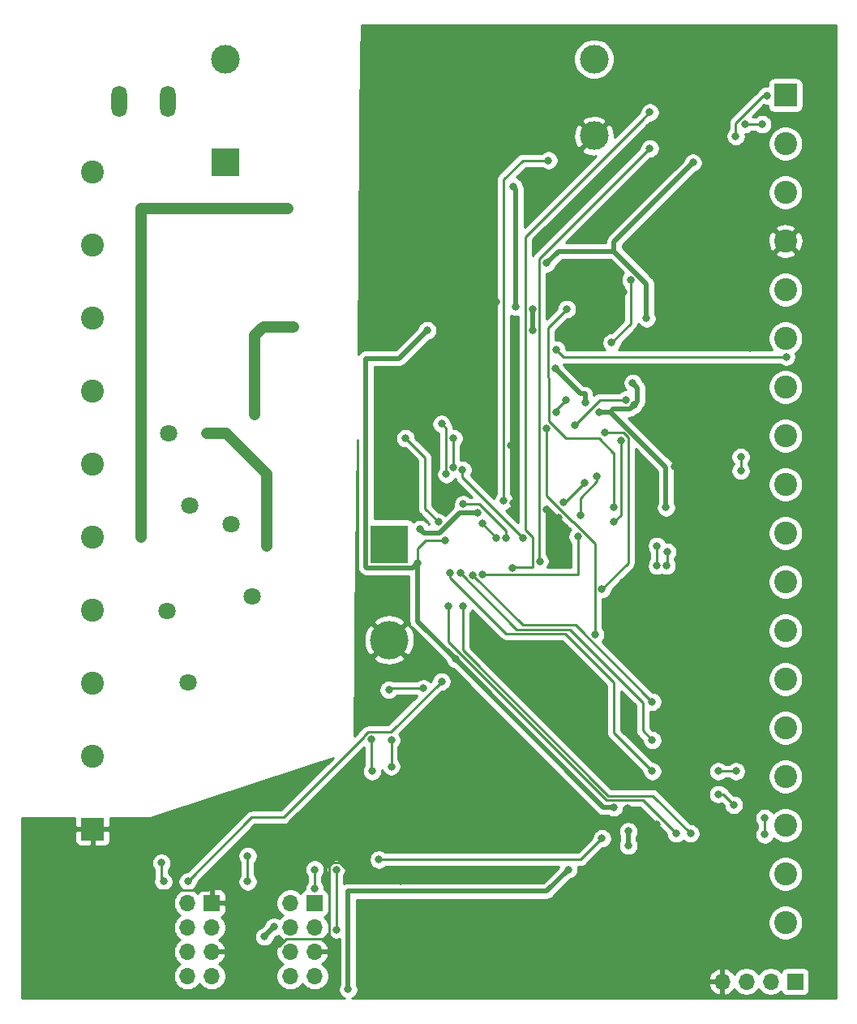
<source format=gbr>
G04 #@! TF.GenerationSoftware,KiCad,Pcbnew,(5.1.5)-3*
G04 #@! TF.CreationDate,2020-06-10T11:45:35+02:00*
G04 #@! TF.ProjectId,atmevse,61746d65-7673-4652-9e6b-696361645f70,rev?*
G04 #@! TF.SameCoordinates,Original*
G04 #@! TF.FileFunction,Copper,L2,Bot*
G04 #@! TF.FilePolarity,Positive*
%FSLAX46Y46*%
G04 Gerber Fmt 4.6, Leading zero omitted, Abs format (unit mm)*
G04 Created by KiCad (PCBNEW (5.1.5)-3) date 2020-06-10 11:45:35*
%MOMM*%
%LPD*%
G04 APERTURE LIST*
%ADD10C,2.400000*%
%ADD11R,2.400000X2.400000*%
%ADD12R,4.000000X4.000000*%
%ADD13C,4.000000*%
%ADD14C,1.800000*%
%ADD15O,1.625600X3.251200*%
%ADD16R,1.700000X1.700000*%
%ADD17O,1.700000X1.700000*%
%ADD18C,3.000000*%
%ADD19R,3.000000X3.000000*%
%ADD20C,0.800000*%
%ADD21C,0.250000*%
%ADD22C,0.508000*%
%ADD23C,1.200000*%
%ADD24C,0.254000*%
G04 APERTURE END LIST*
D10*
X114300000Y-59690000D03*
X114300000Y-67310000D03*
X114300000Y-74930000D03*
X114300000Y-82550000D03*
X114300000Y-90170000D03*
X114300000Y-97790000D03*
X114300000Y-105410000D03*
X114300000Y-113030000D03*
X114300000Y-120650000D03*
D11*
X114300000Y-128270000D03*
D12*
X145288000Y-98552000D03*
D13*
X145288000Y-108552000D03*
D14*
X124500000Y-94500000D03*
X122300000Y-87000000D03*
D15*
X122174000Y-52324000D03*
X117094000Y-52324000D03*
D10*
X186672000Y-138048000D03*
X186672000Y-132968000D03*
X186672000Y-127888000D03*
X186672000Y-122808000D03*
X186672000Y-117728000D03*
X186672000Y-112648000D03*
X186672000Y-107568000D03*
X186672000Y-102488000D03*
X186672000Y-97408000D03*
X186672000Y-92328000D03*
X186672000Y-87248000D03*
X186672000Y-82168000D03*
X186672000Y-77088000D03*
X186672000Y-72008000D03*
X186672000Y-66928000D03*
X186672000Y-61848000D03*
X186672000Y-56768000D03*
D11*
X186672000Y-51688000D03*
D16*
X187672000Y-144188000D03*
D17*
X185132000Y-144188000D03*
X182592000Y-144188000D03*
X180052000Y-144188000D03*
X124210000Y-143620000D03*
X126750000Y-143620000D03*
X124210000Y-141080000D03*
X126750000Y-141080000D03*
X124210000Y-138540000D03*
X126750000Y-138540000D03*
X124210000Y-136000000D03*
D16*
X126750000Y-136000000D03*
X137500000Y-136000000D03*
D17*
X134960000Y-136000000D03*
X137500000Y-138540000D03*
X134960000Y-138540000D03*
X137500000Y-141080000D03*
X134960000Y-141080000D03*
X137500000Y-143620000D03*
X134960000Y-143620000D03*
D14*
X128750000Y-96500000D03*
X130950000Y-104000000D03*
X122050000Y-105500000D03*
X124250000Y-113000000D03*
D18*
X166672000Y-47938000D03*
X128172000Y-47938000D03*
X166672000Y-55938000D03*
D19*
X128172000Y-58688000D03*
D20*
X186750000Y-79000000D03*
X162750000Y-78250000D03*
X158521370Y-73771370D03*
X158250000Y-61250000D03*
X155500000Y-54250000D03*
X155500000Y-52490000D03*
X145500000Y-57500000D03*
X145500000Y-59250000D03*
X145250000Y-71750000D03*
X143750000Y-75750000D03*
X159750000Y-56250000D03*
X162000000Y-56500000D03*
X177854000Y-55765270D03*
X176500000Y-54000000D03*
X165500000Y-72229000D03*
X169750000Y-72250000D03*
X183000000Y-78070000D03*
X183000000Y-76250000D03*
X177787000Y-83750000D03*
X175250000Y-84000000D03*
X155664870Y-80164870D03*
X156500000Y-73250000D03*
X158250000Y-94250000D03*
X157975000Y-88250000D03*
X174612347Y-86612347D03*
X175051154Y-90496327D03*
X180000000Y-93000000D03*
X178250000Y-96500000D03*
X178237153Y-103762847D03*
X175750000Y-108250000D03*
X172812000Y-108250000D03*
X171362000Y-108250000D03*
X169262653Y-107012653D03*
X168237347Y-105987347D03*
X170142319Y-126142319D03*
X173237347Y-127762653D03*
X178749630Y-128000370D03*
X165000000Y-115500000D03*
X167750000Y-115500000D03*
X128750000Y-135500000D03*
X129782653Y-136532653D03*
X130112347Y-139362347D03*
X139037653Y-139750000D03*
X146500000Y-133750000D03*
X126750000Y-134250000D03*
X114250000Y-130750000D03*
X182250000Y-126750000D03*
X162963499Y-95786807D03*
X161724847Y-94974847D03*
X160512653Y-109487347D03*
X157987347Y-110075030D03*
X170250000Y-130000000D03*
X170250000Y-128500000D03*
X133262653Y-138487347D03*
X132237347Y-139512653D03*
X164000000Y-132500000D03*
X141000000Y-145000000D03*
X152195757Y-110550366D03*
X168750000Y-126000000D03*
X174199347Y-94725000D03*
X167250000Y-84750000D03*
X170819253Y-84048501D03*
X170724847Y-81724847D03*
X172161998Y-75000000D03*
X165750000Y-83750000D03*
X148250000Y-100500000D03*
X149250000Y-76250000D03*
X151121999Y-98167563D03*
X162612346Y-80250000D03*
X177000000Y-58750000D03*
X161750000Y-69250000D03*
X182000000Y-90895000D03*
X182000000Y-89445000D03*
X148525000Y-97000000D03*
X154500000Y-95250000D03*
X174316983Y-99351000D03*
X174250000Y-100801000D03*
X169500000Y-87750001D03*
X168750000Y-96250000D03*
X167500000Y-129250000D03*
X144211346Y-131461346D03*
X153987347Y-101762653D03*
X172750000Y-115000000D03*
X152704347Y-101545653D03*
X172750000Y-119000000D03*
X151668763Y-101525647D03*
X172750000Y-122250000D03*
X163500000Y-94225000D03*
X165707628Y-92159502D03*
X164644592Y-86105408D03*
X170000153Y-83474847D03*
X132500000Y-98750000D03*
X126250000Y-87000000D03*
X119380000Y-97790000D03*
X134672000Y-63500000D03*
X135296000Y-75876000D03*
X131250000Y-85000000D03*
X179642130Y-124642130D03*
X181250000Y-125750000D03*
X184500000Y-127133347D03*
X184500000Y-128841347D03*
X179646000Y-122250000D03*
X181500000Y-122250000D03*
X182461000Y-54711000D03*
X184250000Y-54750000D03*
X181481000Y-55981000D03*
X184750000Y-51750000D03*
X176750000Y-128750000D03*
X153000000Y-105000000D03*
X175250000Y-128750000D03*
X151500000Y-105000000D03*
X121500000Y-131802170D03*
X121725000Y-133750000D03*
X148860858Y-113610858D03*
X130500000Y-133750000D03*
X130500000Y-131077170D03*
X145250000Y-113750000D03*
X150750000Y-112885858D03*
X124250000Y-133750000D03*
X143407732Y-118907732D03*
X143500000Y-122250000D03*
X137500000Y-132500000D03*
X137512653Y-134512653D03*
X139762653Y-138762653D03*
X139750000Y-132500000D03*
X145500000Y-118994000D03*
X145500000Y-121750000D03*
X168512653Y-77512653D03*
X170500000Y-71000000D03*
X155000000Y-101750000D03*
X164987347Y-97762653D03*
X167000000Y-91434502D03*
X165250000Y-95500000D03*
X150425010Y-96250000D03*
X147000000Y-87500000D03*
X151975000Y-90542892D03*
X152000000Y-87500000D03*
X151250000Y-91250000D03*
X150750000Y-86000000D03*
X167500000Y-103250000D03*
X167774999Y-86917948D03*
X160250000Y-74000000D03*
X160250000Y-76250000D03*
X163750000Y-83500000D03*
X161700001Y-86500000D03*
X162737347Y-84762653D03*
X166774999Y-107999694D03*
X173250000Y-98750000D03*
X173250000Y-100801000D03*
X168750000Y-94725000D03*
X163846010Y-74016269D03*
X172500000Y-57250000D03*
X161000000Y-100338002D03*
X161915000Y-58500000D03*
X157250000Y-94000000D03*
X155012391Y-96428000D03*
X156500000Y-97878000D03*
X172500000Y-53500000D03*
X158144669Y-101025000D03*
X157500000Y-97878000D03*
X153016110Y-94396000D03*
X159250000Y-97878000D03*
X152941099Y-90801068D03*
D21*
X186750000Y-79000000D02*
X163500000Y-79000000D01*
X163500000Y-79000000D02*
X162750000Y-78250000D01*
D22*
X158521370Y-73771370D02*
X158521370Y-61521370D01*
X158521370Y-61521370D02*
X158250000Y-61250000D01*
X155500000Y-54250000D02*
X155500000Y-52490000D01*
X145500000Y-57500000D02*
X145500000Y-59250000D01*
X145250000Y-71750000D02*
X145250000Y-74250000D01*
X145250000Y-74250000D02*
X143750000Y-75750000D01*
X159750000Y-56250000D02*
X161750000Y-56250000D01*
X161750000Y-56250000D02*
X162000000Y-56500000D01*
X177854000Y-55765270D02*
X177854000Y-55354000D01*
X177854000Y-55354000D02*
X176500000Y-54000000D01*
D21*
X165500000Y-72229000D02*
X169729000Y-72229000D01*
X169729000Y-72229000D02*
X169750000Y-72250000D01*
X183000000Y-78070000D02*
X183000000Y-76250000D01*
X177787000Y-83750000D02*
X175500000Y-83750000D01*
X175500000Y-83750000D02*
X175250000Y-84000000D01*
X155664870Y-80164870D02*
X156500000Y-79329740D01*
X156500000Y-79329740D02*
X156500000Y-73250000D01*
X158250000Y-94250000D02*
X158250000Y-88525000D01*
X158250000Y-88525000D02*
X157975000Y-88250000D01*
X174612347Y-86612347D02*
X175051154Y-87051154D01*
X175051154Y-87051154D02*
X175051154Y-90496327D01*
X180000000Y-93000000D02*
X178250000Y-94750000D01*
X178250000Y-94750000D02*
X178250000Y-96500000D01*
X178237153Y-103762847D02*
X178237153Y-105762847D01*
X178237153Y-105762847D02*
X175750000Y-108250000D01*
X172812000Y-108250000D02*
X171362000Y-108250000D01*
X169262653Y-107012653D02*
X168237347Y-105987347D01*
X170142319Y-126142319D02*
X171762653Y-127762653D01*
X171762653Y-127762653D02*
X173237347Y-127762653D01*
D22*
X165000000Y-115500000D02*
X167750000Y-115500000D01*
D21*
X128750000Y-135500000D02*
X129782653Y-136532653D01*
X134550998Y-139750000D02*
X139037653Y-139750000D01*
X133784999Y-140515999D02*
X134550998Y-139750000D01*
X130112347Y-139362347D02*
X131265999Y-140515999D01*
X131265999Y-140515999D02*
X133784999Y-140515999D01*
X139037653Y-139184315D02*
X139024999Y-139171661D01*
X139024999Y-139171661D02*
X139024999Y-132151999D01*
X142073002Y-133750000D02*
X146500000Y-133750000D01*
X140098001Y-131774999D02*
X142073002Y-133750000D01*
X139037653Y-139750000D02*
X139037653Y-139184315D01*
X139401999Y-131774999D02*
X140098001Y-131774999D01*
X139024999Y-132151999D02*
X139401999Y-131774999D01*
X118149999Y-134649999D02*
X114250000Y-130750000D01*
X126750000Y-134250000D02*
X126350001Y-134649999D01*
X126350001Y-134649999D02*
X118149999Y-134649999D01*
X178749630Y-128000370D02*
X180000000Y-126750000D01*
X180000000Y-126750000D02*
X182250000Y-126750000D01*
X162963499Y-95786807D02*
X162536807Y-95786807D01*
X162536807Y-95786807D02*
X161724847Y-94974847D01*
D22*
X160512653Y-109487347D02*
X158575030Y-109487347D01*
X158575030Y-109487347D02*
X157987347Y-110075030D01*
X160512653Y-111012653D02*
X160512653Y-109487347D01*
X165000000Y-115500000D02*
X160512653Y-111012653D01*
X170250000Y-130000000D02*
X170250000Y-128500000D01*
X133262653Y-138487347D02*
X132237347Y-139512653D01*
X164000000Y-132500000D02*
X161750000Y-134750000D01*
X161750000Y-134750000D02*
X141000000Y-134750000D01*
X141000000Y-134750000D02*
X141000000Y-145000000D01*
X152195757Y-110550366D02*
X167645391Y-126000000D01*
X167645391Y-126000000D02*
X168750000Y-126000000D01*
X168391844Y-84750000D02*
X167250000Y-84750000D01*
X174199347Y-94725000D02*
X174199347Y-90557503D01*
X174199347Y-90557503D02*
X168391844Y-84750000D01*
X168693344Y-84448500D02*
X168391844Y-84750000D01*
X170419254Y-84448500D02*
X168693344Y-84448500D01*
X170819253Y-84048501D02*
X170419254Y-84448500D01*
X171219252Y-83648502D02*
X170819253Y-84048501D01*
X171219252Y-82219252D02*
X171219252Y-83648502D01*
X170724847Y-81724847D02*
X171219252Y-82219252D01*
X172161998Y-71398076D02*
X172161998Y-75000000D01*
X164500000Y-68000000D02*
X168763922Y-68000000D01*
X168763922Y-68000000D02*
X172161998Y-71398076D01*
X165750000Y-82872104D02*
X165750000Y-83750000D01*
X152195757Y-110550366D02*
X148250000Y-106604609D01*
X148250000Y-106604609D02*
X148250000Y-100500000D01*
X148250000Y-100500000D02*
X147743999Y-101006001D01*
X142833999Y-100915201D02*
X142833999Y-79166001D01*
X142924799Y-101006001D02*
X142833999Y-100915201D01*
X147743999Y-101006001D02*
X142924799Y-101006001D01*
X142833999Y-79166001D02*
X146333999Y-79166001D01*
X146333999Y-79166001D02*
X149250000Y-76250000D01*
D21*
X151121999Y-98167563D02*
X149082437Y-98167563D01*
X148250000Y-99000000D02*
X148250000Y-100500000D01*
X149082437Y-98167563D02*
X148250000Y-99000000D01*
D22*
X165750000Y-82872104D02*
X165234450Y-82872104D01*
X165234450Y-82872104D02*
X162612346Y-80250000D01*
X168763922Y-68000000D02*
X168763922Y-66986078D01*
X168763922Y-66986078D02*
X177000000Y-58750000D01*
X164500000Y-68000000D02*
X163000000Y-68000000D01*
X163000000Y-68000000D02*
X161750000Y-69250000D01*
D21*
X182000000Y-90895000D02*
X182000000Y-89445000D01*
D22*
X150538933Y-97399999D02*
X152688932Y-95250000D01*
X148525000Y-97000000D02*
X148924999Y-97399999D01*
X152688932Y-95250000D02*
X154500000Y-95250000D01*
X148924999Y-97399999D02*
X150538933Y-97399999D01*
D21*
X174316983Y-99351000D02*
X174316983Y-100734017D01*
X174316983Y-100734017D02*
X174250000Y-100801000D01*
X169500000Y-87750001D02*
X169500000Y-95500000D01*
X169500000Y-95500000D02*
X168750000Y-96250000D01*
X167500000Y-129250000D02*
X165288654Y-131461346D01*
X165288654Y-131461346D02*
X144211346Y-131461346D01*
X153987347Y-101762653D02*
X159224694Y-107000000D01*
X159224694Y-107000000D02*
X164750000Y-107000000D01*
X164750000Y-107000000D02*
X172750000Y-115000000D01*
X171750000Y-118000000D02*
X172750000Y-119000000D01*
X171750000Y-115073002D02*
X171750000Y-118000000D01*
X164127008Y-107450010D02*
X171750000Y-115073002D01*
X152704347Y-101545653D02*
X158608704Y-107450010D01*
X158608704Y-107450010D02*
X164127008Y-107450010D01*
X151668763Y-102091332D02*
X157477451Y-107900020D01*
X151668763Y-101525647D02*
X151668763Y-102091332D01*
X157477451Y-107900020D02*
X163650020Y-107900020D01*
X163650020Y-107900020D02*
X168750000Y-113000000D01*
X168750000Y-113000000D02*
X168750000Y-118250000D01*
X168750000Y-118250000D02*
X172750000Y-122250000D01*
X163642130Y-94225000D02*
X163500000Y-94225000D01*
X165707628Y-92159502D02*
X163642130Y-94225000D01*
X164644592Y-86105408D02*
X167275153Y-83474847D01*
X167275153Y-83474847D02*
X170000153Y-83474847D01*
D23*
X132500000Y-98750000D02*
X132500000Y-97250000D01*
X132500000Y-97250000D02*
X132500000Y-91250000D01*
X132500000Y-91250000D02*
X128750000Y-87500000D01*
X128750000Y-87500000D02*
X128250000Y-87000000D01*
X128250000Y-87000000D02*
X126250000Y-87000000D01*
X119380000Y-63500000D02*
X129794000Y-63500000D01*
X129794000Y-63500000D02*
X134672000Y-63500000D01*
X119380000Y-97790000D02*
X119380000Y-63500000D01*
X132150000Y-75876000D02*
X135296000Y-75876000D01*
X131250000Y-76776000D02*
X132150000Y-75876000D01*
X131250000Y-85000000D02*
X131250000Y-76776000D01*
D21*
X179642130Y-124642130D02*
X180142130Y-124642130D01*
X180142130Y-124642130D02*
X181250000Y-125750000D01*
X184500000Y-127133347D02*
X184500000Y-128841347D01*
X179646000Y-122250000D02*
X181500000Y-122250000D01*
X182461000Y-54711000D02*
X184211000Y-54711000D01*
X184211000Y-54711000D02*
X184250000Y-54750000D01*
X181481000Y-54617998D02*
X184348998Y-51750000D01*
X181481000Y-55981000D02*
X181481000Y-54617998D01*
X184348998Y-51750000D02*
X184750000Y-51750000D01*
X176750000Y-128750000D02*
X172799990Y-124799990D01*
X172799990Y-124799990D02*
X168186400Y-124799990D01*
X153000000Y-109613590D02*
X153000000Y-105000000D01*
X168186400Y-124799990D02*
X153000000Y-109613590D01*
X168000000Y-125250000D02*
X171750000Y-125250000D01*
X151500000Y-105000000D02*
X151500000Y-108750000D01*
X171750000Y-125250000D02*
X175250000Y-128750000D01*
X151500000Y-108750000D02*
X168000000Y-125250000D01*
X121500000Y-131802170D02*
X121500000Y-133525000D01*
X121500000Y-133525000D02*
X121725000Y-133750000D01*
X130500000Y-133750000D02*
X130500000Y-131077170D01*
X148860858Y-113610858D02*
X145389142Y-113610858D01*
X145389142Y-113610858D02*
X145250000Y-113750000D01*
X145250000Y-113750000D02*
X145250000Y-113750000D01*
X130928990Y-127071010D02*
X124250000Y-133750000D01*
X134246626Y-127071010D02*
X130928990Y-127071010D01*
X145453127Y-118182731D02*
X143059731Y-118182731D01*
X150750000Y-112885858D02*
X145453127Y-118182731D01*
X142682731Y-118559731D02*
X142682731Y-118634905D01*
X143059731Y-118182731D02*
X142682731Y-118559731D01*
X142682731Y-118634905D02*
X134246626Y-127071010D01*
X143407732Y-118907732D02*
X143407732Y-122157732D01*
X143407732Y-122157732D02*
X143500000Y-122250000D01*
X137500000Y-132500000D02*
X137500000Y-134500000D01*
X137500000Y-134500000D02*
X137512653Y-134512653D01*
X139762653Y-138762653D02*
X139762653Y-132512653D01*
X139762653Y-132512653D02*
X139750000Y-132500000D01*
X145500000Y-118994000D02*
X145500000Y-119559685D01*
X145500000Y-119559685D02*
X145500000Y-121750000D01*
X168512653Y-77512653D02*
X170500000Y-75525306D01*
X170500000Y-75525306D02*
X170500000Y-71000000D01*
X155000000Y-101750000D02*
X165000000Y-101750000D01*
X165000000Y-101750000D02*
X165000000Y-97775306D01*
X165000000Y-97775306D02*
X164987347Y-97762653D01*
X165250000Y-95500000D02*
X165250000Y-93750000D01*
X167000000Y-92000187D02*
X167000000Y-91434502D01*
X165250187Y-93750000D02*
X167000000Y-92000187D01*
X165250000Y-93750000D02*
X165250187Y-93750000D01*
X150425010Y-96250000D02*
X149000000Y-94824990D01*
X149000000Y-94824990D02*
X149000000Y-89500000D01*
X149000000Y-89500000D02*
X147000000Y-87500000D01*
X151975000Y-90542892D02*
X151975000Y-87525000D01*
X151975000Y-87525000D02*
X152000000Y-87500000D01*
X151250000Y-91250000D02*
X151250000Y-86500000D01*
X151250000Y-86500000D02*
X150750000Y-86000000D01*
X169740949Y-86917948D02*
X167774999Y-86917948D01*
X167500000Y-103250000D02*
X170225001Y-100524999D01*
X170225001Y-87402000D02*
X169740949Y-86917948D01*
X170225001Y-100524999D02*
X170225001Y-87402000D01*
D22*
X160250000Y-74000000D02*
X160250000Y-76250000D01*
D21*
X166774999Y-98524999D02*
X164500000Y-96250000D01*
X166774999Y-107999694D02*
X166774999Y-98524999D01*
X163919591Y-83669591D02*
X163750000Y-83500000D01*
X161700001Y-93498003D02*
X161700001Y-86500000D01*
X164500000Y-96250000D02*
X164451998Y-96250000D01*
X164451998Y-96250000D02*
X161700001Y-93498003D01*
X162737347Y-84512653D02*
X163750000Y-83500000D01*
X162737347Y-84762653D02*
X162737347Y-84512653D01*
X173250000Y-98750000D02*
X173250000Y-100801000D01*
X162000000Y-81250000D02*
X161887346Y-81137346D01*
X161887346Y-75974933D02*
X163846010Y-74016269D01*
X161887346Y-81137346D02*
X161887346Y-75974933D01*
X162000000Y-85750000D02*
X162000000Y-81250000D01*
X168750000Y-94725000D02*
X168750000Y-89000000D01*
X167176997Y-87500000D02*
X163750000Y-87500000D01*
X163750000Y-87500000D02*
X162000000Y-85750000D01*
X168750000Y-89000000D02*
X168676997Y-89000000D01*
X168676997Y-89000000D02*
X167176997Y-87500000D01*
X160975001Y-100313003D02*
X161000000Y-100338002D01*
X172500000Y-57250000D02*
X160975001Y-68774999D01*
X160975001Y-68774999D02*
X160975001Y-100313003D01*
X161915000Y-58500000D02*
X159250000Y-58500000D01*
X159250000Y-58500000D02*
X157250000Y-60500000D01*
X157250000Y-60500000D02*
X157250000Y-94000000D01*
X155012391Y-96428000D02*
X155050000Y-96428000D01*
X155050000Y-96428000D02*
X156500000Y-97878000D01*
X172500000Y-53500000D02*
X171681795Y-54318205D01*
X159524999Y-97079997D02*
X160250001Y-97804999D01*
X160250001Y-97804999D02*
X160250001Y-97878000D01*
X171681795Y-54318205D02*
X159524999Y-66475001D01*
X159524999Y-66475001D02*
X159524999Y-97079997D01*
X160250001Y-97804999D02*
X160250000Y-99750000D01*
X160250000Y-99750000D02*
X160250000Y-100661004D01*
X160250000Y-100661004D02*
X160250000Y-101000000D01*
X160250000Y-101000000D02*
X158169669Y-101000000D01*
X158169669Y-101000000D02*
X158144669Y-101025000D01*
X154719002Y-94396000D02*
X153016110Y-94396000D01*
X157500000Y-97878000D02*
X157500000Y-97176998D01*
X157500000Y-97176998D02*
X154719002Y-94396000D01*
X159250000Y-97878000D02*
X152941099Y-91569099D01*
X152941099Y-91569099D02*
X152941099Y-90801068D01*
D24*
G36*
X191937001Y-145953000D02*
G01*
X141403840Y-145953000D01*
X141490256Y-145917205D01*
X141659774Y-145803937D01*
X141803937Y-145659774D01*
X141917205Y-145490256D01*
X141995226Y-145301898D01*
X142035000Y-145101939D01*
X142035000Y-144898061D01*
X141995226Y-144698102D01*
X141931764Y-144544891D01*
X178610519Y-144544891D01*
X178707843Y-144819252D01*
X178856822Y-145069355D01*
X179051731Y-145285588D01*
X179285080Y-145459641D01*
X179547901Y-145584825D01*
X179695110Y-145629476D01*
X179925000Y-145508155D01*
X179925000Y-144315000D01*
X178731186Y-144315000D01*
X178610519Y-144544891D01*
X141931764Y-144544891D01*
X141917205Y-144509744D01*
X141889000Y-144467532D01*
X141889000Y-143831109D01*
X178610519Y-143831109D01*
X178731186Y-144061000D01*
X179925000Y-144061000D01*
X179925000Y-142867845D01*
X180179000Y-142867845D01*
X180179000Y-144061000D01*
X180199000Y-144061000D01*
X180199000Y-144315000D01*
X180179000Y-144315000D01*
X180179000Y-145508155D01*
X180408890Y-145629476D01*
X180556099Y-145584825D01*
X180818920Y-145459641D01*
X181052269Y-145285588D01*
X181247178Y-145069355D01*
X181316805Y-144952466D01*
X181438525Y-145134632D01*
X181645368Y-145341475D01*
X181888589Y-145503990D01*
X182158842Y-145615932D01*
X182445740Y-145673000D01*
X182738260Y-145673000D01*
X183025158Y-145615932D01*
X183295411Y-145503990D01*
X183538632Y-145341475D01*
X183745475Y-145134632D01*
X183862000Y-144960240D01*
X183978525Y-145134632D01*
X184185368Y-145341475D01*
X184428589Y-145503990D01*
X184698842Y-145615932D01*
X184985740Y-145673000D01*
X185278260Y-145673000D01*
X185565158Y-145615932D01*
X185835411Y-145503990D01*
X186078632Y-145341475D01*
X186210487Y-145209620D01*
X186232498Y-145282180D01*
X186291463Y-145392494D01*
X186370815Y-145489185D01*
X186467506Y-145568537D01*
X186577820Y-145627502D01*
X186697518Y-145663812D01*
X186822000Y-145676072D01*
X188522000Y-145676072D01*
X188646482Y-145663812D01*
X188766180Y-145627502D01*
X188876494Y-145568537D01*
X188973185Y-145489185D01*
X189052537Y-145392494D01*
X189111502Y-145282180D01*
X189147812Y-145162482D01*
X189160072Y-145038000D01*
X189160072Y-143338000D01*
X189147812Y-143213518D01*
X189111502Y-143093820D01*
X189052537Y-142983506D01*
X188973185Y-142886815D01*
X188876494Y-142807463D01*
X188766180Y-142748498D01*
X188646482Y-142712188D01*
X188522000Y-142699928D01*
X186822000Y-142699928D01*
X186697518Y-142712188D01*
X186577820Y-142748498D01*
X186467506Y-142807463D01*
X186370815Y-142886815D01*
X186291463Y-142983506D01*
X186232498Y-143093820D01*
X186210487Y-143166380D01*
X186078632Y-143034525D01*
X185835411Y-142872010D01*
X185565158Y-142760068D01*
X185278260Y-142703000D01*
X184985740Y-142703000D01*
X184698842Y-142760068D01*
X184428589Y-142872010D01*
X184185368Y-143034525D01*
X183978525Y-143241368D01*
X183862000Y-143415760D01*
X183745475Y-143241368D01*
X183538632Y-143034525D01*
X183295411Y-142872010D01*
X183025158Y-142760068D01*
X182738260Y-142703000D01*
X182445740Y-142703000D01*
X182158842Y-142760068D01*
X181888589Y-142872010D01*
X181645368Y-143034525D01*
X181438525Y-143241368D01*
X181316805Y-143423534D01*
X181247178Y-143306645D01*
X181052269Y-143090412D01*
X180818920Y-142916359D01*
X180556099Y-142791175D01*
X180408890Y-142746524D01*
X180179000Y-142867845D01*
X179925000Y-142867845D01*
X179695110Y-142746524D01*
X179547901Y-142791175D01*
X179285080Y-142916359D01*
X179051731Y-143090412D01*
X178856822Y-143306645D01*
X178707843Y-143556748D01*
X178610519Y-143831109D01*
X141889000Y-143831109D01*
X141889000Y-137867268D01*
X184837000Y-137867268D01*
X184837000Y-138228732D01*
X184907518Y-138583250D01*
X185045844Y-138917199D01*
X185246662Y-139217744D01*
X185502256Y-139473338D01*
X185802801Y-139674156D01*
X186136750Y-139812482D01*
X186491268Y-139883000D01*
X186852732Y-139883000D01*
X187207250Y-139812482D01*
X187541199Y-139674156D01*
X187841744Y-139473338D01*
X188097338Y-139217744D01*
X188298156Y-138917199D01*
X188436482Y-138583250D01*
X188507000Y-138228732D01*
X188507000Y-137867268D01*
X188436482Y-137512750D01*
X188298156Y-137178801D01*
X188097338Y-136878256D01*
X187841744Y-136622662D01*
X187541199Y-136421844D01*
X187207250Y-136283518D01*
X186852732Y-136213000D01*
X186491268Y-136213000D01*
X186136750Y-136283518D01*
X185802801Y-136421844D01*
X185502256Y-136622662D01*
X185246662Y-136878256D01*
X185045844Y-137178801D01*
X184907518Y-137512750D01*
X184837000Y-137867268D01*
X141889000Y-137867268D01*
X141889000Y-135639000D01*
X161706340Y-135639000D01*
X161750000Y-135643300D01*
X161793660Y-135639000D01*
X161793667Y-135639000D01*
X161924274Y-135626136D01*
X162091851Y-135575303D01*
X162246291Y-135492753D01*
X162381659Y-135381659D01*
X162409499Y-135347736D01*
X164252106Y-133505130D01*
X164301898Y-133495226D01*
X164490256Y-133417205D01*
X164659774Y-133303937D01*
X164803937Y-133159774D01*
X164917205Y-132990256D01*
X164995226Y-132801898D01*
X164998136Y-132787268D01*
X184837000Y-132787268D01*
X184837000Y-133148732D01*
X184907518Y-133503250D01*
X185045844Y-133837199D01*
X185246662Y-134137744D01*
X185502256Y-134393338D01*
X185802801Y-134594156D01*
X186136750Y-134732482D01*
X186491268Y-134803000D01*
X186852732Y-134803000D01*
X187207250Y-134732482D01*
X187541199Y-134594156D01*
X187841744Y-134393338D01*
X188097338Y-134137744D01*
X188298156Y-133837199D01*
X188436482Y-133503250D01*
X188507000Y-133148732D01*
X188507000Y-132787268D01*
X188436482Y-132432750D01*
X188298156Y-132098801D01*
X188097338Y-131798256D01*
X187841744Y-131542662D01*
X187541199Y-131341844D01*
X187207250Y-131203518D01*
X186852732Y-131133000D01*
X186491268Y-131133000D01*
X186136750Y-131203518D01*
X185802801Y-131341844D01*
X185502256Y-131542662D01*
X185246662Y-131798256D01*
X185045844Y-132098801D01*
X184907518Y-132432750D01*
X184837000Y-132787268D01*
X164998136Y-132787268D01*
X165035000Y-132601939D01*
X165035000Y-132398061D01*
X164999849Y-132221346D01*
X165251332Y-132221346D01*
X165288654Y-132225022D01*
X165325976Y-132221346D01*
X165325987Y-132221346D01*
X165437640Y-132210349D01*
X165580901Y-132166892D01*
X165712930Y-132096320D01*
X165828655Y-132001347D01*
X165852458Y-131972343D01*
X167539802Y-130285000D01*
X167601939Y-130285000D01*
X167801898Y-130245226D01*
X167990256Y-130167205D01*
X168159774Y-130053937D01*
X168303937Y-129909774D01*
X168417205Y-129740256D01*
X168495226Y-129551898D01*
X168535000Y-129351939D01*
X168535000Y-129148061D01*
X168495226Y-128948102D01*
X168417205Y-128759744D01*
X168303937Y-128590226D01*
X168159774Y-128446063D01*
X168087934Y-128398061D01*
X169215000Y-128398061D01*
X169215000Y-128601939D01*
X169254774Y-128801898D01*
X169332795Y-128990256D01*
X169361001Y-129032469D01*
X169361000Y-129467532D01*
X169332795Y-129509744D01*
X169254774Y-129698102D01*
X169215000Y-129898061D01*
X169215000Y-130101939D01*
X169254774Y-130301898D01*
X169332795Y-130490256D01*
X169446063Y-130659774D01*
X169590226Y-130803937D01*
X169759744Y-130917205D01*
X169948102Y-130995226D01*
X170148061Y-131035000D01*
X170351939Y-131035000D01*
X170551898Y-130995226D01*
X170740256Y-130917205D01*
X170909774Y-130803937D01*
X171053937Y-130659774D01*
X171167205Y-130490256D01*
X171245226Y-130301898D01*
X171285000Y-130101939D01*
X171285000Y-129898061D01*
X171245226Y-129698102D01*
X171167205Y-129509744D01*
X171139000Y-129467532D01*
X171139000Y-129032468D01*
X171167205Y-128990256D01*
X171245226Y-128801898D01*
X171285000Y-128601939D01*
X171285000Y-128398061D01*
X171245226Y-128198102D01*
X171167205Y-128009744D01*
X171053937Y-127840226D01*
X170909774Y-127696063D01*
X170740256Y-127582795D01*
X170551898Y-127504774D01*
X170351939Y-127465000D01*
X170148061Y-127465000D01*
X169948102Y-127504774D01*
X169759744Y-127582795D01*
X169590226Y-127696063D01*
X169446063Y-127840226D01*
X169332795Y-128009744D01*
X169254774Y-128198102D01*
X169215000Y-128398061D01*
X168087934Y-128398061D01*
X167990256Y-128332795D01*
X167801898Y-128254774D01*
X167601939Y-128215000D01*
X167398061Y-128215000D01*
X167198102Y-128254774D01*
X167009744Y-128332795D01*
X166840226Y-128446063D01*
X166696063Y-128590226D01*
X166582795Y-128759744D01*
X166504774Y-128948102D01*
X166465000Y-129148061D01*
X166465000Y-129210198D01*
X164973853Y-130701346D01*
X144915057Y-130701346D01*
X144871120Y-130657409D01*
X144701602Y-130544141D01*
X144513244Y-130466120D01*
X144313285Y-130426346D01*
X144109407Y-130426346D01*
X143909448Y-130466120D01*
X143721090Y-130544141D01*
X143551572Y-130657409D01*
X143407409Y-130801572D01*
X143294141Y-130971090D01*
X143216120Y-131159448D01*
X143176346Y-131359407D01*
X143176346Y-131563285D01*
X143216120Y-131763244D01*
X143294141Y-131951602D01*
X143407409Y-132121120D01*
X143551572Y-132265283D01*
X143721090Y-132378551D01*
X143909448Y-132456572D01*
X144109407Y-132496346D01*
X144313285Y-132496346D01*
X144513244Y-132456572D01*
X144701602Y-132378551D01*
X144871120Y-132265283D01*
X144915057Y-132221346D01*
X163000151Y-132221346D01*
X162994870Y-132247894D01*
X161381765Y-133861000D01*
X141043667Y-133861000D01*
X141000000Y-133856699D01*
X140956333Y-133861000D01*
X140825726Y-133873864D01*
X140658149Y-133924697D01*
X140522653Y-133997121D01*
X140522653Y-133191058D01*
X140553937Y-133159774D01*
X140667205Y-132990256D01*
X140745226Y-132801898D01*
X140785000Y-132601939D01*
X140785000Y-132398061D01*
X140745226Y-132198102D01*
X140667205Y-132009744D01*
X140553937Y-131840226D01*
X140409774Y-131696063D01*
X140240256Y-131582795D01*
X140051898Y-131504774D01*
X139851939Y-131465000D01*
X139648061Y-131465000D01*
X139448102Y-131504774D01*
X139259744Y-131582795D01*
X139090226Y-131696063D01*
X138946063Y-131840226D01*
X138832795Y-132009744D01*
X138754774Y-132198102D01*
X138715000Y-132398061D01*
X138715000Y-132601939D01*
X138754774Y-132801898D01*
X138832795Y-132990256D01*
X138946063Y-133159774D01*
X139002654Y-133216365D01*
X139002653Y-138058942D01*
X138958716Y-138102879D01*
X138934387Y-138139291D01*
X138927932Y-138106842D01*
X138815990Y-137836589D01*
X138653475Y-137593368D01*
X138521620Y-137461513D01*
X138594180Y-137439502D01*
X138704494Y-137380537D01*
X138801185Y-137301185D01*
X138880537Y-137204494D01*
X138939502Y-137094180D01*
X138975812Y-136974482D01*
X138988072Y-136850000D01*
X138988072Y-135150000D01*
X138975812Y-135025518D01*
X138939502Y-134905820D01*
X138880537Y-134795506D01*
X138801185Y-134698815D01*
X138704494Y-134619463D01*
X138594180Y-134560498D01*
X138547653Y-134546384D01*
X138547653Y-134410714D01*
X138507879Y-134210755D01*
X138429858Y-134022397D01*
X138316590Y-133852879D01*
X138260000Y-133796289D01*
X138260000Y-133203711D01*
X138303937Y-133159774D01*
X138417205Y-132990256D01*
X138495226Y-132801898D01*
X138535000Y-132601939D01*
X138535000Y-132398061D01*
X138495226Y-132198102D01*
X138417205Y-132009744D01*
X138303937Y-131840226D01*
X138159774Y-131696063D01*
X137990256Y-131582795D01*
X137801898Y-131504774D01*
X137601939Y-131465000D01*
X137398061Y-131465000D01*
X137198102Y-131504774D01*
X137009744Y-131582795D01*
X136840226Y-131696063D01*
X136696063Y-131840226D01*
X136582795Y-132009744D01*
X136504774Y-132198102D01*
X136465000Y-132398061D01*
X136465000Y-132601939D01*
X136504774Y-132801898D01*
X136582795Y-132990256D01*
X136696063Y-133159774D01*
X136740000Y-133203711D01*
X136740001Y-133821594D01*
X136708716Y-133852879D01*
X136595448Y-134022397D01*
X136517427Y-134210755D01*
X136477653Y-134410714D01*
X136477653Y-134538708D01*
X136405820Y-134560498D01*
X136295506Y-134619463D01*
X136198815Y-134698815D01*
X136119463Y-134795506D01*
X136060498Y-134905820D01*
X136038487Y-134978380D01*
X135906632Y-134846525D01*
X135663411Y-134684010D01*
X135393158Y-134572068D01*
X135106260Y-134515000D01*
X134813740Y-134515000D01*
X134526842Y-134572068D01*
X134256589Y-134684010D01*
X134013368Y-134846525D01*
X133806525Y-135053368D01*
X133644010Y-135296589D01*
X133532068Y-135566842D01*
X133475000Y-135853740D01*
X133475000Y-136146260D01*
X133532068Y-136433158D01*
X133644010Y-136703411D01*
X133806525Y-136946632D01*
X134013368Y-137153475D01*
X134187760Y-137270000D01*
X134013368Y-137386525D01*
X133806525Y-137593368D01*
X133800705Y-137602078D01*
X133752909Y-137570142D01*
X133564551Y-137492121D01*
X133364592Y-137452347D01*
X133160714Y-137452347D01*
X132960755Y-137492121D01*
X132772397Y-137570142D01*
X132602879Y-137683410D01*
X132458716Y-137827573D01*
X132345448Y-137997091D01*
X132267427Y-138185449D01*
X132257523Y-138235242D01*
X131985242Y-138507523D01*
X131935449Y-138517427D01*
X131747091Y-138595448D01*
X131577573Y-138708716D01*
X131433410Y-138852879D01*
X131320142Y-139022397D01*
X131242121Y-139210755D01*
X131202347Y-139410714D01*
X131202347Y-139614592D01*
X131242121Y-139814551D01*
X131320142Y-140002909D01*
X131433410Y-140172427D01*
X131577573Y-140316590D01*
X131747091Y-140429858D01*
X131935449Y-140507879D01*
X132135408Y-140547653D01*
X132339286Y-140547653D01*
X132539245Y-140507879D01*
X132727603Y-140429858D01*
X132897121Y-140316590D01*
X133041284Y-140172427D01*
X133154552Y-140002909D01*
X133232573Y-139814551D01*
X133242477Y-139764758D01*
X133514758Y-139492477D01*
X133564551Y-139482573D01*
X133751947Y-139404950D01*
X133806525Y-139486632D01*
X134013368Y-139693475D01*
X134187760Y-139810000D01*
X134013368Y-139926525D01*
X133806525Y-140133368D01*
X133644010Y-140376589D01*
X133532068Y-140646842D01*
X133475000Y-140933740D01*
X133475000Y-141226260D01*
X133532068Y-141513158D01*
X133644010Y-141783411D01*
X133806525Y-142026632D01*
X134013368Y-142233475D01*
X134187760Y-142350000D01*
X134013368Y-142466525D01*
X133806525Y-142673368D01*
X133644010Y-142916589D01*
X133532068Y-143186842D01*
X133475000Y-143473740D01*
X133475000Y-143766260D01*
X133532068Y-144053158D01*
X133644010Y-144323411D01*
X133806525Y-144566632D01*
X134013368Y-144773475D01*
X134256589Y-144935990D01*
X134526842Y-145047932D01*
X134813740Y-145105000D01*
X135106260Y-145105000D01*
X135393158Y-145047932D01*
X135663411Y-144935990D01*
X135906632Y-144773475D01*
X136113475Y-144566632D01*
X136230000Y-144392240D01*
X136346525Y-144566632D01*
X136553368Y-144773475D01*
X136796589Y-144935990D01*
X137066842Y-145047932D01*
X137353740Y-145105000D01*
X137646260Y-145105000D01*
X137933158Y-145047932D01*
X138203411Y-144935990D01*
X138446632Y-144773475D01*
X138653475Y-144566632D01*
X138815990Y-144323411D01*
X138927932Y-144053158D01*
X138985000Y-143766260D01*
X138985000Y-143473740D01*
X138927932Y-143186842D01*
X138815990Y-142916589D01*
X138653475Y-142673368D01*
X138446632Y-142466525D01*
X138264466Y-142344805D01*
X138381355Y-142275178D01*
X138597588Y-142080269D01*
X138771641Y-141846920D01*
X138896825Y-141584099D01*
X138941476Y-141436890D01*
X138820155Y-141207000D01*
X137627000Y-141207000D01*
X137627000Y-141227000D01*
X137373000Y-141227000D01*
X137373000Y-141207000D01*
X137353000Y-141207000D01*
X137353000Y-140953000D01*
X137373000Y-140953000D01*
X137373000Y-140933000D01*
X137627000Y-140933000D01*
X137627000Y-140953000D01*
X138820155Y-140953000D01*
X138941476Y-140723110D01*
X138896825Y-140575901D01*
X138771641Y-140313080D01*
X138597588Y-140079731D01*
X138381355Y-139884822D01*
X138264466Y-139815195D01*
X138446632Y-139693475D01*
X138653475Y-139486632D01*
X138815990Y-139243411D01*
X138828752Y-139212601D01*
X138845448Y-139252909D01*
X138958716Y-139422427D01*
X139102879Y-139566590D01*
X139272397Y-139679858D01*
X139460755Y-139757879D01*
X139660714Y-139797653D01*
X139864592Y-139797653D01*
X140064551Y-139757879D01*
X140111000Y-139738639D01*
X140111001Y-144467531D01*
X140082795Y-144509744D01*
X140004774Y-144698102D01*
X139965000Y-144898061D01*
X139965000Y-145101939D01*
X140004774Y-145301898D01*
X140082795Y-145490256D01*
X140196063Y-145659774D01*
X140340226Y-145803937D01*
X140509744Y-145917205D01*
X140596160Y-145953000D01*
X106907000Y-145953000D01*
X106907000Y-131700231D01*
X120465000Y-131700231D01*
X120465000Y-131904109D01*
X120504774Y-132104068D01*
X120582795Y-132292426D01*
X120696063Y-132461944D01*
X120740000Y-132505881D01*
X120740001Y-133423412D01*
X120729774Y-133448102D01*
X120690000Y-133648061D01*
X120690000Y-133851939D01*
X120729774Y-134051898D01*
X120807795Y-134240256D01*
X120921063Y-134409774D01*
X121065226Y-134553937D01*
X121234744Y-134667205D01*
X121423102Y-134745226D01*
X121623061Y-134785000D01*
X121826939Y-134785000D01*
X122026898Y-134745226D01*
X122215256Y-134667205D01*
X122384774Y-134553937D01*
X122528937Y-134409774D01*
X122642205Y-134240256D01*
X122720226Y-134051898D01*
X122760000Y-133851939D01*
X122760000Y-133648061D01*
X122720226Y-133448102D01*
X122642205Y-133259744D01*
X122528937Y-133090226D01*
X122384774Y-132946063D01*
X122260000Y-132862692D01*
X122260000Y-132505881D01*
X122303937Y-132461944D01*
X122417205Y-132292426D01*
X122495226Y-132104068D01*
X122535000Y-131904109D01*
X122535000Y-131700231D01*
X122495226Y-131500272D01*
X122417205Y-131311914D01*
X122303937Y-131142396D01*
X122159774Y-130998233D01*
X121990256Y-130884965D01*
X121801898Y-130806944D01*
X121601939Y-130767170D01*
X121398061Y-130767170D01*
X121198102Y-130806944D01*
X121009744Y-130884965D01*
X120840226Y-130998233D01*
X120696063Y-131142396D01*
X120582795Y-131311914D01*
X120504774Y-131500272D01*
X120465000Y-131700231D01*
X106907000Y-131700231D01*
X106907000Y-129470000D01*
X112461928Y-129470000D01*
X112474188Y-129594482D01*
X112510498Y-129714180D01*
X112569463Y-129824494D01*
X112648815Y-129921185D01*
X112745506Y-130000537D01*
X112855820Y-130059502D01*
X112975518Y-130095812D01*
X113100000Y-130108072D01*
X114014250Y-130105000D01*
X114173000Y-129946250D01*
X114173000Y-128397000D01*
X114427000Y-128397000D01*
X114427000Y-129946250D01*
X114585750Y-130105000D01*
X115500000Y-130108072D01*
X115624482Y-130095812D01*
X115744180Y-130059502D01*
X115854494Y-130000537D01*
X115951185Y-129921185D01*
X116030537Y-129824494D01*
X116089502Y-129714180D01*
X116125812Y-129594482D01*
X116138072Y-129470000D01*
X116135000Y-128555750D01*
X115976250Y-128397000D01*
X114427000Y-128397000D01*
X114173000Y-128397000D01*
X112623750Y-128397000D01*
X112465000Y-128555750D01*
X112461928Y-129470000D01*
X106907000Y-129470000D01*
X106907000Y-127127000D01*
X112462120Y-127127000D01*
X112465000Y-127984250D01*
X112623750Y-128143000D01*
X114173000Y-128143000D01*
X114173000Y-128123000D01*
X114427000Y-128123000D01*
X114427000Y-128143000D01*
X115976250Y-128143000D01*
X116135000Y-127984250D01*
X116137880Y-127127000D01*
X120250000Y-127127000D01*
X120274776Y-127124560D01*
X120289735Y-127120624D01*
X139425882Y-120816952D01*
X133931825Y-126311010D01*
X130966312Y-126311010D01*
X130928989Y-126307334D01*
X130891666Y-126311010D01*
X130891657Y-126311010D01*
X130780004Y-126322007D01*
X130636743Y-126365464D01*
X130504714Y-126436036D01*
X130388989Y-126531009D01*
X130365191Y-126560007D01*
X124210199Y-132715000D01*
X124148061Y-132715000D01*
X123948102Y-132754774D01*
X123759744Y-132832795D01*
X123590226Y-132946063D01*
X123446063Y-133090226D01*
X123332795Y-133259744D01*
X123254774Y-133448102D01*
X123215000Y-133648061D01*
X123215000Y-133851939D01*
X123254774Y-134051898D01*
X123332795Y-134240256D01*
X123446063Y-134409774D01*
X123590226Y-134553937D01*
X123678392Y-134612847D01*
X123506589Y-134684010D01*
X123263368Y-134846525D01*
X123056525Y-135053368D01*
X122894010Y-135296589D01*
X122782068Y-135566842D01*
X122725000Y-135853740D01*
X122725000Y-136146260D01*
X122782068Y-136433158D01*
X122894010Y-136703411D01*
X123056525Y-136946632D01*
X123263368Y-137153475D01*
X123437760Y-137270000D01*
X123263368Y-137386525D01*
X123056525Y-137593368D01*
X122894010Y-137836589D01*
X122782068Y-138106842D01*
X122725000Y-138393740D01*
X122725000Y-138686260D01*
X122782068Y-138973158D01*
X122894010Y-139243411D01*
X123056525Y-139486632D01*
X123263368Y-139693475D01*
X123437760Y-139810000D01*
X123263368Y-139926525D01*
X123056525Y-140133368D01*
X122894010Y-140376589D01*
X122782068Y-140646842D01*
X122725000Y-140933740D01*
X122725000Y-141226260D01*
X122782068Y-141513158D01*
X122894010Y-141783411D01*
X123056525Y-142026632D01*
X123263368Y-142233475D01*
X123437760Y-142350000D01*
X123263368Y-142466525D01*
X123056525Y-142673368D01*
X122894010Y-142916589D01*
X122782068Y-143186842D01*
X122725000Y-143473740D01*
X122725000Y-143766260D01*
X122782068Y-144053158D01*
X122894010Y-144323411D01*
X123056525Y-144566632D01*
X123263368Y-144773475D01*
X123506589Y-144935990D01*
X123776842Y-145047932D01*
X124063740Y-145105000D01*
X124356260Y-145105000D01*
X124643158Y-145047932D01*
X124913411Y-144935990D01*
X125156632Y-144773475D01*
X125363475Y-144566632D01*
X125480000Y-144392240D01*
X125596525Y-144566632D01*
X125803368Y-144773475D01*
X126046589Y-144935990D01*
X126316842Y-145047932D01*
X126603740Y-145105000D01*
X126896260Y-145105000D01*
X127183158Y-145047932D01*
X127453411Y-144935990D01*
X127696632Y-144773475D01*
X127903475Y-144566632D01*
X128065990Y-144323411D01*
X128177932Y-144053158D01*
X128235000Y-143766260D01*
X128235000Y-143473740D01*
X128177932Y-143186842D01*
X128065990Y-142916589D01*
X127903475Y-142673368D01*
X127696632Y-142466525D01*
X127514466Y-142344805D01*
X127631355Y-142275178D01*
X127847588Y-142080269D01*
X128021641Y-141846920D01*
X128146825Y-141584099D01*
X128191476Y-141436890D01*
X128070155Y-141207000D01*
X126877000Y-141207000D01*
X126877000Y-141227000D01*
X126623000Y-141227000D01*
X126623000Y-141207000D01*
X126603000Y-141207000D01*
X126603000Y-140953000D01*
X126623000Y-140953000D01*
X126623000Y-140933000D01*
X126877000Y-140933000D01*
X126877000Y-140953000D01*
X128070155Y-140953000D01*
X128191476Y-140723110D01*
X128146825Y-140575901D01*
X128021641Y-140313080D01*
X127847588Y-140079731D01*
X127631355Y-139884822D01*
X127514466Y-139815195D01*
X127696632Y-139693475D01*
X127903475Y-139486632D01*
X128065990Y-139243411D01*
X128177932Y-138973158D01*
X128235000Y-138686260D01*
X128235000Y-138393740D01*
X128177932Y-138106842D01*
X128065990Y-137836589D01*
X127903475Y-137593368D01*
X127771620Y-137461513D01*
X127844180Y-137439502D01*
X127954494Y-137380537D01*
X128051185Y-137301185D01*
X128130537Y-137204494D01*
X128189502Y-137094180D01*
X128225812Y-136974482D01*
X128238072Y-136850000D01*
X128235000Y-136285750D01*
X128076250Y-136127000D01*
X126877000Y-136127000D01*
X126877000Y-136147000D01*
X126623000Y-136147000D01*
X126623000Y-136127000D01*
X126603000Y-136127000D01*
X126603000Y-135873000D01*
X126623000Y-135873000D01*
X126623000Y-134673750D01*
X126877000Y-134673750D01*
X126877000Y-135873000D01*
X128076250Y-135873000D01*
X128235000Y-135714250D01*
X128238072Y-135150000D01*
X128225812Y-135025518D01*
X128189502Y-134905820D01*
X128130537Y-134795506D01*
X128051185Y-134698815D01*
X127954494Y-134619463D01*
X127844180Y-134560498D01*
X127724482Y-134524188D01*
X127600000Y-134511928D01*
X127035750Y-134515000D01*
X126877000Y-134673750D01*
X126623000Y-134673750D01*
X126464250Y-134515000D01*
X125900000Y-134511928D01*
X125775518Y-134524188D01*
X125655820Y-134560498D01*
X125545506Y-134619463D01*
X125448815Y-134698815D01*
X125369463Y-134795506D01*
X125310498Y-134905820D01*
X125288487Y-134978380D01*
X125156632Y-134846525D01*
X124913411Y-134684010D01*
X124790994Y-134633303D01*
X124909774Y-134553937D01*
X125053937Y-134409774D01*
X125167205Y-134240256D01*
X125245226Y-134051898D01*
X125285000Y-133851939D01*
X125285000Y-133789801D01*
X128099570Y-130975231D01*
X129465000Y-130975231D01*
X129465000Y-131179109D01*
X129504774Y-131379068D01*
X129582795Y-131567426D01*
X129696063Y-131736944D01*
X129740001Y-131780882D01*
X129740000Y-133046289D01*
X129696063Y-133090226D01*
X129582795Y-133259744D01*
X129504774Y-133448102D01*
X129465000Y-133648061D01*
X129465000Y-133851939D01*
X129504774Y-134051898D01*
X129582795Y-134240256D01*
X129696063Y-134409774D01*
X129840226Y-134553937D01*
X130009744Y-134667205D01*
X130198102Y-134745226D01*
X130398061Y-134785000D01*
X130601939Y-134785000D01*
X130801898Y-134745226D01*
X130990256Y-134667205D01*
X131159774Y-134553937D01*
X131303937Y-134409774D01*
X131417205Y-134240256D01*
X131495226Y-134051898D01*
X131535000Y-133851939D01*
X131535000Y-133648061D01*
X131495226Y-133448102D01*
X131417205Y-133259744D01*
X131303937Y-133090226D01*
X131260000Y-133046289D01*
X131260000Y-131780881D01*
X131303937Y-131736944D01*
X131417205Y-131567426D01*
X131495226Y-131379068D01*
X131535000Y-131179109D01*
X131535000Y-130975231D01*
X131495226Y-130775272D01*
X131417205Y-130586914D01*
X131303937Y-130417396D01*
X131159774Y-130273233D01*
X130990256Y-130159965D01*
X130801898Y-130081944D01*
X130601939Y-130042170D01*
X130398061Y-130042170D01*
X130198102Y-130081944D01*
X130009744Y-130159965D01*
X129840226Y-130273233D01*
X129696063Y-130417396D01*
X129582795Y-130586914D01*
X129504774Y-130775272D01*
X129465000Y-130975231D01*
X128099570Y-130975231D01*
X131243792Y-127831010D01*
X134209304Y-127831010D01*
X134246626Y-127834686D01*
X134283948Y-127831010D01*
X134283959Y-127831010D01*
X134395612Y-127820013D01*
X134538873Y-127776556D01*
X134670902Y-127705984D01*
X134786627Y-127611011D01*
X134810430Y-127582007D01*
X142647732Y-119744706D01*
X142647733Y-121662557D01*
X142582795Y-121759744D01*
X142504774Y-121948102D01*
X142465000Y-122148061D01*
X142465000Y-122351939D01*
X142504774Y-122551898D01*
X142582795Y-122740256D01*
X142696063Y-122909774D01*
X142840226Y-123053937D01*
X143009744Y-123167205D01*
X143198102Y-123245226D01*
X143398061Y-123285000D01*
X143601939Y-123285000D01*
X143801898Y-123245226D01*
X143990256Y-123167205D01*
X144159774Y-123053937D01*
X144303937Y-122909774D01*
X144417205Y-122740256D01*
X144495226Y-122551898D01*
X144535000Y-122351939D01*
X144535000Y-122148061D01*
X144526125Y-122103443D01*
X144582795Y-122240256D01*
X144696063Y-122409774D01*
X144840226Y-122553937D01*
X145009744Y-122667205D01*
X145198102Y-122745226D01*
X145398061Y-122785000D01*
X145601939Y-122785000D01*
X145801898Y-122745226D01*
X145990256Y-122667205D01*
X146159774Y-122553937D01*
X146303937Y-122409774D01*
X146417205Y-122240256D01*
X146495226Y-122051898D01*
X146535000Y-121851939D01*
X146535000Y-121648061D01*
X146495226Y-121448102D01*
X146417205Y-121259744D01*
X146303937Y-121090226D01*
X146260000Y-121046289D01*
X146260000Y-119697711D01*
X146303937Y-119653774D01*
X146417205Y-119484256D01*
X146495226Y-119295898D01*
X146535000Y-119095939D01*
X146535000Y-118892061D01*
X146495226Y-118692102D01*
X146417205Y-118503744D01*
X146332975Y-118377684D01*
X150789802Y-113920858D01*
X150851939Y-113920858D01*
X151051898Y-113881084D01*
X151240256Y-113803063D01*
X151409774Y-113689795D01*
X151553937Y-113545632D01*
X151667205Y-113376114D01*
X151745226Y-113187756D01*
X151785000Y-112987797D01*
X151785000Y-112783919D01*
X151745226Y-112583960D01*
X151667205Y-112395602D01*
X151553937Y-112226084D01*
X151409774Y-112081921D01*
X151240256Y-111968653D01*
X151051898Y-111890632D01*
X150851939Y-111850858D01*
X150648061Y-111850858D01*
X150448102Y-111890632D01*
X150259744Y-111968653D01*
X150090226Y-112081921D01*
X149946063Y-112226084D01*
X149832795Y-112395602D01*
X149754774Y-112583960D01*
X149715000Y-112783919D01*
X149715000Y-112846056D01*
X149637384Y-112923673D01*
X149520632Y-112806921D01*
X149351114Y-112693653D01*
X149162756Y-112615632D01*
X148962797Y-112575858D01*
X148758919Y-112575858D01*
X148558960Y-112615632D01*
X148370602Y-112693653D01*
X148201084Y-112806921D01*
X148157147Y-112850858D01*
X145767289Y-112850858D01*
X145740256Y-112832795D01*
X145551898Y-112754774D01*
X145351939Y-112715000D01*
X145148061Y-112715000D01*
X144948102Y-112754774D01*
X144759744Y-112832795D01*
X144590226Y-112946063D01*
X144446063Y-113090226D01*
X144332795Y-113259744D01*
X144254774Y-113448102D01*
X144215000Y-113648061D01*
X144215000Y-113851939D01*
X144254774Y-114051898D01*
X144332795Y-114240256D01*
X144446063Y-114409774D01*
X144590226Y-114553937D01*
X144759744Y-114667205D01*
X144948102Y-114745226D01*
X145148061Y-114785000D01*
X145351939Y-114785000D01*
X145551898Y-114745226D01*
X145740256Y-114667205D01*
X145909774Y-114553937D01*
X146053937Y-114409774D01*
X146079940Y-114370858D01*
X148157147Y-114370858D01*
X148173673Y-114387384D01*
X145138326Y-117422731D01*
X143097064Y-117422731D01*
X143059731Y-117419054D01*
X143022398Y-117422731D01*
X142910745Y-117433728D01*
X142767484Y-117477185D01*
X142635455Y-117547757D01*
X142519730Y-117642730D01*
X142495927Y-117671734D01*
X142171734Y-117995927D01*
X142142730Y-118019730D01*
X142090974Y-118082795D01*
X142047757Y-118135455D01*
X141986531Y-118250000D01*
X141979293Y-118263541D01*
X141640756Y-118602078D01*
X141721436Y-110399499D01*
X143620106Y-110399499D01*
X143836228Y-110766258D01*
X144296105Y-111006938D01*
X144794098Y-111153275D01*
X145311071Y-111199648D01*
X145827159Y-111144273D01*
X146322526Y-110989279D01*
X146739772Y-110766258D01*
X146955894Y-110399499D01*
X145288000Y-108731605D01*
X143620106Y-110399499D01*
X141721436Y-110399499D01*
X141739382Y-108575071D01*
X142640352Y-108575071D01*
X142695727Y-109091159D01*
X142850721Y-109586526D01*
X143073742Y-110003772D01*
X143440501Y-110219894D01*
X145108395Y-108552000D01*
X145467605Y-108552000D01*
X147135499Y-110219894D01*
X147502258Y-110003772D01*
X147742938Y-109543895D01*
X147889275Y-109045902D01*
X147935648Y-108528929D01*
X147880273Y-108012841D01*
X147725279Y-107517474D01*
X147502258Y-107100228D01*
X147135499Y-106884106D01*
X145467605Y-108552000D01*
X145108395Y-108552000D01*
X143440501Y-106884106D01*
X143073742Y-107100228D01*
X142833062Y-107560105D01*
X142686725Y-108058098D01*
X142640352Y-108575071D01*
X141739382Y-108575071D01*
X141757781Y-106704501D01*
X143620106Y-106704501D01*
X145288000Y-108372395D01*
X146955894Y-106704501D01*
X146739772Y-106337742D01*
X146279895Y-106097062D01*
X145781902Y-105950725D01*
X145264929Y-105904352D01*
X144748841Y-105959727D01*
X144253474Y-106114721D01*
X143836228Y-106337742D01*
X143620106Y-106704501D01*
X141757781Y-106704501D01*
X141945000Y-87670674D01*
X141944999Y-100871541D01*
X141940699Y-100915201D01*
X141944999Y-100958861D01*
X141944999Y-100958867D01*
X141952990Y-101040001D01*
X141957863Y-101089475D01*
X141961472Y-101101371D01*
X142005047Y-101245019D01*
X142008697Y-101257053D01*
X142017765Y-101274018D01*
X142091246Y-101411491D01*
X142202340Y-101546860D01*
X142236263Y-101574700D01*
X142265300Y-101603737D01*
X142293140Y-101637660D01*
X142428508Y-101748754D01*
X142582948Y-101831304D01*
X142750525Y-101882137D01*
X142924799Y-101899302D01*
X142968467Y-101895001D01*
X147361001Y-101895001D01*
X147361000Y-106560949D01*
X147356700Y-106604609D01*
X147361000Y-106648269D01*
X147361000Y-106648275D01*
X147373864Y-106778882D01*
X147424697Y-106946459D01*
X147507247Y-107100899D01*
X147618341Y-107236268D01*
X147652264Y-107264108D01*
X151190627Y-110802472D01*
X151200531Y-110852264D01*
X151278552Y-111040622D01*
X151391820Y-111210140D01*
X151535983Y-111354303D01*
X151705501Y-111467571D01*
X151893859Y-111545592D01*
X151943652Y-111555496D01*
X166985897Y-126597742D01*
X167013732Y-126631659D01*
X167149100Y-126742753D01*
X167303540Y-126825303D01*
X167390221Y-126851597D01*
X167471116Y-126876136D01*
X167487716Y-126877771D01*
X167601724Y-126889000D01*
X167601731Y-126889000D01*
X167645391Y-126893300D01*
X167689051Y-126889000D01*
X168217532Y-126889000D01*
X168259744Y-126917205D01*
X168448102Y-126995226D01*
X168648061Y-127035000D01*
X168851939Y-127035000D01*
X169051898Y-126995226D01*
X169240256Y-126917205D01*
X169409774Y-126803937D01*
X169553937Y-126659774D01*
X169667205Y-126490256D01*
X169745226Y-126301898D01*
X169785000Y-126101939D01*
X169785000Y-126010000D01*
X171435199Y-126010000D01*
X174215000Y-128789803D01*
X174215000Y-128851939D01*
X174254774Y-129051898D01*
X174332795Y-129240256D01*
X174446063Y-129409774D01*
X174590226Y-129553937D01*
X174759744Y-129667205D01*
X174948102Y-129745226D01*
X175148061Y-129785000D01*
X175351939Y-129785000D01*
X175551898Y-129745226D01*
X175740256Y-129667205D01*
X175909774Y-129553937D01*
X176000000Y-129463711D01*
X176090226Y-129553937D01*
X176259744Y-129667205D01*
X176448102Y-129745226D01*
X176648061Y-129785000D01*
X176851939Y-129785000D01*
X177051898Y-129745226D01*
X177240256Y-129667205D01*
X177409774Y-129553937D01*
X177553937Y-129409774D01*
X177667205Y-129240256D01*
X177745226Y-129051898D01*
X177785000Y-128851939D01*
X177785000Y-128648061D01*
X177745226Y-128448102D01*
X177667205Y-128259744D01*
X177553937Y-128090226D01*
X177409774Y-127946063D01*
X177240256Y-127832795D01*
X177051898Y-127754774D01*
X176851939Y-127715000D01*
X176789802Y-127715000D01*
X176106210Y-127031408D01*
X183465000Y-127031408D01*
X183465000Y-127235286D01*
X183504774Y-127435245D01*
X183582795Y-127623603D01*
X183696063Y-127793121D01*
X183740000Y-127837058D01*
X183740001Y-128137635D01*
X183696063Y-128181573D01*
X183582795Y-128351091D01*
X183504774Y-128539449D01*
X183465000Y-128739408D01*
X183465000Y-128943286D01*
X183504774Y-129143245D01*
X183582795Y-129331603D01*
X183696063Y-129501121D01*
X183840226Y-129645284D01*
X184009744Y-129758552D01*
X184198102Y-129836573D01*
X184398061Y-129876347D01*
X184601939Y-129876347D01*
X184801898Y-129836573D01*
X184990256Y-129758552D01*
X185159774Y-129645284D01*
X185303937Y-129501121D01*
X185417205Y-129331603D01*
X185447466Y-129258548D01*
X185502256Y-129313338D01*
X185802801Y-129514156D01*
X186136750Y-129652482D01*
X186491268Y-129723000D01*
X186852732Y-129723000D01*
X187207250Y-129652482D01*
X187541199Y-129514156D01*
X187841744Y-129313338D01*
X188097338Y-129057744D01*
X188298156Y-128757199D01*
X188436482Y-128423250D01*
X188507000Y-128068732D01*
X188507000Y-127707268D01*
X188436482Y-127352750D01*
X188298156Y-127018801D01*
X188097338Y-126718256D01*
X187841744Y-126462662D01*
X187541199Y-126261844D01*
X187207250Y-126123518D01*
X186852732Y-126053000D01*
X186491268Y-126053000D01*
X186136750Y-126123518D01*
X185802801Y-126261844D01*
X185502256Y-126462662D01*
X185379002Y-126585916D01*
X185303937Y-126473573D01*
X185159774Y-126329410D01*
X184990256Y-126216142D01*
X184801898Y-126138121D01*
X184601939Y-126098347D01*
X184398061Y-126098347D01*
X184198102Y-126138121D01*
X184009744Y-126216142D01*
X183840226Y-126329410D01*
X183696063Y-126473573D01*
X183582795Y-126643091D01*
X183504774Y-126831449D01*
X183465000Y-127031408D01*
X176106210Y-127031408D01*
X173614993Y-124540191D01*
X178607130Y-124540191D01*
X178607130Y-124744069D01*
X178646904Y-124944028D01*
X178724925Y-125132386D01*
X178838193Y-125301904D01*
X178982356Y-125446067D01*
X179151874Y-125559335D01*
X179340232Y-125637356D01*
X179540191Y-125677130D01*
X179744069Y-125677130D01*
X179944028Y-125637356D01*
X180027839Y-125602640D01*
X180215000Y-125789802D01*
X180215000Y-125851939D01*
X180254774Y-126051898D01*
X180332795Y-126240256D01*
X180446063Y-126409774D01*
X180590226Y-126553937D01*
X180759744Y-126667205D01*
X180948102Y-126745226D01*
X181148061Y-126785000D01*
X181351939Y-126785000D01*
X181551898Y-126745226D01*
X181740256Y-126667205D01*
X181909774Y-126553937D01*
X182053937Y-126409774D01*
X182167205Y-126240256D01*
X182245226Y-126051898D01*
X182285000Y-125851939D01*
X182285000Y-125648061D01*
X182245226Y-125448102D01*
X182167205Y-125259744D01*
X182053937Y-125090226D01*
X181909774Y-124946063D01*
X181740256Y-124832795D01*
X181551898Y-124754774D01*
X181351939Y-124715000D01*
X181289802Y-124715000D01*
X180705934Y-124131132D01*
X180682131Y-124102129D01*
X180566406Y-124007156D01*
X180434377Y-123936584D01*
X180385455Y-123921744D01*
X180301904Y-123838193D01*
X180132386Y-123724925D01*
X179944028Y-123646904D01*
X179744069Y-123607130D01*
X179540191Y-123607130D01*
X179340232Y-123646904D01*
X179151874Y-123724925D01*
X178982356Y-123838193D01*
X178838193Y-123982356D01*
X178724925Y-124151874D01*
X178646904Y-124340232D01*
X178607130Y-124540191D01*
X173614993Y-124540191D01*
X173363794Y-124288993D01*
X173339991Y-124259989D01*
X173224266Y-124165016D01*
X173092237Y-124094444D01*
X172948976Y-124050987D01*
X172837323Y-124039990D01*
X172837312Y-124039990D01*
X172799990Y-124036314D01*
X172762668Y-124039990D01*
X168501202Y-124039990D01*
X153760000Y-109298789D01*
X153760000Y-105703711D01*
X153803937Y-105659774D01*
X153917205Y-105490256D01*
X153939371Y-105436742D01*
X156913651Y-108411022D01*
X156937450Y-108440021D01*
X157053175Y-108534994D01*
X157185204Y-108605566D01*
X157328465Y-108649023D01*
X157440118Y-108660020D01*
X157440127Y-108660020D01*
X157477450Y-108663696D01*
X157514773Y-108660020D01*
X163335219Y-108660020D01*
X167990000Y-113314802D01*
X167990001Y-118212668D01*
X167986324Y-118250000D01*
X167990001Y-118287333D01*
X168000998Y-118398986D01*
X168006607Y-118417476D01*
X168044454Y-118542246D01*
X168115026Y-118674276D01*
X168186201Y-118761002D01*
X168210000Y-118790001D01*
X168238998Y-118813799D01*
X171715000Y-122289802D01*
X171715000Y-122351939D01*
X171754774Y-122551898D01*
X171832795Y-122740256D01*
X171946063Y-122909774D01*
X172090226Y-123053937D01*
X172259744Y-123167205D01*
X172448102Y-123245226D01*
X172648061Y-123285000D01*
X172851939Y-123285000D01*
X173051898Y-123245226D01*
X173240256Y-123167205D01*
X173409774Y-123053937D01*
X173553937Y-122909774D01*
X173667205Y-122740256D01*
X173745226Y-122551898D01*
X173785000Y-122351939D01*
X173785000Y-122148061D01*
X178611000Y-122148061D01*
X178611000Y-122351939D01*
X178650774Y-122551898D01*
X178728795Y-122740256D01*
X178842063Y-122909774D01*
X178986226Y-123053937D01*
X179155744Y-123167205D01*
X179344102Y-123245226D01*
X179544061Y-123285000D01*
X179747939Y-123285000D01*
X179947898Y-123245226D01*
X180136256Y-123167205D01*
X180305774Y-123053937D01*
X180349711Y-123010000D01*
X180796289Y-123010000D01*
X180840226Y-123053937D01*
X181009744Y-123167205D01*
X181198102Y-123245226D01*
X181398061Y-123285000D01*
X181601939Y-123285000D01*
X181801898Y-123245226D01*
X181990256Y-123167205D01*
X182159774Y-123053937D01*
X182303937Y-122909774D01*
X182417205Y-122740256D01*
X182464006Y-122627268D01*
X184837000Y-122627268D01*
X184837000Y-122988732D01*
X184907518Y-123343250D01*
X185045844Y-123677199D01*
X185246662Y-123977744D01*
X185502256Y-124233338D01*
X185802801Y-124434156D01*
X186136750Y-124572482D01*
X186491268Y-124643000D01*
X186852732Y-124643000D01*
X187207250Y-124572482D01*
X187541199Y-124434156D01*
X187841744Y-124233338D01*
X188097338Y-123977744D01*
X188298156Y-123677199D01*
X188436482Y-123343250D01*
X188507000Y-122988732D01*
X188507000Y-122627268D01*
X188436482Y-122272750D01*
X188298156Y-121938801D01*
X188097338Y-121638256D01*
X187841744Y-121382662D01*
X187541199Y-121181844D01*
X187207250Y-121043518D01*
X186852732Y-120973000D01*
X186491268Y-120973000D01*
X186136750Y-121043518D01*
X185802801Y-121181844D01*
X185502256Y-121382662D01*
X185246662Y-121638256D01*
X185045844Y-121938801D01*
X184907518Y-122272750D01*
X184837000Y-122627268D01*
X182464006Y-122627268D01*
X182495226Y-122551898D01*
X182535000Y-122351939D01*
X182535000Y-122148061D01*
X182495226Y-121948102D01*
X182417205Y-121759744D01*
X182303937Y-121590226D01*
X182159774Y-121446063D01*
X181990256Y-121332795D01*
X181801898Y-121254774D01*
X181601939Y-121215000D01*
X181398061Y-121215000D01*
X181198102Y-121254774D01*
X181009744Y-121332795D01*
X180840226Y-121446063D01*
X180796289Y-121490000D01*
X180349711Y-121490000D01*
X180305774Y-121446063D01*
X180136256Y-121332795D01*
X179947898Y-121254774D01*
X179747939Y-121215000D01*
X179544061Y-121215000D01*
X179344102Y-121254774D01*
X179155744Y-121332795D01*
X178986226Y-121446063D01*
X178842063Y-121590226D01*
X178728795Y-121759744D01*
X178650774Y-121948102D01*
X178611000Y-122148061D01*
X173785000Y-122148061D01*
X173745226Y-121948102D01*
X173667205Y-121759744D01*
X173553937Y-121590226D01*
X173409774Y-121446063D01*
X173240256Y-121332795D01*
X173051898Y-121254774D01*
X172851939Y-121215000D01*
X172789802Y-121215000D01*
X169510000Y-117935199D01*
X169510000Y-113907804D01*
X170990000Y-115387804D01*
X170990001Y-117962668D01*
X170986324Y-118000000D01*
X170990001Y-118037333D01*
X171000998Y-118148986D01*
X171011234Y-118182731D01*
X171044454Y-118292246D01*
X171115026Y-118424276D01*
X171185169Y-118509744D01*
X171210000Y-118540001D01*
X171238998Y-118563799D01*
X171715000Y-119039802D01*
X171715000Y-119101939D01*
X171754774Y-119301898D01*
X171832795Y-119490256D01*
X171946063Y-119659774D01*
X172090226Y-119803937D01*
X172259744Y-119917205D01*
X172448102Y-119995226D01*
X172648061Y-120035000D01*
X172851939Y-120035000D01*
X173051898Y-119995226D01*
X173240256Y-119917205D01*
X173409774Y-119803937D01*
X173553937Y-119659774D01*
X173667205Y-119490256D01*
X173745226Y-119301898D01*
X173785000Y-119101939D01*
X173785000Y-118898061D01*
X173745226Y-118698102D01*
X173667205Y-118509744D01*
X173553937Y-118340226D01*
X173409774Y-118196063D01*
X173240256Y-118082795D01*
X173051898Y-118004774D01*
X172851939Y-117965000D01*
X172789802Y-117965000D01*
X172510000Y-117685199D01*
X172510000Y-117547268D01*
X184837000Y-117547268D01*
X184837000Y-117908732D01*
X184907518Y-118263250D01*
X185045844Y-118597199D01*
X185246662Y-118897744D01*
X185502256Y-119153338D01*
X185802801Y-119354156D01*
X186136750Y-119492482D01*
X186491268Y-119563000D01*
X186852732Y-119563000D01*
X187207250Y-119492482D01*
X187541199Y-119354156D01*
X187841744Y-119153338D01*
X188097338Y-118897744D01*
X188298156Y-118597199D01*
X188436482Y-118263250D01*
X188507000Y-117908732D01*
X188507000Y-117547268D01*
X188436482Y-117192750D01*
X188298156Y-116858801D01*
X188097338Y-116558256D01*
X187841744Y-116302662D01*
X187541199Y-116101844D01*
X187207250Y-115963518D01*
X186852732Y-115893000D01*
X186491268Y-115893000D01*
X186136750Y-115963518D01*
X185802801Y-116101844D01*
X185502256Y-116302662D01*
X185246662Y-116558256D01*
X185045844Y-116858801D01*
X184907518Y-117192750D01*
X184837000Y-117547268D01*
X172510000Y-117547268D01*
X172510000Y-116007538D01*
X172648061Y-116035000D01*
X172851939Y-116035000D01*
X173051898Y-115995226D01*
X173240256Y-115917205D01*
X173409774Y-115803937D01*
X173553937Y-115659774D01*
X173667205Y-115490256D01*
X173745226Y-115301898D01*
X173785000Y-115101939D01*
X173785000Y-114898061D01*
X173745226Y-114698102D01*
X173667205Y-114509744D01*
X173553937Y-114340226D01*
X173409774Y-114196063D01*
X173240256Y-114082795D01*
X173051898Y-114004774D01*
X172851939Y-113965000D01*
X172789803Y-113965000D01*
X171292071Y-112467268D01*
X184837000Y-112467268D01*
X184837000Y-112828732D01*
X184907518Y-113183250D01*
X185045844Y-113517199D01*
X185246662Y-113817744D01*
X185502256Y-114073338D01*
X185802801Y-114274156D01*
X186136750Y-114412482D01*
X186491268Y-114483000D01*
X186852732Y-114483000D01*
X187207250Y-114412482D01*
X187541199Y-114274156D01*
X187841744Y-114073338D01*
X188097338Y-113817744D01*
X188298156Y-113517199D01*
X188436482Y-113183250D01*
X188507000Y-112828732D01*
X188507000Y-112467268D01*
X188436482Y-112112750D01*
X188298156Y-111778801D01*
X188097338Y-111478256D01*
X187841744Y-111222662D01*
X187541199Y-111021844D01*
X187207250Y-110883518D01*
X186852732Y-110813000D01*
X186491268Y-110813000D01*
X186136750Y-110883518D01*
X185802801Y-111021844D01*
X185502256Y-111222662D01*
X185246662Y-111478256D01*
X185045844Y-111778801D01*
X184907518Y-112112750D01*
X184837000Y-112467268D01*
X171292071Y-112467268D01*
X167531603Y-108706801D01*
X167578936Y-108659468D01*
X167692204Y-108489950D01*
X167770225Y-108301592D01*
X167809999Y-108101633D01*
X167809999Y-107897755D01*
X167770225Y-107697796D01*
X167692204Y-107509438D01*
X167610573Y-107387268D01*
X184837000Y-107387268D01*
X184837000Y-107748732D01*
X184907518Y-108103250D01*
X185045844Y-108437199D01*
X185246662Y-108737744D01*
X185502256Y-108993338D01*
X185802801Y-109194156D01*
X186136750Y-109332482D01*
X186491268Y-109403000D01*
X186852732Y-109403000D01*
X187207250Y-109332482D01*
X187541199Y-109194156D01*
X187841744Y-108993338D01*
X188097338Y-108737744D01*
X188298156Y-108437199D01*
X188436482Y-108103250D01*
X188507000Y-107748732D01*
X188507000Y-107387268D01*
X188436482Y-107032750D01*
X188298156Y-106698801D01*
X188097338Y-106398256D01*
X187841744Y-106142662D01*
X187541199Y-105941844D01*
X187207250Y-105803518D01*
X186852732Y-105733000D01*
X186491268Y-105733000D01*
X186136750Y-105803518D01*
X185802801Y-105941844D01*
X185502256Y-106142662D01*
X185246662Y-106398256D01*
X185045844Y-106698801D01*
X184907518Y-107032750D01*
X184837000Y-107387268D01*
X167610573Y-107387268D01*
X167578936Y-107339920D01*
X167534999Y-107295983D01*
X167534999Y-104285000D01*
X167601939Y-104285000D01*
X167801898Y-104245226D01*
X167990256Y-104167205D01*
X168159774Y-104053937D01*
X168303937Y-103909774D01*
X168417205Y-103740256D01*
X168495226Y-103551898D01*
X168535000Y-103351939D01*
X168535000Y-103289801D01*
X169517533Y-102307268D01*
X184837000Y-102307268D01*
X184837000Y-102668732D01*
X184907518Y-103023250D01*
X185045844Y-103357199D01*
X185246662Y-103657744D01*
X185502256Y-103913338D01*
X185802801Y-104114156D01*
X186136750Y-104252482D01*
X186491268Y-104323000D01*
X186852732Y-104323000D01*
X187207250Y-104252482D01*
X187541199Y-104114156D01*
X187841744Y-103913338D01*
X188097338Y-103657744D01*
X188298156Y-103357199D01*
X188436482Y-103023250D01*
X188507000Y-102668732D01*
X188507000Y-102307268D01*
X188436482Y-101952750D01*
X188298156Y-101618801D01*
X188097338Y-101318256D01*
X187841744Y-101062662D01*
X187541199Y-100861844D01*
X187207250Y-100723518D01*
X186852732Y-100653000D01*
X186491268Y-100653000D01*
X186136750Y-100723518D01*
X185802801Y-100861844D01*
X185502256Y-101062662D01*
X185246662Y-101318256D01*
X185045844Y-101618801D01*
X184907518Y-101952750D01*
X184837000Y-102307268D01*
X169517533Y-102307268D01*
X170736005Y-101088797D01*
X170765002Y-101065000D01*
X170859975Y-100949275D01*
X170930547Y-100817246D01*
X170974004Y-100673985D01*
X170985001Y-100562332D01*
X170985001Y-100562323D01*
X170988677Y-100525000D01*
X170985001Y-100487677D01*
X170985001Y-98648061D01*
X172215000Y-98648061D01*
X172215000Y-98851939D01*
X172254774Y-99051898D01*
X172332795Y-99240256D01*
X172446063Y-99409774D01*
X172490000Y-99453711D01*
X172490001Y-100097288D01*
X172446063Y-100141226D01*
X172332795Y-100310744D01*
X172254774Y-100499102D01*
X172215000Y-100699061D01*
X172215000Y-100902939D01*
X172254774Y-101102898D01*
X172332795Y-101291256D01*
X172446063Y-101460774D01*
X172590226Y-101604937D01*
X172759744Y-101718205D01*
X172948102Y-101796226D01*
X173148061Y-101836000D01*
X173351939Y-101836000D01*
X173551898Y-101796226D01*
X173740256Y-101718205D01*
X173750000Y-101711694D01*
X173759744Y-101718205D01*
X173948102Y-101796226D01*
X174148061Y-101836000D01*
X174351939Y-101836000D01*
X174551898Y-101796226D01*
X174740256Y-101718205D01*
X174909774Y-101604937D01*
X175053937Y-101460774D01*
X175167205Y-101291256D01*
X175245226Y-101102898D01*
X175285000Y-100902939D01*
X175285000Y-100699061D01*
X175245226Y-100499102D01*
X175167205Y-100310744D01*
X175076983Y-100175717D01*
X175076983Y-100054711D01*
X175120920Y-100010774D01*
X175234188Y-99841256D01*
X175312209Y-99652898D01*
X175351983Y-99452939D01*
X175351983Y-99249061D01*
X175312209Y-99049102D01*
X175234188Y-98860744D01*
X175120920Y-98691226D01*
X174976757Y-98547063D01*
X174807239Y-98433795D01*
X174618881Y-98355774D01*
X174418922Y-98316000D01*
X174215044Y-98316000D01*
X174192375Y-98320509D01*
X174167205Y-98259744D01*
X174053937Y-98090226D01*
X173909774Y-97946063D01*
X173740256Y-97832795D01*
X173551898Y-97754774D01*
X173351939Y-97715000D01*
X173148061Y-97715000D01*
X172948102Y-97754774D01*
X172759744Y-97832795D01*
X172590226Y-97946063D01*
X172446063Y-98090226D01*
X172332795Y-98259744D01*
X172254774Y-98448102D01*
X172215000Y-98648061D01*
X170985001Y-98648061D01*
X170985001Y-97227268D01*
X184837000Y-97227268D01*
X184837000Y-97588732D01*
X184907518Y-97943250D01*
X185045844Y-98277199D01*
X185246662Y-98577744D01*
X185502256Y-98833338D01*
X185802801Y-99034156D01*
X186136750Y-99172482D01*
X186491268Y-99243000D01*
X186852732Y-99243000D01*
X187207250Y-99172482D01*
X187541199Y-99034156D01*
X187841744Y-98833338D01*
X188097338Y-98577744D01*
X188298156Y-98277199D01*
X188436482Y-97943250D01*
X188507000Y-97588732D01*
X188507000Y-97227268D01*
X188436482Y-96872750D01*
X188298156Y-96538801D01*
X188097338Y-96238256D01*
X187841744Y-95982662D01*
X187541199Y-95781844D01*
X187207250Y-95643518D01*
X186852732Y-95573000D01*
X186491268Y-95573000D01*
X186136750Y-95643518D01*
X185802801Y-95781844D01*
X185502256Y-95982662D01*
X185246662Y-96238256D01*
X185045844Y-96538801D01*
X184907518Y-96872750D01*
X184837000Y-97227268D01*
X170985001Y-97227268D01*
X170985001Y-88600393D01*
X173310348Y-90925740D01*
X173310347Y-94192532D01*
X173282142Y-94234744D01*
X173204121Y-94423102D01*
X173164347Y-94623061D01*
X173164347Y-94826939D01*
X173204121Y-95026898D01*
X173282142Y-95215256D01*
X173395410Y-95384774D01*
X173539573Y-95528937D01*
X173709091Y-95642205D01*
X173897449Y-95720226D01*
X174097408Y-95760000D01*
X174301286Y-95760000D01*
X174501245Y-95720226D01*
X174689603Y-95642205D01*
X174859121Y-95528937D01*
X175003284Y-95384774D01*
X175116552Y-95215256D01*
X175194573Y-95026898D01*
X175234347Y-94826939D01*
X175234347Y-94623061D01*
X175194573Y-94423102D01*
X175116552Y-94234744D01*
X175088347Y-94192532D01*
X175088347Y-92147268D01*
X184837000Y-92147268D01*
X184837000Y-92508732D01*
X184907518Y-92863250D01*
X185045844Y-93197199D01*
X185246662Y-93497744D01*
X185502256Y-93753338D01*
X185802801Y-93954156D01*
X186136750Y-94092482D01*
X186491268Y-94163000D01*
X186852732Y-94163000D01*
X187207250Y-94092482D01*
X187541199Y-93954156D01*
X187841744Y-93753338D01*
X188097338Y-93497744D01*
X188298156Y-93197199D01*
X188436482Y-92863250D01*
X188507000Y-92508732D01*
X188507000Y-92147268D01*
X188436482Y-91792750D01*
X188298156Y-91458801D01*
X188097338Y-91158256D01*
X187841744Y-90902662D01*
X187541199Y-90701844D01*
X187207250Y-90563518D01*
X186852732Y-90493000D01*
X186491268Y-90493000D01*
X186136750Y-90563518D01*
X185802801Y-90701844D01*
X185502256Y-90902662D01*
X185246662Y-91158256D01*
X185045844Y-91458801D01*
X184907518Y-91792750D01*
X184837000Y-92147268D01*
X175088347Y-92147268D01*
X175088347Y-90601171D01*
X175092648Y-90557503D01*
X175075483Y-90383228D01*
X175053516Y-90310812D01*
X175024650Y-90215652D01*
X174942100Y-90061212D01*
X174831006Y-89925844D01*
X174797089Y-89898009D01*
X174242141Y-89343061D01*
X180965000Y-89343061D01*
X180965000Y-89546939D01*
X181004774Y-89746898D01*
X181082795Y-89935256D01*
X181196063Y-90104774D01*
X181240001Y-90148712D01*
X181240000Y-90191289D01*
X181196063Y-90235226D01*
X181082795Y-90404744D01*
X181004774Y-90593102D01*
X180965000Y-90793061D01*
X180965000Y-90996939D01*
X181004774Y-91196898D01*
X181082795Y-91385256D01*
X181196063Y-91554774D01*
X181340226Y-91698937D01*
X181509744Y-91812205D01*
X181698102Y-91890226D01*
X181898061Y-91930000D01*
X182101939Y-91930000D01*
X182301898Y-91890226D01*
X182490256Y-91812205D01*
X182659774Y-91698937D01*
X182803937Y-91554774D01*
X182917205Y-91385256D01*
X182995226Y-91196898D01*
X183035000Y-90996939D01*
X183035000Y-90793061D01*
X182995226Y-90593102D01*
X182917205Y-90404744D01*
X182803937Y-90235226D01*
X182760000Y-90191289D01*
X182760000Y-90148711D01*
X182803937Y-90104774D01*
X182917205Y-89935256D01*
X182995226Y-89746898D01*
X183035000Y-89546939D01*
X183035000Y-89343061D01*
X182995226Y-89143102D01*
X182917205Y-88954744D01*
X182803937Y-88785226D01*
X182659774Y-88641063D01*
X182490256Y-88527795D01*
X182301898Y-88449774D01*
X182101939Y-88410000D01*
X181898061Y-88410000D01*
X181698102Y-88449774D01*
X181509744Y-88527795D01*
X181340226Y-88641063D01*
X181196063Y-88785226D01*
X181082795Y-88954744D01*
X181004774Y-89143102D01*
X180965000Y-89343061D01*
X174242141Y-89343061D01*
X171966348Y-87067268D01*
X184837000Y-87067268D01*
X184837000Y-87428732D01*
X184907518Y-87783250D01*
X185045844Y-88117199D01*
X185246662Y-88417744D01*
X185502256Y-88673338D01*
X185802801Y-88874156D01*
X186136750Y-89012482D01*
X186491268Y-89083000D01*
X186852732Y-89083000D01*
X187207250Y-89012482D01*
X187541199Y-88874156D01*
X187841744Y-88673338D01*
X188097338Y-88417744D01*
X188298156Y-88117199D01*
X188436482Y-87783250D01*
X188507000Y-87428732D01*
X188507000Y-87067268D01*
X188436482Y-86712750D01*
X188298156Y-86378801D01*
X188097338Y-86078256D01*
X187841744Y-85822662D01*
X187541199Y-85621844D01*
X187207250Y-85483518D01*
X186852732Y-85413000D01*
X186491268Y-85413000D01*
X186136750Y-85483518D01*
X185802801Y-85621844D01*
X185502256Y-85822662D01*
X185246662Y-86078256D01*
X185045844Y-86378801D01*
X184907518Y-86712750D01*
X184837000Y-87067268D01*
X171966348Y-87067268D01*
X170236579Y-85337500D01*
X170375594Y-85337500D01*
X170419254Y-85341800D01*
X170462914Y-85337500D01*
X170462921Y-85337500D01*
X170593528Y-85324636D01*
X170761105Y-85273803D01*
X170915545Y-85191253D01*
X171050913Y-85080159D01*
X171072942Y-85053316D01*
X171121151Y-85043727D01*
X171309509Y-84965706D01*
X171479027Y-84852438D01*
X171623190Y-84708275D01*
X171736458Y-84538757D01*
X171814479Y-84350399D01*
X171824068Y-84302190D01*
X171850911Y-84280161D01*
X171962005Y-84144793D01*
X172044555Y-83990353D01*
X172083793Y-83861000D01*
X172095388Y-83822777D01*
X172099922Y-83776745D01*
X172108252Y-83692169D01*
X172108252Y-83692163D01*
X172112552Y-83648503D01*
X172108252Y-83604843D01*
X172108252Y-82262911D01*
X172112552Y-82219251D01*
X172108252Y-82175586D01*
X172108252Y-82175585D01*
X172095388Y-82044978D01*
X172095388Y-82044976D01*
X172077883Y-81987268D01*
X184837000Y-81987268D01*
X184837000Y-82348732D01*
X184907518Y-82703250D01*
X185045844Y-83037199D01*
X185246662Y-83337744D01*
X185502256Y-83593338D01*
X185802801Y-83794156D01*
X186136750Y-83932482D01*
X186491268Y-84003000D01*
X186852732Y-84003000D01*
X187207250Y-83932482D01*
X187541199Y-83794156D01*
X187841744Y-83593338D01*
X188097338Y-83337744D01*
X188298156Y-83037199D01*
X188436482Y-82703250D01*
X188507000Y-82348732D01*
X188507000Y-81987268D01*
X188436482Y-81632750D01*
X188298156Y-81298801D01*
X188097338Y-80998256D01*
X187841744Y-80742662D01*
X187541199Y-80541844D01*
X187207250Y-80403518D01*
X186852732Y-80333000D01*
X186491268Y-80333000D01*
X186136750Y-80403518D01*
X185802801Y-80541844D01*
X185502256Y-80742662D01*
X185246662Y-80998256D01*
X185045844Y-81298801D01*
X184907518Y-81632750D01*
X184837000Y-81987268D01*
X172077883Y-81987268D01*
X172064548Y-81943310D01*
X172044555Y-81877401D01*
X171962005Y-81722961D01*
X171850911Y-81587593D01*
X171816984Y-81559750D01*
X171729978Y-81472743D01*
X171720073Y-81422949D01*
X171642052Y-81234591D01*
X171528784Y-81065073D01*
X171384621Y-80920910D01*
X171215103Y-80807642D01*
X171026745Y-80729621D01*
X170826786Y-80689847D01*
X170622908Y-80689847D01*
X170422949Y-80729621D01*
X170234591Y-80807642D01*
X170065073Y-80920910D01*
X169920910Y-81065073D01*
X169807642Y-81234591D01*
X169729621Y-81422949D01*
X169689847Y-81622908D01*
X169689847Y-81826786D01*
X169729621Y-82026745D01*
X169807642Y-82215103D01*
X169920910Y-82384621D01*
X169976136Y-82439847D01*
X169898214Y-82439847D01*
X169698255Y-82479621D01*
X169509897Y-82557642D01*
X169340379Y-82670910D01*
X169296442Y-82714847D01*
X167312475Y-82714847D01*
X167275152Y-82711171D01*
X167237829Y-82714847D01*
X167237820Y-82714847D01*
X167126167Y-82725844D01*
X166982906Y-82769301D01*
X166850876Y-82839873D01*
X166811603Y-82872104D01*
X166735152Y-82934846D01*
X166711354Y-82963844D01*
X166639000Y-83036198D01*
X166639000Y-82915771D01*
X166643301Y-82872104D01*
X166626136Y-82697830D01*
X166575303Y-82530253D01*
X166492753Y-82375813D01*
X166381659Y-82240445D01*
X166246291Y-82129351D01*
X166091851Y-82046801D01*
X165924274Y-81995968D01*
X165793667Y-81983104D01*
X165750000Y-81978803D01*
X165706333Y-81983104D01*
X165602686Y-81983104D01*
X163617476Y-79997895D01*
X163607572Y-79948102D01*
X163529957Y-79760725D01*
X163537322Y-79760000D01*
X186046289Y-79760000D01*
X186090226Y-79803937D01*
X186259744Y-79917205D01*
X186448102Y-79995226D01*
X186648061Y-80035000D01*
X186851939Y-80035000D01*
X187051898Y-79995226D01*
X187240256Y-79917205D01*
X187409774Y-79803937D01*
X187553937Y-79659774D01*
X187667205Y-79490256D01*
X187745226Y-79301898D01*
X187785000Y-79101939D01*
X187785000Y-78898061D01*
X187745226Y-78698102D01*
X187706207Y-78603901D01*
X187841744Y-78513338D01*
X188097338Y-78257744D01*
X188298156Y-77957199D01*
X188436482Y-77623250D01*
X188507000Y-77268732D01*
X188507000Y-76907268D01*
X188436482Y-76552750D01*
X188298156Y-76218801D01*
X188097338Y-75918256D01*
X187841744Y-75662662D01*
X187541199Y-75461844D01*
X187207250Y-75323518D01*
X186852732Y-75253000D01*
X186491268Y-75253000D01*
X186136750Y-75323518D01*
X185802801Y-75461844D01*
X185502256Y-75662662D01*
X185246662Y-75918256D01*
X185045844Y-76218801D01*
X184907518Y-76552750D01*
X184837000Y-76907268D01*
X184837000Y-77268732D01*
X184907518Y-77623250D01*
X185045844Y-77957199D01*
X185234806Y-78240000D01*
X169249017Y-78240000D01*
X169316590Y-78172427D01*
X169429858Y-78002909D01*
X169507879Y-77814551D01*
X169547653Y-77614592D01*
X169547653Y-77552454D01*
X171011004Y-76089104D01*
X171040001Y-76065307D01*
X171097515Y-75995226D01*
X171134974Y-75949583D01*
X171205546Y-75817553D01*
X171209676Y-75803937D01*
X171249003Y-75674292D01*
X171260000Y-75562639D01*
X171260000Y-75562630D01*
X171263676Y-75525307D01*
X171262892Y-75517342D01*
X171358061Y-75659774D01*
X171502224Y-75803937D01*
X171671742Y-75917205D01*
X171860100Y-75995226D01*
X172060059Y-76035000D01*
X172263937Y-76035000D01*
X172463896Y-75995226D01*
X172652254Y-75917205D01*
X172821772Y-75803937D01*
X172965935Y-75659774D01*
X173079203Y-75490256D01*
X173157224Y-75301898D01*
X173196998Y-75101939D01*
X173196998Y-74898061D01*
X173157224Y-74698102D01*
X173079203Y-74509744D01*
X173050998Y-74467532D01*
X173050998Y-71827268D01*
X184837000Y-71827268D01*
X184837000Y-72188732D01*
X184907518Y-72543250D01*
X185045844Y-72877199D01*
X185246662Y-73177744D01*
X185502256Y-73433338D01*
X185802801Y-73634156D01*
X186136750Y-73772482D01*
X186491268Y-73843000D01*
X186852732Y-73843000D01*
X187207250Y-73772482D01*
X187541199Y-73634156D01*
X187841744Y-73433338D01*
X188097338Y-73177744D01*
X188298156Y-72877199D01*
X188436482Y-72543250D01*
X188507000Y-72188732D01*
X188507000Y-71827268D01*
X188436482Y-71472750D01*
X188298156Y-71138801D01*
X188097338Y-70838256D01*
X187841744Y-70582662D01*
X187541199Y-70381844D01*
X187207250Y-70243518D01*
X186852732Y-70173000D01*
X186491268Y-70173000D01*
X186136750Y-70243518D01*
X185802801Y-70381844D01*
X185502256Y-70582662D01*
X185246662Y-70838256D01*
X185045844Y-71138801D01*
X184907518Y-71472750D01*
X184837000Y-71827268D01*
X173050998Y-71827268D01*
X173050998Y-71441735D01*
X173055298Y-71398075D01*
X173050998Y-71354410D01*
X173050998Y-71354409D01*
X173038134Y-71223802D01*
X173038134Y-71223800D01*
X172987300Y-71056223D01*
X172983587Y-71049276D01*
X172904751Y-70901785D01*
X172793657Y-70766417D01*
X172759741Y-70738583D01*
X170227138Y-68205980D01*
X185573626Y-68205980D01*
X185693514Y-68490836D01*
X186017210Y-68651699D01*
X186366069Y-68746322D01*
X186726684Y-68771067D01*
X187085198Y-68724985D01*
X187427833Y-68609846D01*
X187650486Y-68490836D01*
X187770374Y-68205980D01*
X186672000Y-67107605D01*
X185573626Y-68205980D01*
X170227138Y-68205980D01*
X169652922Y-67631765D01*
X169652922Y-67354313D01*
X170024551Y-66982684D01*
X184828933Y-66982684D01*
X184875015Y-67341198D01*
X184990154Y-67683833D01*
X185109164Y-67906486D01*
X185394020Y-68026374D01*
X186492395Y-66928000D01*
X186851605Y-66928000D01*
X187949980Y-68026374D01*
X188234836Y-67906486D01*
X188395699Y-67582790D01*
X188490322Y-67233931D01*
X188515067Y-66873316D01*
X188468985Y-66514802D01*
X188353846Y-66172167D01*
X188234836Y-65949514D01*
X187949980Y-65829626D01*
X186851605Y-66928000D01*
X186492395Y-66928000D01*
X185394020Y-65829626D01*
X185109164Y-65949514D01*
X184948301Y-66273210D01*
X184853678Y-66622069D01*
X184828933Y-66982684D01*
X170024551Y-66982684D01*
X171357215Y-65650020D01*
X185573626Y-65650020D01*
X186672000Y-66748395D01*
X187770374Y-65650020D01*
X187650486Y-65365164D01*
X187326790Y-65204301D01*
X186977931Y-65109678D01*
X186617316Y-65084933D01*
X186258802Y-65131015D01*
X185916167Y-65246154D01*
X185693514Y-65365164D01*
X185573626Y-65650020D01*
X171357215Y-65650020D01*
X175339967Y-61667268D01*
X184837000Y-61667268D01*
X184837000Y-62028732D01*
X184907518Y-62383250D01*
X185045844Y-62717199D01*
X185246662Y-63017744D01*
X185502256Y-63273338D01*
X185802801Y-63474156D01*
X186136750Y-63612482D01*
X186491268Y-63683000D01*
X186852732Y-63683000D01*
X187207250Y-63612482D01*
X187541199Y-63474156D01*
X187841744Y-63273338D01*
X188097338Y-63017744D01*
X188298156Y-62717199D01*
X188436482Y-62383250D01*
X188507000Y-62028732D01*
X188507000Y-61667268D01*
X188436482Y-61312750D01*
X188298156Y-60978801D01*
X188097338Y-60678256D01*
X187841744Y-60422662D01*
X187541199Y-60221844D01*
X187207250Y-60083518D01*
X186852732Y-60013000D01*
X186491268Y-60013000D01*
X186136750Y-60083518D01*
X185802801Y-60221844D01*
X185502256Y-60422662D01*
X185246662Y-60678256D01*
X185045844Y-60978801D01*
X184907518Y-61312750D01*
X184837000Y-61667268D01*
X175339967Y-61667268D01*
X177252106Y-59755130D01*
X177301898Y-59745226D01*
X177490256Y-59667205D01*
X177659774Y-59553937D01*
X177803937Y-59409774D01*
X177917205Y-59240256D01*
X177995226Y-59051898D01*
X178035000Y-58851939D01*
X178035000Y-58648061D01*
X177995226Y-58448102D01*
X177917205Y-58259744D01*
X177803937Y-58090226D01*
X177659774Y-57946063D01*
X177490256Y-57832795D01*
X177301898Y-57754774D01*
X177101939Y-57715000D01*
X176898061Y-57715000D01*
X176698102Y-57754774D01*
X176509744Y-57832795D01*
X176340226Y-57946063D01*
X176196063Y-58090226D01*
X176082795Y-58259744D01*
X176004774Y-58448102D01*
X175994870Y-58497894D01*
X168166181Y-66326584D01*
X168132264Y-66354419D01*
X168104429Y-66388336D01*
X168104427Y-66388338D01*
X168021170Y-66489787D01*
X167938620Y-66644226D01*
X167887786Y-66811804D01*
X167870622Y-66986078D01*
X167874923Y-67029747D01*
X167874923Y-67111000D01*
X163713801Y-67111000D01*
X172539802Y-58285000D01*
X172601939Y-58285000D01*
X172801898Y-58245226D01*
X172990256Y-58167205D01*
X173159774Y-58053937D01*
X173303937Y-57909774D01*
X173417205Y-57740256D01*
X173495226Y-57551898D01*
X173535000Y-57351939D01*
X173535000Y-57148061D01*
X173495226Y-56948102D01*
X173417205Y-56759744D01*
X173303937Y-56590226D01*
X173159774Y-56446063D01*
X172990256Y-56332795D01*
X172801898Y-56254774D01*
X172601939Y-56215000D01*
X172398061Y-56215000D01*
X172198102Y-56254774D01*
X172009744Y-56332795D01*
X171840226Y-56446063D01*
X171696063Y-56590226D01*
X171582795Y-56759744D01*
X171504774Y-56948102D01*
X171465000Y-57148061D01*
X171465000Y-57210198D01*
X160464004Y-68211195D01*
X160435000Y-68234998D01*
X160379872Y-68302173D01*
X160340027Y-68350723D01*
X160289066Y-68446063D01*
X160284999Y-68453673D01*
X160284999Y-66789802D01*
X171195740Y-55879061D01*
X180446000Y-55879061D01*
X180446000Y-56082939D01*
X180485774Y-56282898D01*
X180563795Y-56471256D01*
X180677063Y-56640774D01*
X180821226Y-56784937D01*
X180990744Y-56898205D01*
X181179102Y-56976226D01*
X181379061Y-57016000D01*
X181582939Y-57016000D01*
X181782898Y-56976226D01*
X181971256Y-56898205D01*
X182140774Y-56784937D01*
X182284937Y-56640774D01*
X182320688Y-56587268D01*
X184837000Y-56587268D01*
X184837000Y-56948732D01*
X184907518Y-57303250D01*
X185045844Y-57637199D01*
X185246662Y-57937744D01*
X185502256Y-58193338D01*
X185802801Y-58394156D01*
X186136750Y-58532482D01*
X186491268Y-58603000D01*
X186852732Y-58603000D01*
X187207250Y-58532482D01*
X187541199Y-58394156D01*
X187841744Y-58193338D01*
X188097338Y-57937744D01*
X188298156Y-57637199D01*
X188436482Y-57303250D01*
X188507000Y-56948732D01*
X188507000Y-56587268D01*
X188436482Y-56232750D01*
X188298156Y-55898801D01*
X188097338Y-55598256D01*
X187841744Y-55342662D01*
X187541199Y-55141844D01*
X187207250Y-55003518D01*
X186852732Y-54933000D01*
X186491268Y-54933000D01*
X186136750Y-55003518D01*
X185802801Y-55141844D01*
X185502256Y-55342662D01*
X185246662Y-55598256D01*
X185045844Y-55898801D01*
X184907518Y-56232750D01*
X184837000Y-56587268D01*
X182320688Y-56587268D01*
X182398205Y-56471256D01*
X182476226Y-56282898D01*
X182516000Y-56082939D01*
X182516000Y-55879061D01*
X182489533Y-55746000D01*
X182562939Y-55746000D01*
X182762898Y-55706226D01*
X182951256Y-55628205D01*
X183120774Y-55514937D01*
X183164711Y-55471000D01*
X183507289Y-55471000D01*
X183590226Y-55553937D01*
X183759744Y-55667205D01*
X183948102Y-55745226D01*
X184148061Y-55785000D01*
X184351939Y-55785000D01*
X184551898Y-55745226D01*
X184740256Y-55667205D01*
X184909774Y-55553937D01*
X185053937Y-55409774D01*
X185167205Y-55240256D01*
X185245226Y-55051898D01*
X185285000Y-54851939D01*
X185285000Y-54648061D01*
X185245226Y-54448102D01*
X185167205Y-54259744D01*
X185053937Y-54090226D01*
X184909774Y-53946063D01*
X184740256Y-53832795D01*
X184551898Y-53754774D01*
X184351939Y-53715000D01*
X184148061Y-53715000D01*
X183948102Y-53754774D01*
X183759744Y-53832795D01*
X183590226Y-53946063D01*
X183585289Y-53951000D01*
X183222799Y-53951000D01*
X184434294Y-52739506D01*
X184448102Y-52745226D01*
X184648061Y-52785000D01*
X184833928Y-52785000D01*
X184833928Y-52888000D01*
X184846188Y-53012482D01*
X184882498Y-53132180D01*
X184941463Y-53242494D01*
X185020815Y-53339185D01*
X185117506Y-53418537D01*
X185227820Y-53477502D01*
X185347518Y-53513812D01*
X185472000Y-53526072D01*
X187872000Y-53526072D01*
X187996482Y-53513812D01*
X188116180Y-53477502D01*
X188226494Y-53418537D01*
X188323185Y-53339185D01*
X188402537Y-53242494D01*
X188461502Y-53132180D01*
X188497812Y-53012482D01*
X188510072Y-52888000D01*
X188510072Y-50488000D01*
X188497812Y-50363518D01*
X188461502Y-50243820D01*
X188402537Y-50133506D01*
X188323185Y-50036815D01*
X188226494Y-49957463D01*
X188116180Y-49898498D01*
X187996482Y-49862188D01*
X187872000Y-49849928D01*
X185472000Y-49849928D01*
X185347518Y-49862188D01*
X185227820Y-49898498D01*
X185117506Y-49957463D01*
X185020815Y-50036815D01*
X184941463Y-50133506D01*
X184882498Y-50243820D01*
X184846188Y-50363518D01*
X184833928Y-50488000D01*
X184833928Y-50715000D01*
X184648061Y-50715000D01*
X184448102Y-50754774D01*
X184259744Y-50832795D01*
X184090226Y-50946063D01*
X183946063Y-51090226D01*
X183932142Y-51111060D01*
X183924722Y-51115026D01*
X183808997Y-51209999D01*
X183785199Y-51238997D01*
X180969998Y-54054199D01*
X180941000Y-54077997D01*
X180917202Y-54106995D01*
X180917201Y-54106996D01*
X180846026Y-54193722D01*
X180775454Y-54325752D01*
X180769183Y-54346426D01*
X180732551Y-54467191D01*
X180731998Y-54469013D01*
X180717324Y-54617998D01*
X180721001Y-54655330D01*
X180721001Y-55277288D01*
X180677063Y-55321226D01*
X180563795Y-55490744D01*
X180485774Y-55679102D01*
X180446000Y-55879061D01*
X171195740Y-55879061D01*
X172245594Y-54829208D01*
X172245598Y-54829203D01*
X172539801Y-54535000D01*
X172601939Y-54535000D01*
X172801898Y-54495226D01*
X172990256Y-54417205D01*
X173159774Y-54303937D01*
X173303937Y-54159774D01*
X173417205Y-53990256D01*
X173495226Y-53801898D01*
X173535000Y-53601939D01*
X173535000Y-53398061D01*
X173495226Y-53198102D01*
X173417205Y-53009744D01*
X173303937Y-52840226D01*
X173159774Y-52696063D01*
X172990256Y-52582795D01*
X172801898Y-52504774D01*
X172601939Y-52465000D01*
X172398061Y-52465000D01*
X172198102Y-52504774D01*
X172009744Y-52582795D01*
X171840226Y-52696063D01*
X171696063Y-52840226D01*
X171582795Y-53009744D01*
X171504774Y-53198102D01*
X171465000Y-53398061D01*
X171465000Y-53460199D01*
X171170797Y-53754402D01*
X171170792Y-53754406D01*
X168798780Y-56126418D01*
X168816902Y-55895176D01*
X168767334Y-55477549D01*
X168637243Y-55077617D01*
X168479214Y-54781962D01*
X168163653Y-54625952D01*
X166851605Y-55938000D01*
X166865748Y-55952143D01*
X166686143Y-56131748D01*
X166672000Y-56117605D01*
X165359952Y-57429653D01*
X165515962Y-57745214D01*
X165890745Y-57936020D01*
X166295551Y-58050044D01*
X166714824Y-58082902D01*
X166859464Y-58065735D01*
X159410370Y-65514829D01*
X159410370Y-61565029D01*
X159414670Y-61521369D01*
X159410370Y-61477709D01*
X159410370Y-61477703D01*
X159397506Y-61347096D01*
X159397506Y-61347094D01*
X159354568Y-61205546D01*
X159346673Y-61179519D01*
X159264123Y-61025079D01*
X159259391Y-61019312D01*
X159245226Y-60948102D01*
X159167205Y-60759744D01*
X159053937Y-60590226D01*
X158909774Y-60446063D01*
X158740256Y-60332795D01*
X158564717Y-60260084D01*
X159564802Y-59260000D01*
X161211289Y-59260000D01*
X161255226Y-59303937D01*
X161424744Y-59417205D01*
X161613102Y-59495226D01*
X161813061Y-59535000D01*
X162016939Y-59535000D01*
X162216898Y-59495226D01*
X162405256Y-59417205D01*
X162574774Y-59303937D01*
X162718937Y-59159774D01*
X162832205Y-58990256D01*
X162910226Y-58801898D01*
X162950000Y-58601939D01*
X162950000Y-58398061D01*
X162910226Y-58198102D01*
X162832205Y-58009744D01*
X162718937Y-57840226D01*
X162574774Y-57696063D01*
X162405256Y-57582795D01*
X162216898Y-57504774D01*
X162016939Y-57465000D01*
X161813061Y-57465000D01*
X161613102Y-57504774D01*
X161424744Y-57582795D01*
X161255226Y-57696063D01*
X161211289Y-57740000D01*
X159287322Y-57740000D01*
X159249999Y-57736324D01*
X159212676Y-57740000D01*
X159212667Y-57740000D01*
X159101014Y-57750997D01*
X158957753Y-57794454D01*
X158825723Y-57865026D01*
X158779156Y-57903243D01*
X158709999Y-57959999D01*
X158686201Y-57988997D01*
X156739003Y-59936196D01*
X156709999Y-59959999D01*
X156666503Y-60013000D01*
X156615026Y-60075724D01*
X156610860Y-60083518D01*
X156544454Y-60207754D01*
X156500997Y-60351015D01*
X156490000Y-60462668D01*
X156490000Y-60462678D01*
X156486324Y-60500000D01*
X156490000Y-60537322D01*
X156490001Y-93296288D01*
X156446063Y-93340226D01*
X156332795Y-93509744D01*
X156254774Y-93698102D01*
X156236545Y-93789744D01*
X153810167Y-91363366D01*
X153858304Y-91291324D01*
X153936325Y-91102966D01*
X153976099Y-90903007D01*
X153976099Y-90699129D01*
X153936325Y-90499170D01*
X153858304Y-90310812D01*
X153745036Y-90141294D01*
X153600873Y-89997131D01*
X153431355Y-89883863D01*
X153242997Y-89805842D01*
X153043038Y-89766068D01*
X152839160Y-89766068D01*
X152735000Y-89786787D01*
X152735000Y-88228711D01*
X152803937Y-88159774D01*
X152917205Y-87990256D01*
X152995226Y-87801898D01*
X153035000Y-87601939D01*
X153035000Y-87398061D01*
X152995226Y-87198102D01*
X152917205Y-87009744D01*
X152803937Y-86840226D01*
X152659774Y-86696063D01*
X152490256Y-86582795D01*
X152301898Y-86504774D01*
X152101939Y-86465000D01*
X152010229Y-86465000D01*
X152010000Y-86462675D01*
X152010000Y-86462667D01*
X151999003Y-86351014D01*
X151955546Y-86207753D01*
X151884974Y-86075724D01*
X151790001Y-85959999D01*
X151785000Y-85955895D01*
X151785000Y-85898061D01*
X151745226Y-85698102D01*
X151667205Y-85509744D01*
X151553937Y-85340226D01*
X151409774Y-85196063D01*
X151240256Y-85082795D01*
X151051898Y-85004774D01*
X150851939Y-84965000D01*
X150648061Y-84965000D01*
X150448102Y-85004774D01*
X150259744Y-85082795D01*
X150090226Y-85196063D01*
X149946063Y-85340226D01*
X149832795Y-85509744D01*
X149754774Y-85698102D01*
X149715000Y-85898061D01*
X149715000Y-86101939D01*
X149754774Y-86301898D01*
X149832795Y-86490256D01*
X149946063Y-86659774D01*
X150090226Y-86803937D01*
X150259744Y-86917205D01*
X150448102Y-86995226D01*
X150490001Y-87003560D01*
X150490000Y-90546289D01*
X150446063Y-90590226D01*
X150332795Y-90759744D01*
X150254774Y-90948102D01*
X150215000Y-91148061D01*
X150215000Y-91351939D01*
X150254774Y-91551898D01*
X150332795Y-91740256D01*
X150446063Y-91909774D01*
X150590226Y-92053937D01*
X150759744Y-92167205D01*
X150948102Y-92245226D01*
X151148061Y-92285000D01*
X151351939Y-92285000D01*
X151551898Y-92245226D01*
X151740256Y-92167205D01*
X151909774Y-92053937D01*
X152053937Y-91909774D01*
X152167205Y-91740256D01*
X152189079Y-91687449D01*
X152192096Y-91718084D01*
X152232476Y-91851202D01*
X152235553Y-91861345D01*
X152306125Y-91993375D01*
X152342354Y-92037520D01*
X152401098Y-92109100D01*
X152430102Y-92132903D01*
X153933199Y-93636000D01*
X153719821Y-93636000D01*
X153675884Y-93592063D01*
X153506366Y-93478795D01*
X153318008Y-93400774D01*
X153118049Y-93361000D01*
X152914171Y-93361000D01*
X152714212Y-93400774D01*
X152525854Y-93478795D01*
X152356336Y-93592063D01*
X152212173Y-93736226D01*
X152098905Y-93905744D01*
X152020884Y-94094102D01*
X151981110Y-94294061D01*
X151981110Y-94497939D01*
X152014731Y-94666965D01*
X151160209Y-95521488D01*
X151084784Y-95446063D01*
X150915266Y-95332795D01*
X150726908Y-95254774D01*
X150526949Y-95215000D01*
X150464812Y-95215000D01*
X149760000Y-94510189D01*
X149760000Y-89537322D01*
X149763676Y-89499999D01*
X149760000Y-89462676D01*
X149760000Y-89462667D01*
X149749003Y-89351014D01*
X149705546Y-89207753D01*
X149634974Y-89075723D01*
X149563799Y-88988997D01*
X149540001Y-88959999D01*
X149511003Y-88936201D01*
X148035000Y-87460199D01*
X148035000Y-87398061D01*
X147995226Y-87198102D01*
X147917205Y-87009744D01*
X147803937Y-86840226D01*
X147659774Y-86696063D01*
X147490256Y-86582795D01*
X147301898Y-86504774D01*
X147101939Y-86465000D01*
X146898061Y-86465000D01*
X146698102Y-86504774D01*
X146509744Y-86582795D01*
X146340226Y-86696063D01*
X146196063Y-86840226D01*
X146082795Y-87009744D01*
X146004774Y-87198102D01*
X145965000Y-87398061D01*
X145965000Y-87601939D01*
X146004774Y-87801898D01*
X146082795Y-87990256D01*
X146196063Y-88159774D01*
X146340226Y-88303937D01*
X146509744Y-88417205D01*
X146698102Y-88495226D01*
X146898061Y-88535000D01*
X146960199Y-88535000D01*
X148240001Y-89814803D01*
X148240000Y-94787667D01*
X148236324Y-94824990D01*
X148240000Y-94862312D01*
X148240000Y-94862322D01*
X148250997Y-94973975D01*
X148289695Y-95101546D01*
X148294454Y-95117236D01*
X148365026Y-95249266D01*
X148377940Y-95265001D01*
X148459999Y-95364991D01*
X148489002Y-95388793D01*
X149390010Y-96289802D01*
X149390010Y-96351939D01*
X149412580Y-96465407D01*
X149328937Y-96340226D01*
X149184774Y-96196063D01*
X149015256Y-96082795D01*
X148826898Y-96004774D01*
X148626939Y-95965000D01*
X148423061Y-95965000D01*
X148223102Y-96004774D01*
X148034744Y-96082795D01*
X147865226Y-96196063D01*
X147834298Y-96226991D01*
X147818537Y-96197506D01*
X147739185Y-96100815D01*
X147642494Y-96021463D01*
X147532180Y-95962498D01*
X147412482Y-95926188D01*
X147288000Y-95913928D01*
X143722999Y-95913928D01*
X143722999Y-80055001D01*
X146290339Y-80055001D01*
X146333999Y-80059301D01*
X146377659Y-80055001D01*
X146377666Y-80055001D01*
X146508273Y-80042137D01*
X146675850Y-79991304D01*
X146830290Y-79908754D01*
X146965658Y-79797660D01*
X146993498Y-79763737D01*
X149502106Y-77255130D01*
X149551898Y-77245226D01*
X149740256Y-77167205D01*
X149909774Y-77053937D01*
X150053937Y-76909774D01*
X150167205Y-76740256D01*
X150245226Y-76551898D01*
X150285000Y-76351939D01*
X150285000Y-76148061D01*
X150245226Y-75948102D01*
X150167205Y-75759744D01*
X150053937Y-75590226D01*
X149909774Y-75446063D01*
X149740256Y-75332795D01*
X149551898Y-75254774D01*
X149351939Y-75215000D01*
X149148061Y-75215000D01*
X148948102Y-75254774D01*
X148759744Y-75332795D01*
X148590226Y-75446063D01*
X148446063Y-75590226D01*
X148332795Y-75759744D01*
X148254774Y-75948102D01*
X148244870Y-75997894D01*
X145965764Y-78277001D01*
X142877666Y-78277001D01*
X142833999Y-78272700D01*
X142790332Y-78277001D01*
X142659725Y-78289865D01*
X142492148Y-78340698D01*
X142337708Y-78423248D01*
X142202340Y-78534342D01*
X142091246Y-78669710D01*
X142032452Y-78779706D01*
X142256703Y-55980824D01*
X164527098Y-55980824D01*
X164576666Y-56398451D01*
X164706757Y-56798383D01*
X164864786Y-57094038D01*
X165180347Y-57250048D01*
X166492395Y-55938000D01*
X165180347Y-54625952D01*
X164864786Y-54781962D01*
X164673980Y-55156745D01*
X164559956Y-55561551D01*
X164527098Y-55980824D01*
X142256703Y-55980824D01*
X142271796Y-54446347D01*
X165359952Y-54446347D01*
X166672000Y-55758395D01*
X167984048Y-54446347D01*
X167828038Y-54130786D01*
X167453255Y-53939980D01*
X167048449Y-53825956D01*
X166629176Y-53793098D01*
X166211549Y-53842666D01*
X165811617Y-53972757D01*
X165515962Y-54130786D01*
X165359952Y-54446347D01*
X142271796Y-54446347D01*
X142337881Y-47727721D01*
X164537000Y-47727721D01*
X164537000Y-48148279D01*
X164619047Y-48560756D01*
X164779988Y-48949302D01*
X165013637Y-49298983D01*
X165311017Y-49596363D01*
X165660698Y-49830012D01*
X166049244Y-49990953D01*
X166461721Y-50073000D01*
X166882279Y-50073000D01*
X167294756Y-49990953D01*
X167683302Y-49830012D01*
X168032983Y-49596363D01*
X168330363Y-49298983D01*
X168564012Y-48949302D01*
X168724953Y-48560756D01*
X168807000Y-48148279D01*
X168807000Y-47727721D01*
X168724953Y-47315244D01*
X168564012Y-46926698D01*
X168330363Y-46577017D01*
X168032983Y-46279637D01*
X167683302Y-46045988D01*
X167294756Y-45885047D01*
X166882279Y-45803000D01*
X166461721Y-45803000D01*
X166049244Y-45885047D01*
X165660698Y-46045988D01*
X165311017Y-46279637D01*
X165013637Y-46577017D01*
X164779988Y-46926698D01*
X164619047Y-47315244D01*
X164537000Y-47727721D01*
X142337881Y-47727721D01*
X142370387Y-44423000D01*
X191937000Y-44423000D01*
X191937001Y-145953000D01*
G37*
X191937001Y-145953000D02*
X141403840Y-145953000D01*
X141490256Y-145917205D01*
X141659774Y-145803937D01*
X141803937Y-145659774D01*
X141917205Y-145490256D01*
X141995226Y-145301898D01*
X142035000Y-145101939D01*
X142035000Y-144898061D01*
X141995226Y-144698102D01*
X141931764Y-144544891D01*
X178610519Y-144544891D01*
X178707843Y-144819252D01*
X178856822Y-145069355D01*
X179051731Y-145285588D01*
X179285080Y-145459641D01*
X179547901Y-145584825D01*
X179695110Y-145629476D01*
X179925000Y-145508155D01*
X179925000Y-144315000D01*
X178731186Y-144315000D01*
X178610519Y-144544891D01*
X141931764Y-144544891D01*
X141917205Y-144509744D01*
X141889000Y-144467532D01*
X141889000Y-143831109D01*
X178610519Y-143831109D01*
X178731186Y-144061000D01*
X179925000Y-144061000D01*
X179925000Y-142867845D01*
X180179000Y-142867845D01*
X180179000Y-144061000D01*
X180199000Y-144061000D01*
X180199000Y-144315000D01*
X180179000Y-144315000D01*
X180179000Y-145508155D01*
X180408890Y-145629476D01*
X180556099Y-145584825D01*
X180818920Y-145459641D01*
X181052269Y-145285588D01*
X181247178Y-145069355D01*
X181316805Y-144952466D01*
X181438525Y-145134632D01*
X181645368Y-145341475D01*
X181888589Y-145503990D01*
X182158842Y-145615932D01*
X182445740Y-145673000D01*
X182738260Y-145673000D01*
X183025158Y-145615932D01*
X183295411Y-145503990D01*
X183538632Y-145341475D01*
X183745475Y-145134632D01*
X183862000Y-144960240D01*
X183978525Y-145134632D01*
X184185368Y-145341475D01*
X184428589Y-145503990D01*
X184698842Y-145615932D01*
X184985740Y-145673000D01*
X185278260Y-145673000D01*
X185565158Y-145615932D01*
X185835411Y-145503990D01*
X186078632Y-145341475D01*
X186210487Y-145209620D01*
X186232498Y-145282180D01*
X186291463Y-145392494D01*
X186370815Y-145489185D01*
X186467506Y-145568537D01*
X186577820Y-145627502D01*
X186697518Y-145663812D01*
X186822000Y-145676072D01*
X188522000Y-145676072D01*
X188646482Y-145663812D01*
X188766180Y-145627502D01*
X188876494Y-145568537D01*
X188973185Y-145489185D01*
X189052537Y-145392494D01*
X189111502Y-145282180D01*
X189147812Y-145162482D01*
X189160072Y-145038000D01*
X189160072Y-143338000D01*
X189147812Y-143213518D01*
X189111502Y-143093820D01*
X189052537Y-142983506D01*
X188973185Y-142886815D01*
X188876494Y-142807463D01*
X188766180Y-142748498D01*
X188646482Y-142712188D01*
X188522000Y-142699928D01*
X186822000Y-142699928D01*
X186697518Y-142712188D01*
X186577820Y-142748498D01*
X186467506Y-142807463D01*
X186370815Y-142886815D01*
X186291463Y-142983506D01*
X186232498Y-143093820D01*
X186210487Y-143166380D01*
X186078632Y-143034525D01*
X185835411Y-142872010D01*
X185565158Y-142760068D01*
X185278260Y-142703000D01*
X184985740Y-142703000D01*
X184698842Y-142760068D01*
X184428589Y-142872010D01*
X184185368Y-143034525D01*
X183978525Y-143241368D01*
X183862000Y-143415760D01*
X183745475Y-143241368D01*
X183538632Y-143034525D01*
X183295411Y-142872010D01*
X183025158Y-142760068D01*
X182738260Y-142703000D01*
X182445740Y-142703000D01*
X182158842Y-142760068D01*
X181888589Y-142872010D01*
X181645368Y-143034525D01*
X181438525Y-143241368D01*
X181316805Y-143423534D01*
X181247178Y-143306645D01*
X181052269Y-143090412D01*
X180818920Y-142916359D01*
X180556099Y-142791175D01*
X180408890Y-142746524D01*
X180179000Y-142867845D01*
X179925000Y-142867845D01*
X179695110Y-142746524D01*
X179547901Y-142791175D01*
X179285080Y-142916359D01*
X179051731Y-143090412D01*
X178856822Y-143306645D01*
X178707843Y-143556748D01*
X178610519Y-143831109D01*
X141889000Y-143831109D01*
X141889000Y-137867268D01*
X184837000Y-137867268D01*
X184837000Y-138228732D01*
X184907518Y-138583250D01*
X185045844Y-138917199D01*
X185246662Y-139217744D01*
X185502256Y-139473338D01*
X185802801Y-139674156D01*
X186136750Y-139812482D01*
X186491268Y-139883000D01*
X186852732Y-139883000D01*
X187207250Y-139812482D01*
X187541199Y-139674156D01*
X187841744Y-139473338D01*
X188097338Y-139217744D01*
X188298156Y-138917199D01*
X188436482Y-138583250D01*
X188507000Y-138228732D01*
X188507000Y-137867268D01*
X188436482Y-137512750D01*
X188298156Y-137178801D01*
X188097338Y-136878256D01*
X187841744Y-136622662D01*
X187541199Y-136421844D01*
X187207250Y-136283518D01*
X186852732Y-136213000D01*
X186491268Y-136213000D01*
X186136750Y-136283518D01*
X185802801Y-136421844D01*
X185502256Y-136622662D01*
X185246662Y-136878256D01*
X185045844Y-137178801D01*
X184907518Y-137512750D01*
X184837000Y-137867268D01*
X141889000Y-137867268D01*
X141889000Y-135639000D01*
X161706340Y-135639000D01*
X161750000Y-135643300D01*
X161793660Y-135639000D01*
X161793667Y-135639000D01*
X161924274Y-135626136D01*
X162091851Y-135575303D01*
X162246291Y-135492753D01*
X162381659Y-135381659D01*
X162409499Y-135347736D01*
X164252106Y-133505130D01*
X164301898Y-133495226D01*
X164490256Y-133417205D01*
X164659774Y-133303937D01*
X164803937Y-133159774D01*
X164917205Y-132990256D01*
X164995226Y-132801898D01*
X164998136Y-132787268D01*
X184837000Y-132787268D01*
X184837000Y-133148732D01*
X184907518Y-133503250D01*
X185045844Y-133837199D01*
X185246662Y-134137744D01*
X185502256Y-134393338D01*
X185802801Y-134594156D01*
X186136750Y-134732482D01*
X186491268Y-134803000D01*
X186852732Y-134803000D01*
X187207250Y-134732482D01*
X187541199Y-134594156D01*
X187841744Y-134393338D01*
X188097338Y-134137744D01*
X188298156Y-133837199D01*
X188436482Y-133503250D01*
X188507000Y-133148732D01*
X188507000Y-132787268D01*
X188436482Y-132432750D01*
X188298156Y-132098801D01*
X188097338Y-131798256D01*
X187841744Y-131542662D01*
X187541199Y-131341844D01*
X187207250Y-131203518D01*
X186852732Y-131133000D01*
X186491268Y-131133000D01*
X186136750Y-131203518D01*
X185802801Y-131341844D01*
X185502256Y-131542662D01*
X185246662Y-131798256D01*
X185045844Y-132098801D01*
X184907518Y-132432750D01*
X184837000Y-132787268D01*
X164998136Y-132787268D01*
X165035000Y-132601939D01*
X165035000Y-132398061D01*
X164999849Y-132221346D01*
X165251332Y-132221346D01*
X165288654Y-132225022D01*
X165325976Y-132221346D01*
X165325987Y-132221346D01*
X165437640Y-132210349D01*
X165580901Y-132166892D01*
X165712930Y-132096320D01*
X165828655Y-132001347D01*
X165852458Y-131972343D01*
X167539802Y-130285000D01*
X167601939Y-130285000D01*
X167801898Y-130245226D01*
X167990256Y-130167205D01*
X168159774Y-130053937D01*
X168303937Y-129909774D01*
X168417205Y-129740256D01*
X168495226Y-129551898D01*
X168535000Y-129351939D01*
X168535000Y-129148061D01*
X168495226Y-128948102D01*
X168417205Y-128759744D01*
X168303937Y-128590226D01*
X168159774Y-128446063D01*
X168087934Y-128398061D01*
X169215000Y-128398061D01*
X169215000Y-128601939D01*
X169254774Y-128801898D01*
X169332795Y-128990256D01*
X169361001Y-129032469D01*
X169361000Y-129467532D01*
X169332795Y-129509744D01*
X169254774Y-129698102D01*
X169215000Y-129898061D01*
X169215000Y-130101939D01*
X169254774Y-130301898D01*
X169332795Y-130490256D01*
X169446063Y-130659774D01*
X169590226Y-130803937D01*
X169759744Y-130917205D01*
X169948102Y-130995226D01*
X170148061Y-131035000D01*
X170351939Y-131035000D01*
X170551898Y-130995226D01*
X170740256Y-130917205D01*
X170909774Y-130803937D01*
X171053937Y-130659774D01*
X171167205Y-130490256D01*
X171245226Y-130301898D01*
X171285000Y-130101939D01*
X171285000Y-129898061D01*
X171245226Y-129698102D01*
X171167205Y-129509744D01*
X171139000Y-129467532D01*
X171139000Y-129032468D01*
X171167205Y-128990256D01*
X171245226Y-128801898D01*
X171285000Y-128601939D01*
X171285000Y-128398061D01*
X171245226Y-128198102D01*
X171167205Y-128009744D01*
X171053937Y-127840226D01*
X170909774Y-127696063D01*
X170740256Y-127582795D01*
X170551898Y-127504774D01*
X170351939Y-127465000D01*
X170148061Y-127465000D01*
X169948102Y-127504774D01*
X169759744Y-127582795D01*
X169590226Y-127696063D01*
X169446063Y-127840226D01*
X169332795Y-128009744D01*
X169254774Y-128198102D01*
X169215000Y-128398061D01*
X168087934Y-128398061D01*
X167990256Y-128332795D01*
X167801898Y-128254774D01*
X167601939Y-128215000D01*
X167398061Y-128215000D01*
X167198102Y-128254774D01*
X167009744Y-128332795D01*
X166840226Y-128446063D01*
X166696063Y-128590226D01*
X166582795Y-128759744D01*
X166504774Y-128948102D01*
X166465000Y-129148061D01*
X166465000Y-129210198D01*
X164973853Y-130701346D01*
X144915057Y-130701346D01*
X144871120Y-130657409D01*
X144701602Y-130544141D01*
X144513244Y-130466120D01*
X144313285Y-130426346D01*
X144109407Y-130426346D01*
X143909448Y-130466120D01*
X143721090Y-130544141D01*
X143551572Y-130657409D01*
X143407409Y-130801572D01*
X143294141Y-130971090D01*
X143216120Y-131159448D01*
X143176346Y-131359407D01*
X143176346Y-131563285D01*
X143216120Y-131763244D01*
X143294141Y-131951602D01*
X143407409Y-132121120D01*
X143551572Y-132265283D01*
X143721090Y-132378551D01*
X143909448Y-132456572D01*
X144109407Y-132496346D01*
X144313285Y-132496346D01*
X144513244Y-132456572D01*
X144701602Y-132378551D01*
X144871120Y-132265283D01*
X144915057Y-132221346D01*
X163000151Y-132221346D01*
X162994870Y-132247894D01*
X161381765Y-133861000D01*
X141043667Y-133861000D01*
X141000000Y-133856699D01*
X140956333Y-133861000D01*
X140825726Y-133873864D01*
X140658149Y-133924697D01*
X140522653Y-133997121D01*
X140522653Y-133191058D01*
X140553937Y-133159774D01*
X140667205Y-132990256D01*
X140745226Y-132801898D01*
X140785000Y-132601939D01*
X140785000Y-132398061D01*
X140745226Y-132198102D01*
X140667205Y-132009744D01*
X140553937Y-131840226D01*
X140409774Y-131696063D01*
X140240256Y-131582795D01*
X140051898Y-131504774D01*
X139851939Y-131465000D01*
X139648061Y-131465000D01*
X139448102Y-131504774D01*
X139259744Y-131582795D01*
X139090226Y-131696063D01*
X138946063Y-131840226D01*
X138832795Y-132009744D01*
X138754774Y-132198102D01*
X138715000Y-132398061D01*
X138715000Y-132601939D01*
X138754774Y-132801898D01*
X138832795Y-132990256D01*
X138946063Y-133159774D01*
X139002654Y-133216365D01*
X139002653Y-138058942D01*
X138958716Y-138102879D01*
X138934387Y-138139291D01*
X138927932Y-138106842D01*
X138815990Y-137836589D01*
X138653475Y-137593368D01*
X138521620Y-137461513D01*
X138594180Y-137439502D01*
X138704494Y-137380537D01*
X138801185Y-137301185D01*
X138880537Y-137204494D01*
X138939502Y-137094180D01*
X138975812Y-136974482D01*
X138988072Y-136850000D01*
X138988072Y-135150000D01*
X138975812Y-135025518D01*
X138939502Y-134905820D01*
X138880537Y-134795506D01*
X138801185Y-134698815D01*
X138704494Y-134619463D01*
X138594180Y-134560498D01*
X138547653Y-134546384D01*
X138547653Y-134410714D01*
X138507879Y-134210755D01*
X138429858Y-134022397D01*
X138316590Y-133852879D01*
X138260000Y-133796289D01*
X138260000Y-133203711D01*
X138303937Y-133159774D01*
X138417205Y-132990256D01*
X138495226Y-132801898D01*
X138535000Y-132601939D01*
X138535000Y-132398061D01*
X138495226Y-132198102D01*
X138417205Y-132009744D01*
X138303937Y-131840226D01*
X138159774Y-131696063D01*
X137990256Y-131582795D01*
X137801898Y-131504774D01*
X137601939Y-131465000D01*
X137398061Y-131465000D01*
X137198102Y-131504774D01*
X137009744Y-131582795D01*
X136840226Y-131696063D01*
X136696063Y-131840226D01*
X136582795Y-132009744D01*
X136504774Y-132198102D01*
X136465000Y-132398061D01*
X136465000Y-132601939D01*
X136504774Y-132801898D01*
X136582795Y-132990256D01*
X136696063Y-133159774D01*
X136740000Y-133203711D01*
X136740001Y-133821594D01*
X136708716Y-133852879D01*
X136595448Y-134022397D01*
X136517427Y-134210755D01*
X136477653Y-134410714D01*
X136477653Y-134538708D01*
X136405820Y-134560498D01*
X136295506Y-134619463D01*
X136198815Y-134698815D01*
X136119463Y-134795506D01*
X136060498Y-134905820D01*
X136038487Y-134978380D01*
X135906632Y-134846525D01*
X135663411Y-134684010D01*
X135393158Y-134572068D01*
X135106260Y-134515000D01*
X134813740Y-134515000D01*
X134526842Y-134572068D01*
X134256589Y-134684010D01*
X134013368Y-134846525D01*
X133806525Y-135053368D01*
X133644010Y-135296589D01*
X133532068Y-135566842D01*
X133475000Y-135853740D01*
X133475000Y-136146260D01*
X133532068Y-136433158D01*
X133644010Y-136703411D01*
X133806525Y-136946632D01*
X134013368Y-137153475D01*
X134187760Y-137270000D01*
X134013368Y-137386525D01*
X133806525Y-137593368D01*
X133800705Y-137602078D01*
X133752909Y-137570142D01*
X133564551Y-137492121D01*
X133364592Y-137452347D01*
X133160714Y-137452347D01*
X132960755Y-137492121D01*
X132772397Y-137570142D01*
X132602879Y-137683410D01*
X132458716Y-137827573D01*
X132345448Y-137997091D01*
X132267427Y-138185449D01*
X132257523Y-138235242D01*
X131985242Y-138507523D01*
X131935449Y-138517427D01*
X131747091Y-138595448D01*
X131577573Y-138708716D01*
X131433410Y-138852879D01*
X131320142Y-139022397D01*
X131242121Y-139210755D01*
X131202347Y-139410714D01*
X131202347Y-139614592D01*
X131242121Y-139814551D01*
X131320142Y-140002909D01*
X131433410Y-140172427D01*
X131577573Y-140316590D01*
X131747091Y-140429858D01*
X131935449Y-140507879D01*
X132135408Y-140547653D01*
X132339286Y-140547653D01*
X132539245Y-140507879D01*
X132727603Y-140429858D01*
X132897121Y-140316590D01*
X133041284Y-140172427D01*
X133154552Y-140002909D01*
X133232573Y-139814551D01*
X133242477Y-139764758D01*
X133514758Y-139492477D01*
X133564551Y-139482573D01*
X133751947Y-139404950D01*
X133806525Y-139486632D01*
X134013368Y-139693475D01*
X134187760Y-139810000D01*
X134013368Y-139926525D01*
X133806525Y-140133368D01*
X133644010Y-140376589D01*
X133532068Y-140646842D01*
X133475000Y-140933740D01*
X133475000Y-141226260D01*
X133532068Y-141513158D01*
X133644010Y-141783411D01*
X133806525Y-142026632D01*
X134013368Y-142233475D01*
X134187760Y-142350000D01*
X134013368Y-142466525D01*
X133806525Y-142673368D01*
X133644010Y-142916589D01*
X133532068Y-143186842D01*
X133475000Y-143473740D01*
X133475000Y-143766260D01*
X133532068Y-144053158D01*
X133644010Y-144323411D01*
X133806525Y-144566632D01*
X134013368Y-144773475D01*
X134256589Y-144935990D01*
X134526842Y-145047932D01*
X134813740Y-145105000D01*
X135106260Y-145105000D01*
X135393158Y-145047932D01*
X135663411Y-144935990D01*
X135906632Y-144773475D01*
X136113475Y-144566632D01*
X136230000Y-144392240D01*
X136346525Y-144566632D01*
X136553368Y-144773475D01*
X136796589Y-144935990D01*
X137066842Y-145047932D01*
X137353740Y-145105000D01*
X137646260Y-145105000D01*
X137933158Y-145047932D01*
X138203411Y-144935990D01*
X138446632Y-144773475D01*
X138653475Y-144566632D01*
X138815990Y-144323411D01*
X138927932Y-144053158D01*
X138985000Y-143766260D01*
X138985000Y-143473740D01*
X138927932Y-143186842D01*
X138815990Y-142916589D01*
X138653475Y-142673368D01*
X138446632Y-142466525D01*
X138264466Y-142344805D01*
X138381355Y-142275178D01*
X138597588Y-142080269D01*
X138771641Y-141846920D01*
X138896825Y-141584099D01*
X138941476Y-141436890D01*
X138820155Y-141207000D01*
X137627000Y-141207000D01*
X137627000Y-141227000D01*
X137373000Y-141227000D01*
X137373000Y-141207000D01*
X137353000Y-141207000D01*
X137353000Y-140953000D01*
X137373000Y-140953000D01*
X137373000Y-140933000D01*
X137627000Y-140933000D01*
X137627000Y-140953000D01*
X138820155Y-140953000D01*
X138941476Y-140723110D01*
X138896825Y-140575901D01*
X138771641Y-140313080D01*
X138597588Y-140079731D01*
X138381355Y-139884822D01*
X138264466Y-139815195D01*
X138446632Y-139693475D01*
X138653475Y-139486632D01*
X138815990Y-139243411D01*
X138828752Y-139212601D01*
X138845448Y-139252909D01*
X138958716Y-139422427D01*
X139102879Y-139566590D01*
X139272397Y-139679858D01*
X139460755Y-139757879D01*
X139660714Y-139797653D01*
X139864592Y-139797653D01*
X140064551Y-139757879D01*
X140111000Y-139738639D01*
X140111001Y-144467531D01*
X140082795Y-144509744D01*
X140004774Y-144698102D01*
X139965000Y-144898061D01*
X139965000Y-145101939D01*
X140004774Y-145301898D01*
X140082795Y-145490256D01*
X140196063Y-145659774D01*
X140340226Y-145803937D01*
X140509744Y-145917205D01*
X140596160Y-145953000D01*
X106907000Y-145953000D01*
X106907000Y-131700231D01*
X120465000Y-131700231D01*
X120465000Y-131904109D01*
X120504774Y-132104068D01*
X120582795Y-132292426D01*
X120696063Y-132461944D01*
X120740000Y-132505881D01*
X120740001Y-133423412D01*
X120729774Y-133448102D01*
X120690000Y-133648061D01*
X120690000Y-133851939D01*
X120729774Y-134051898D01*
X120807795Y-134240256D01*
X120921063Y-134409774D01*
X121065226Y-134553937D01*
X121234744Y-134667205D01*
X121423102Y-134745226D01*
X121623061Y-134785000D01*
X121826939Y-134785000D01*
X122026898Y-134745226D01*
X122215256Y-134667205D01*
X122384774Y-134553937D01*
X122528937Y-134409774D01*
X122642205Y-134240256D01*
X122720226Y-134051898D01*
X122760000Y-133851939D01*
X122760000Y-133648061D01*
X122720226Y-133448102D01*
X122642205Y-133259744D01*
X122528937Y-133090226D01*
X122384774Y-132946063D01*
X122260000Y-132862692D01*
X122260000Y-132505881D01*
X122303937Y-132461944D01*
X122417205Y-132292426D01*
X122495226Y-132104068D01*
X122535000Y-131904109D01*
X122535000Y-131700231D01*
X122495226Y-131500272D01*
X122417205Y-131311914D01*
X122303937Y-131142396D01*
X122159774Y-130998233D01*
X121990256Y-130884965D01*
X121801898Y-130806944D01*
X121601939Y-130767170D01*
X121398061Y-130767170D01*
X121198102Y-130806944D01*
X121009744Y-130884965D01*
X120840226Y-130998233D01*
X120696063Y-131142396D01*
X120582795Y-131311914D01*
X120504774Y-131500272D01*
X120465000Y-131700231D01*
X106907000Y-131700231D01*
X106907000Y-129470000D01*
X112461928Y-129470000D01*
X112474188Y-129594482D01*
X112510498Y-129714180D01*
X112569463Y-129824494D01*
X112648815Y-129921185D01*
X112745506Y-130000537D01*
X112855820Y-130059502D01*
X112975518Y-130095812D01*
X113100000Y-130108072D01*
X114014250Y-130105000D01*
X114173000Y-129946250D01*
X114173000Y-128397000D01*
X114427000Y-128397000D01*
X114427000Y-129946250D01*
X114585750Y-130105000D01*
X115500000Y-130108072D01*
X115624482Y-130095812D01*
X115744180Y-130059502D01*
X115854494Y-130000537D01*
X115951185Y-129921185D01*
X116030537Y-129824494D01*
X116089502Y-129714180D01*
X116125812Y-129594482D01*
X116138072Y-129470000D01*
X116135000Y-128555750D01*
X115976250Y-128397000D01*
X114427000Y-128397000D01*
X114173000Y-128397000D01*
X112623750Y-128397000D01*
X112465000Y-128555750D01*
X112461928Y-129470000D01*
X106907000Y-129470000D01*
X106907000Y-127127000D01*
X112462120Y-127127000D01*
X112465000Y-127984250D01*
X112623750Y-128143000D01*
X114173000Y-128143000D01*
X114173000Y-128123000D01*
X114427000Y-128123000D01*
X114427000Y-128143000D01*
X115976250Y-128143000D01*
X116135000Y-127984250D01*
X116137880Y-127127000D01*
X120250000Y-127127000D01*
X120274776Y-127124560D01*
X120289735Y-127120624D01*
X139425882Y-120816952D01*
X133931825Y-126311010D01*
X130966312Y-126311010D01*
X130928989Y-126307334D01*
X130891666Y-126311010D01*
X130891657Y-126311010D01*
X130780004Y-126322007D01*
X130636743Y-126365464D01*
X130504714Y-126436036D01*
X130388989Y-126531009D01*
X130365191Y-126560007D01*
X124210199Y-132715000D01*
X124148061Y-132715000D01*
X123948102Y-132754774D01*
X123759744Y-132832795D01*
X123590226Y-132946063D01*
X123446063Y-133090226D01*
X123332795Y-133259744D01*
X123254774Y-133448102D01*
X123215000Y-133648061D01*
X123215000Y-133851939D01*
X123254774Y-134051898D01*
X123332795Y-134240256D01*
X123446063Y-134409774D01*
X123590226Y-134553937D01*
X123678392Y-134612847D01*
X123506589Y-134684010D01*
X123263368Y-134846525D01*
X123056525Y-135053368D01*
X122894010Y-135296589D01*
X122782068Y-135566842D01*
X122725000Y-135853740D01*
X122725000Y-136146260D01*
X122782068Y-136433158D01*
X122894010Y-136703411D01*
X123056525Y-136946632D01*
X123263368Y-137153475D01*
X123437760Y-137270000D01*
X123263368Y-137386525D01*
X123056525Y-137593368D01*
X122894010Y-137836589D01*
X122782068Y-138106842D01*
X122725000Y-138393740D01*
X122725000Y-138686260D01*
X122782068Y-138973158D01*
X122894010Y-139243411D01*
X123056525Y-139486632D01*
X123263368Y-139693475D01*
X123437760Y-139810000D01*
X123263368Y-139926525D01*
X123056525Y-140133368D01*
X122894010Y-140376589D01*
X122782068Y-140646842D01*
X122725000Y-140933740D01*
X122725000Y-141226260D01*
X122782068Y-141513158D01*
X122894010Y-141783411D01*
X123056525Y-142026632D01*
X123263368Y-142233475D01*
X123437760Y-142350000D01*
X123263368Y-142466525D01*
X123056525Y-142673368D01*
X122894010Y-142916589D01*
X122782068Y-143186842D01*
X122725000Y-143473740D01*
X122725000Y-143766260D01*
X122782068Y-144053158D01*
X122894010Y-144323411D01*
X123056525Y-144566632D01*
X123263368Y-144773475D01*
X123506589Y-144935990D01*
X123776842Y-145047932D01*
X124063740Y-145105000D01*
X124356260Y-145105000D01*
X124643158Y-145047932D01*
X124913411Y-144935990D01*
X125156632Y-144773475D01*
X125363475Y-144566632D01*
X125480000Y-144392240D01*
X125596525Y-144566632D01*
X125803368Y-144773475D01*
X126046589Y-144935990D01*
X126316842Y-145047932D01*
X126603740Y-145105000D01*
X126896260Y-145105000D01*
X127183158Y-145047932D01*
X127453411Y-144935990D01*
X127696632Y-144773475D01*
X127903475Y-144566632D01*
X128065990Y-144323411D01*
X128177932Y-144053158D01*
X128235000Y-143766260D01*
X128235000Y-143473740D01*
X128177932Y-143186842D01*
X128065990Y-142916589D01*
X127903475Y-142673368D01*
X127696632Y-142466525D01*
X127514466Y-142344805D01*
X127631355Y-142275178D01*
X127847588Y-142080269D01*
X128021641Y-141846920D01*
X128146825Y-141584099D01*
X128191476Y-141436890D01*
X128070155Y-141207000D01*
X126877000Y-141207000D01*
X126877000Y-141227000D01*
X126623000Y-141227000D01*
X126623000Y-141207000D01*
X126603000Y-141207000D01*
X126603000Y-140953000D01*
X126623000Y-140953000D01*
X126623000Y-140933000D01*
X126877000Y-140933000D01*
X126877000Y-140953000D01*
X128070155Y-140953000D01*
X128191476Y-140723110D01*
X128146825Y-140575901D01*
X128021641Y-140313080D01*
X127847588Y-140079731D01*
X127631355Y-139884822D01*
X127514466Y-139815195D01*
X127696632Y-139693475D01*
X127903475Y-139486632D01*
X128065990Y-139243411D01*
X128177932Y-138973158D01*
X128235000Y-138686260D01*
X128235000Y-138393740D01*
X128177932Y-138106842D01*
X128065990Y-137836589D01*
X127903475Y-137593368D01*
X127771620Y-137461513D01*
X127844180Y-137439502D01*
X127954494Y-137380537D01*
X128051185Y-137301185D01*
X128130537Y-137204494D01*
X128189502Y-137094180D01*
X128225812Y-136974482D01*
X128238072Y-136850000D01*
X128235000Y-136285750D01*
X128076250Y-136127000D01*
X126877000Y-136127000D01*
X126877000Y-136147000D01*
X126623000Y-136147000D01*
X126623000Y-136127000D01*
X126603000Y-136127000D01*
X126603000Y-135873000D01*
X126623000Y-135873000D01*
X126623000Y-134673750D01*
X126877000Y-134673750D01*
X126877000Y-135873000D01*
X128076250Y-135873000D01*
X128235000Y-135714250D01*
X128238072Y-135150000D01*
X128225812Y-135025518D01*
X128189502Y-134905820D01*
X128130537Y-134795506D01*
X128051185Y-134698815D01*
X127954494Y-134619463D01*
X127844180Y-134560498D01*
X127724482Y-134524188D01*
X127600000Y-134511928D01*
X127035750Y-134515000D01*
X126877000Y-134673750D01*
X126623000Y-134673750D01*
X126464250Y-134515000D01*
X125900000Y-134511928D01*
X125775518Y-134524188D01*
X125655820Y-134560498D01*
X125545506Y-134619463D01*
X125448815Y-134698815D01*
X125369463Y-134795506D01*
X125310498Y-134905820D01*
X125288487Y-134978380D01*
X125156632Y-134846525D01*
X124913411Y-134684010D01*
X124790994Y-134633303D01*
X124909774Y-134553937D01*
X125053937Y-134409774D01*
X125167205Y-134240256D01*
X125245226Y-134051898D01*
X125285000Y-133851939D01*
X125285000Y-133789801D01*
X128099570Y-130975231D01*
X129465000Y-130975231D01*
X129465000Y-131179109D01*
X129504774Y-131379068D01*
X129582795Y-131567426D01*
X129696063Y-131736944D01*
X129740001Y-131780882D01*
X129740000Y-133046289D01*
X129696063Y-133090226D01*
X129582795Y-133259744D01*
X129504774Y-133448102D01*
X129465000Y-133648061D01*
X129465000Y-133851939D01*
X129504774Y-134051898D01*
X129582795Y-134240256D01*
X129696063Y-134409774D01*
X129840226Y-134553937D01*
X130009744Y-134667205D01*
X130198102Y-134745226D01*
X130398061Y-134785000D01*
X130601939Y-134785000D01*
X130801898Y-134745226D01*
X130990256Y-134667205D01*
X131159774Y-134553937D01*
X131303937Y-134409774D01*
X131417205Y-134240256D01*
X131495226Y-134051898D01*
X131535000Y-133851939D01*
X131535000Y-133648061D01*
X131495226Y-133448102D01*
X131417205Y-133259744D01*
X131303937Y-133090226D01*
X131260000Y-133046289D01*
X131260000Y-131780881D01*
X131303937Y-131736944D01*
X131417205Y-131567426D01*
X131495226Y-131379068D01*
X131535000Y-131179109D01*
X131535000Y-130975231D01*
X131495226Y-130775272D01*
X131417205Y-130586914D01*
X131303937Y-130417396D01*
X131159774Y-130273233D01*
X130990256Y-130159965D01*
X130801898Y-130081944D01*
X130601939Y-130042170D01*
X130398061Y-130042170D01*
X130198102Y-130081944D01*
X130009744Y-130159965D01*
X129840226Y-130273233D01*
X129696063Y-130417396D01*
X129582795Y-130586914D01*
X129504774Y-130775272D01*
X129465000Y-130975231D01*
X128099570Y-130975231D01*
X131243792Y-127831010D01*
X134209304Y-127831010D01*
X134246626Y-127834686D01*
X134283948Y-127831010D01*
X134283959Y-127831010D01*
X134395612Y-127820013D01*
X134538873Y-127776556D01*
X134670902Y-127705984D01*
X134786627Y-127611011D01*
X134810430Y-127582007D01*
X142647732Y-119744706D01*
X142647733Y-121662557D01*
X142582795Y-121759744D01*
X142504774Y-121948102D01*
X142465000Y-122148061D01*
X142465000Y-122351939D01*
X142504774Y-122551898D01*
X142582795Y-122740256D01*
X142696063Y-122909774D01*
X142840226Y-123053937D01*
X143009744Y-123167205D01*
X143198102Y-123245226D01*
X143398061Y-123285000D01*
X143601939Y-123285000D01*
X143801898Y-123245226D01*
X143990256Y-123167205D01*
X144159774Y-123053937D01*
X144303937Y-122909774D01*
X144417205Y-122740256D01*
X144495226Y-122551898D01*
X144535000Y-122351939D01*
X144535000Y-122148061D01*
X144526125Y-122103443D01*
X144582795Y-122240256D01*
X144696063Y-122409774D01*
X144840226Y-122553937D01*
X145009744Y-122667205D01*
X145198102Y-122745226D01*
X145398061Y-122785000D01*
X145601939Y-122785000D01*
X145801898Y-122745226D01*
X145990256Y-122667205D01*
X146159774Y-122553937D01*
X146303937Y-122409774D01*
X146417205Y-122240256D01*
X146495226Y-122051898D01*
X146535000Y-121851939D01*
X146535000Y-121648061D01*
X146495226Y-121448102D01*
X146417205Y-121259744D01*
X146303937Y-121090226D01*
X146260000Y-121046289D01*
X146260000Y-119697711D01*
X146303937Y-119653774D01*
X146417205Y-119484256D01*
X146495226Y-119295898D01*
X146535000Y-119095939D01*
X146535000Y-118892061D01*
X146495226Y-118692102D01*
X146417205Y-118503744D01*
X146332975Y-118377684D01*
X150789802Y-113920858D01*
X150851939Y-113920858D01*
X151051898Y-113881084D01*
X151240256Y-113803063D01*
X151409774Y-113689795D01*
X151553937Y-113545632D01*
X151667205Y-113376114D01*
X151745226Y-113187756D01*
X151785000Y-112987797D01*
X151785000Y-112783919D01*
X151745226Y-112583960D01*
X151667205Y-112395602D01*
X151553937Y-112226084D01*
X151409774Y-112081921D01*
X151240256Y-111968653D01*
X151051898Y-111890632D01*
X150851939Y-111850858D01*
X150648061Y-111850858D01*
X150448102Y-111890632D01*
X150259744Y-111968653D01*
X150090226Y-112081921D01*
X149946063Y-112226084D01*
X149832795Y-112395602D01*
X149754774Y-112583960D01*
X149715000Y-112783919D01*
X149715000Y-112846056D01*
X149637384Y-112923673D01*
X149520632Y-112806921D01*
X149351114Y-112693653D01*
X149162756Y-112615632D01*
X148962797Y-112575858D01*
X148758919Y-112575858D01*
X148558960Y-112615632D01*
X148370602Y-112693653D01*
X148201084Y-112806921D01*
X148157147Y-112850858D01*
X145767289Y-112850858D01*
X145740256Y-112832795D01*
X145551898Y-112754774D01*
X145351939Y-112715000D01*
X145148061Y-112715000D01*
X144948102Y-112754774D01*
X144759744Y-112832795D01*
X144590226Y-112946063D01*
X144446063Y-113090226D01*
X144332795Y-113259744D01*
X144254774Y-113448102D01*
X144215000Y-113648061D01*
X144215000Y-113851939D01*
X144254774Y-114051898D01*
X144332795Y-114240256D01*
X144446063Y-114409774D01*
X144590226Y-114553937D01*
X144759744Y-114667205D01*
X144948102Y-114745226D01*
X145148061Y-114785000D01*
X145351939Y-114785000D01*
X145551898Y-114745226D01*
X145740256Y-114667205D01*
X145909774Y-114553937D01*
X146053937Y-114409774D01*
X146079940Y-114370858D01*
X148157147Y-114370858D01*
X148173673Y-114387384D01*
X145138326Y-117422731D01*
X143097064Y-117422731D01*
X143059731Y-117419054D01*
X143022398Y-117422731D01*
X142910745Y-117433728D01*
X142767484Y-117477185D01*
X142635455Y-117547757D01*
X142519730Y-117642730D01*
X142495927Y-117671734D01*
X142171734Y-117995927D01*
X142142730Y-118019730D01*
X142090974Y-118082795D01*
X142047757Y-118135455D01*
X141986531Y-118250000D01*
X141979293Y-118263541D01*
X141640756Y-118602078D01*
X141721436Y-110399499D01*
X143620106Y-110399499D01*
X143836228Y-110766258D01*
X144296105Y-111006938D01*
X144794098Y-111153275D01*
X145311071Y-111199648D01*
X145827159Y-111144273D01*
X146322526Y-110989279D01*
X146739772Y-110766258D01*
X146955894Y-110399499D01*
X145288000Y-108731605D01*
X143620106Y-110399499D01*
X141721436Y-110399499D01*
X141739382Y-108575071D01*
X142640352Y-108575071D01*
X142695727Y-109091159D01*
X142850721Y-109586526D01*
X143073742Y-110003772D01*
X143440501Y-110219894D01*
X145108395Y-108552000D01*
X145467605Y-108552000D01*
X147135499Y-110219894D01*
X147502258Y-110003772D01*
X147742938Y-109543895D01*
X147889275Y-109045902D01*
X147935648Y-108528929D01*
X147880273Y-108012841D01*
X147725279Y-107517474D01*
X147502258Y-107100228D01*
X147135499Y-106884106D01*
X145467605Y-108552000D01*
X145108395Y-108552000D01*
X143440501Y-106884106D01*
X143073742Y-107100228D01*
X142833062Y-107560105D01*
X142686725Y-108058098D01*
X142640352Y-108575071D01*
X141739382Y-108575071D01*
X141757781Y-106704501D01*
X143620106Y-106704501D01*
X145288000Y-108372395D01*
X146955894Y-106704501D01*
X146739772Y-106337742D01*
X146279895Y-106097062D01*
X145781902Y-105950725D01*
X145264929Y-105904352D01*
X144748841Y-105959727D01*
X144253474Y-106114721D01*
X143836228Y-106337742D01*
X143620106Y-106704501D01*
X141757781Y-106704501D01*
X141945000Y-87670674D01*
X141944999Y-100871541D01*
X141940699Y-100915201D01*
X141944999Y-100958861D01*
X141944999Y-100958867D01*
X141952990Y-101040001D01*
X141957863Y-101089475D01*
X141961472Y-101101371D01*
X142005047Y-101245019D01*
X142008697Y-101257053D01*
X142017765Y-101274018D01*
X142091246Y-101411491D01*
X142202340Y-101546860D01*
X142236263Y-101574700D01*
X142265300Y-101603737D01*
X142293140Y-101637660D01*
X142428508Y-101748754D01*
X142582948Y-101831304D01*
X142750525Y-101882137D01*
X142924799Y-101899302D01*
X142968467Y-101895001D01*
X147361001Y-101895001D01*
X147361000Y-106560949D01*
X147356700Y-106604609D01*
X147361000Y-106648269D01*
X147361000Y-106648275D01*
X147373864Y-106778882D01*
X147424697Y-106946459D01*
X147507247Y-107100899D01*
X147618341Y-107236268D01*
X147652264Y-107264108D01*
X151190627Y-110802472D01*
X151200531Y-110852264D01*
X151278552Y-111040622D01*
X151391820Y-111210140D01*
X151535983Y-111354303D01*
X151705501Y-111467571D01*
X151893859Y-111545592D01*
X151943652Y-111555496D01*
X166985897Y-126597742D01*
X167013732Y-126631659D01*
X167149100Y-126742753D01*
X167303540Y-126825303D01*
X167390221Y-126851597D01*
X167471116Y-126876136D01*
X167487716Y-126877771D01*
X167601724Y-126889000D01*
X167601731Y-126889000D01*
X167645391Y-126893300D01*
X167689051Y-126889000D01*
X168217532Y-126889000D01*
X168259744Y-126917205D01*
X168448102Y-126995226D01*
X168648061Y-127035000D01*
X168851939Y-127035000D01*
X169051898Y-126995226D01*
X169240256Y-126917205D01*
X169409774Y-126803937D01*
X169553937Y-126659774D01*
X169667205Y-126490256D01*
X169745226Y-126301898D01*
X169785000Y-126101939D01*
X169785000Y-126010000D01*
X171435199Y-126010000D01*
X174215000Y-128789803D01*
X174215000Y-128851939D01*
X174254774Y-129051898D01*
X174332795Y-129240256D01*
X174446063Y-129409774D01*
X174590226Y-129553937D01*
X174759744Y-129667205D01*
X174948102Y-129745226D01*
X175148061Y-129785000D01*
X175351939Y-129785000D01*
X175551898Y-129745226D01*
X175740256Y-129667205D01*
X175909774Y-129553937D01*
X176000000Y-129463711D01*
X176090226Y-129553937D01*
X176259744Y-129667205D01*
X176448102Y-129745226D01*
X176648061Y-129785000D01*
X176851939Y-129785000D01*
X177051898Y-129745226D01*
X177240256Y-129667205D01*
X177409774Y-129553937D01*
X177553937Y-129409774D01*
X177667205Y-129240256D01*
X177745226Y-129051898D01*
X177785000Y-128851939D01*
X177785000Y-128648061D01*
X177745226Y-128448102D01*
X177667205Y-128259744D01*
X177553937Y-128090226D01*
X177409774Y-127946063D01*
X177240256Y-127832795D01*
X177051898Y-127754774D01*
X176851939Y-127715000D01*
X176789802Y-127715000D01*
X176106210Y-127031408D01*
X183465000Y-127031408D01*
X183465000Y-127235286D01*
X183504774Y-127435245D01*
X183582795Y-127623603D01*
X183696063Y-127793121D01*
X183740000Y-127837058D01*
X183740001Y-128137635D01*
X183696063Y-128181573D01*
X183582795Y-128351091D01*
X183504774Y-128539449D01*
X183465000Y-128739408D01*
X183465000Y-128943286D01*
X183504774Y-129143245D01*
X183582795Y-129331603D01*
X183696063Y-129501121D01*
X183840226Y-129645284D01*
X184009744Y-129758552D01*
X184198102Y-129836573D01*
X184398061Y-129876347D01*
X184601939Y-129876347D01*
X184801898Y-129836573D01*
X184990256Y-129758552D01*
X185159774Y-129645284D01*
X185303937Y-129501121D01*
X185417205Y-129331603D01*
X185447466Y-129258548D01*
X185502256Y-129313338D01*
X185802801Y-129514156D01*
X186136750Y-129652482D01*
X186491268Y-129723000D01*
X186852732Y-129723000D01*
X187207250Y-129652482D01*
X187541199Y-129514156D01*
X187841744Y-129313338D01*
X188097338Y-129057744D01*
X188298156Y-128757199D01*
X188436482Y-128423250D01*
X188507000Y-128068732D01*
X188507000Y-127707268D01*
X188436482Y-127352750D01*
X188298156Y-127018801D01*
X188097338Y-126718256D01*
X187841744Y-126462662D01*
X187541199Y-126261844D01*
X187207250Y-126123518D01*
X186852732Y-126053000D01*
X186491268Y-126053000D01*
X186136750Y-126123518D01*
X185802801Y-126261844D01*
X185502256Y-126462662D01*
X185379002Y-126585916D01*
X185303937Y-126473573D01*
X185159774Y-126329410D01*
X184990256Y-126216142D01*
X184801898Y-126138121D01*
X184601939Y-126098347D01*
X184398061Y-126098347D01*
X184198102Y-126138121D01*
X184009744Y-126216142D01*
X183840226Y-126329410D01*
X183696063Y-126473573D01*
X183582795Y-126643091D01*
X183504774Y-126831449D01*
X183465000Y-127031408D01*
X176106210Y-127031408D01*
X173614993Y-124540191D01*
X178607130Y-124540191D01*
X178607130Y-124744069D01*
X178646904Y-124944028D01*
X178724925Y-125132386D01*
X178838193Y-125301904D01*
X178982356Y-125446067D01*
X179151874Y-125559335D01*
X179340232Y-125637356D01*
X179540191Y-125677130D01*
X179744069Y-125677130D01*
X179944028Y-125637356D01*
X180027839Y-125602640D01*
X180215000Y-125789802D01*
X180215000Y-125851939D01*
X180254774Y-126051898D01*
X180332795Y-126240256D01*
X180446063Y-126409774D01*
X180590226Y-126553937D01*
X180759744Y-126667205D01*
X180948102Y-126745226D01*
X181148061Y-126785000D01*
X181351939Y-126785000D01*
X181551898Y-126745226D01*
X181740256Y-126667205D01*
X181909774Y-126553937D01*
X182053937Y-126409774D01*
X182167205Y-126240256D01*
X182245226Y-126051898D01*
X182285000Y-125851939D01*
X182285000Y-125648061D01*
X182245226Y-125448102D01*
X182167205Y-125259744D01*
X182053937Y-125090226D01*
X181909774Y-124946063D01*
X181740256Y-124832795D01*
X181551898Y-124754774D01*
X181351939Y-124715000D01*
X181289802Y-124715000D01*
X180705934Y-124131132D01*
X180682131Y-124102129D01*
X180566406Y-124007156D01*
X180434377Y-123936584D01*
X180385455Y-123921744D01*
X180301904Y-123838193D01*
X180132386Y-123724925D01*
X179944028Y-123646904D01*
X179744069Y-123607130D01*
X179540191Y-123607130D01*
X179340232Y-123646904D01*
X179151874Y-123724925D01*
X178982356Y-123838193D01*
X178838193Y-123982356D01*
X178724925Y-124151874D01*
X178646904Y-124340232D01*
X178607130Y-124540191D01*
X173614993Y-124540191D01*
X173363794Y-124288993D01*
X173339991Y-124259989D01*
X173224266Y-124165016D01*
X173092237Y-124094444D01*
X172948976Y-124050987D01*
X172837323Y-124039990D01*
X172837312Y-124039990D01*
X172799990Y-124036314D01*
X172762668Y-124039990D01*
X168501202Y-124039990D01*
X153760000Y-109298789D01*
X153760000Y-105703711D01*
X153803937Y-105659774D01*
X153917205Y-105490256D01*
X153939371Y-105436742D01*
X156913651Y-108411022D01*
X156937450Y-108440021D01*
X157053175Y-108534994D01*
X157185204Y-108605566D01*
X157328465Y-108649023D01*
X157440118Y-108660020D01*
X157440127Y-108660020D01*
X157477450Y-108663696D01*
X157514773Y-108660020D01*
X163335219Y-108660020D01*
X167990000Y-113314802D01*
X167990001Y-118212668D01*
X167986324Y-118250000D01*
X167990001Y-118287333D01*
X168000998Y-118398986D01*
X168006607Y-118417476D01*
X168044454Y-118542246D01*
X168115026Y-118674276D01*
X168186201Y-118761002D01*
X168210000Y-118790001D01*
X168238998Y-118813799D01*
X171715000Y-122289802D01*
X171715000Y-122351939D01*
X171754774Y-122551898D01*
X171832795Y-122740256D01*
X171946063Y-122909774D01*
X172090226Y-123053937D01*
X172259744Y-123167205D01*
X172448102Y-123245226D01*
X172648061Y-123285000D01*
X172851939Y-123285000D01*
X173051898Y-123245226D01*
X173240256Y-123167205D01*
X173409774Y-123053937D01*
X173553937Y-122909774D01*
X173667205Y-122740256D01*
X173745226Y-122551898D01*
X173785000Y-122351939D01*
X173785000Y-122148061D01*
X178611000Y-122148061D01*
X178611000Y-122351939D01*
X178650774Y-122551898D01*
X178728795Y-122740256D01*
X178842063Y-122909774D01*
X178986226Y-123053937D01*
X179155744Y-123167205D01*
X179344102Y-123245226D01*
X179544061Y-123285000D01*
X179747939Y-123285000D01*
X179947898Y-123245226D01*
X180136256Y-123167205D01*
X180305774Y-123053937D01*
X180349711Y-123010000D01*
X180796289Y-123010000D01*
X180840226Y-123053937D01*
X181009744Y-123167205D01*
X181198102Y-123245226D01*
X181398061Y-123285000D01*
X181601939Y-123285000D01*
X181801898Y-123245226D01*
X181990256Y-123167205D01*
X182159774Y-123053937D01*
X182303937Y-122909774D01*
X182417205Y-122740256D01*
X182464006Y-122627268D01*
X184837000Y-122627268D01*
X184837000Y-122988732D01*
X184907518Y-123343250D01*
X185045844Y-123677199D01*
X185246662Y-123977744D01*
X185502256Y-124233338D01*
X185802801Y-124434156D01*
X186136750Y-124572482D01*
X186491268Y-124643000D01*
X186852732Y-124643000D01*
X187207250Y-124572482D01*
X187541199Y-124434156D01*
X187841744Y-124233338D01*
X188097338Y-123977744D01*
X188298156Y-123677199D01*
X188436482Y-123343250D01*
X188507000Y-122988732D01*
X188507000Y-122627268D01*
X188436482Y-122272750D01*
X188298156Y-121938801D01*
X188097338Y-121638256D01*
X187841744Y-121382662D01*
X187541199Y-121181844D01*
X187207250Y-121043518D01*
X186852732Y-120973000D01*
X186491268Y-120973000D01*
X186136750Y-121043518D01*
X185802801Y-121181844D01*
X185502256Y-121382662D01*
X185246662Y-121638256D01*
X185045844Y-121938801D01*
X184907518Y-122272750D01*
X184837000Y-122627268D01*
X182464006Y-122627268D01*
X182495226Y-122551898D01*
X182535000Y-122351939D01*
X182535000Y-122148061D01*
X182495226Y-121948102D01*
X182417205Y-121759744D01*
X182303937Y-121590226D01*
X182159774Y-121446063D01*
X181990256Y-121332795D01*
X181801898Y-121254774D01*
X181601939Y-121215000D01*
X181398061Y-121215000D01*
X181198102Y-121254774D01*
X181009744Y-121332795D01*
X180840226Y-121446063D01*
X180796289Y-121490000D01*
X180349711Y-121490000D01*
X180305774Y-121446063D01*
X180136256Y-121332795D01*
X179947898Y-121254774D01*
X179747939Y-121215000D01*
X179544061Y-121215000D01*
X179344102Y-121254774D01*
X179155744Y-121332795D01*
X178986226Y-121446063D01*
X178842063Y-121590226D01*
X178728795Y-121759744D01*
X178650774Y-121948102D01*
X178611000Y-122148061D01*
X173785000Y-122148061D01*
X173745226Y-121948102D01*
X173667205Y-121759744D01*
X173553937Y-121590226D01*
X173409774Y-121446063D01*
X173240256Y-121332795D01*
X173051898Y-121254774D01*
X172851939Y-121215000D01*
X172789802Y-121215000D01*
X169510000Y-117935199D01*
X169510000Y-113907804D01*
X170990000Y-115387804D01*
X170990001Y-117962668D01*
X170986324Y-118000000D01*
X170990001Y-118037333D01*
X171000998Y-118148986D01*
X171011234Y-118182731D01*
X171044454Y-118292246D01*
X171115026Y-118424276D01*
X171185169Y-118509744D01*
X171210000Y-118540001D01*
X171238998Y-118563799D01*
X171715000Y-119039802D01*
X171715000Y-119101939D01*
X171754774Y-119301898D01*
X171832795Y-119490256D01*
X171946063Y-119659774D01*
X172090226Y-119803937D01*
X172259744Y-119917205D01*
X172448102Y-119995226D01*
X172648061Y-120035000D01*
X172851939Y-120035000D01*
X173051898Y-119995226D01*
X173240256Y-119917205D01*
X173409774Y-119803937D01*
X173553937Y-119659774D01*
X173667205Y-119490256D01*
X173745226Y-119301898D01*
X173785000Y-119101939D01*
X173785000Y-118898061D01*
X173745226Y-118698102D01*
X173667205Y-118509744D01*
X173553937Y-118340226D01*
X173409774Y-118196063D01*
X173240256Y-118082795D01*
X173051898Y-118004774D01*
X172851939Y-117965000D01*
X172789802Y-117965000D01*
X172510000Y-117685199D01*
X172510000Y-117547268D01*
X184837000Y-117547268D01*
X184837000Y-117908732D01*
X184907518Y-118263250D01*
X185045844Y-118597199D01*
X185246662Y-118897744D01*
X185502256Y-119153338D01*
X185802801Y-119354156D01*
X186136750Y-119492482D01*
X186491268Y-119563000D01*
X186852732Y-119563000D01*
X187207250Y-119492482D01*
X187541199Y-119354156D01*
X187841744Y-119153338D01*
X188097338Y-118897744D01*
X188298156Y-118597199D01*
X188436482Y-118263250D01*
X188507000Y-117908732D01*
X188507000Y-117547268D01*
X188436482Y-117192750D01*
X188298156Y-116858801D01*
X188097338Y-116558256D01*
X187841744Y-116302662D01*
X187541199Y-116101844D01*
X187207250Y-115963518D01*
X186852732Y-115893000D01*
X186491268Y-115893000D01*
X186136750Y-115963518D01*
X185802801Y-116101844D01*
X185502256Y-116302662D01*
X185246662Y-116558256D01*
X185045844Y-116858801D01*
X184907518Y-117192750D01*
X184837000Y-117547268D01*
X172510000Y-117547268D01*
X172510000Y-116007538D01*
X172648061Y-116035000D01*
X172851939Y-116035000D01*
X173051898Y-115995226D01*
X173240256Y-115917205D01*
X173409774Y-115803937D01*
X173553937Y-115659774D01*
X173667205Y-115490256D01*
X173745226Y-115301898D01*
X173785000Y-115101939D01*
X173785000Y-114898061D01*
X173745226Y-114698102D01*
X173667205Y-114509744D01*
X173553937Y-114340226D01*
X173409774Y-114196063D01*
X173240256Y-114082795D01*
X173051898Y-114004774D01*
X172851939Y-113965000D01*
X172789803Y-113965000D01*
X171292071Y-112467268D01*
X184837000Y-112467268D01*
X184837000Y-112828732D01*
X184907518Y-113183250D01*
X185045844Y-113517199D01*
X185246662Y-113817744D01*
X185502256Y-114073338D01*
X185802801Y-114274156D01*
X186136750Y-114412482D01*
X186491268Y-114483000D01*
X186852732Y-114483000D01*
X187207250Y-114412482D01*
X187541199Y-114274156D01*
X187841744Y-114073338D01*
X188097338Y-113817744D01*
X188298156Y-113517199D01*
X188436482Y-113183250D01*
X188507000Y-112828732D01*
X188507000Y-112467268D01*
X188436482Y-112112750D01*
X188298156Y-111778801D01*
X188097338Y-111478256D01*
X187841744Y-111222662D01*
X187541199Y-111021844D01*
X187207250Y-110883518D01*
X186852732Y-110813000D01*
X186491268Y-110813000D01*
X186136750Y-110883518D01*
X185802801Y-111021844D01*
X185502256Y-111222662D01*
X185246662Y-111478256D01*
X185045844Y-111778801D01*
X184907518Y-112112750D01*
X184837000Y-112467268D01*
X171292071Y-112467268D01*
X167531603Y-108706801D01*
X167578936Y-108659468D01*
X167692204Y-108489950D01*
X167770225Y-108301592D01*
X167809999Y-108101633D01*
X167809999Y-107897755D01*
X167770225Y-107697796D01*
X167692204Y-107509438D01*
X167610573Y-107387268D01*
X184837000Y-107387268D01*
X184837000Y-107748732D01*
X184907518Y-108103250D01*
X185045844Y-108437199D01*
X185246662Y-108737744D01*
X185502256Y-108993338D01*
X185802801Y-109194156D01*
X186136750Y-109332482D01*
X186491268Y-109403000D01*
X186852732Y-109403000D01*
X187207250Y-109332482D01*
X187541199Y-109194156D01*
X187841744Y-108993338D01*
X188097338Y-108737744D01*
X188298156Y-108437199D01*
X188436482Y-108103250D01*
X188507000Y-107748732D01*
X188507000Y-107387268D01*
X188436482Y-107032750D01*
X188298156Y-106698801D01*
X188097338Y-106398256D01*
X187841744Y-106142662D01*
X187541199Y-105941844D01*
X187207250Y-105803518D01*
X186852732Y-105733000D01*
X186491268Y-105733000D01*
X186136750Y-105803518D01*
X185802801Y-105941844D01*
X185502256Y-106142662D01*
X185246662Y-106398256D01*
X185045844Y-106698801D01*
X184907518Y-107032750D01*
X184837000Y-107387268D01*
X167610573Y-107387268D01*
X167578936Y-107339920D01*
X167534999Y-107295983D01*
X167534999Y-104285000D01*
X167601939Y-104285000D01*
X167801898Y-104245226D01*
X167990256Y-104167205D01*
X168159774Y-104053937D01*
X168303937Y-103909774D01*
X168417205Y-103740256D01*
X168495226Y-103551898D01*
X168535000Y-103351939D01*
X168535000Y-103289801D01*
X169517533Y-102307268D01*
X184837000Y-102307268D01*
X184837000Y-102668732D01*
X184907518Y-103023250D01*
X185045844Y-103357199D01*
X185246662Y-103657744D01*
X185502256Y-103913338D01*
X185802801Y-104114156D01*
X186136750Y-104252482D01*
X186491268Y-104323000D01*
X186852732Y-104323000D01*
X187207250Y-104252482D01*
X187541199Y-104114156D01*
X187841744Y-103913338D01*
X188097338Y-103657744D01*
X188298156Y-103357199D01*
X188436482Y-103023250D01*
X188507000Y-102668732D01*
X188507000Y-102307268D01*
X188436482Y-101952750D01*
X188298156Y-101618801D01*
X188097338Y-101318256D01*
X187841744Y-101062662D01*
X187541199Y-100861844D01*
X187207250Y-100723518D01*
X186852732Y-100653000D01*
X186491268Y-100653000D01*
X186136750Y-100723518D01*
X185802801Y-100861844D01*
X185502256Y-101062662D01*
X185246662Y-101318256D01*
X185045844Y-101618801D01*
X184907518Y-101952750D01*
X184837000Y-102307268D01*
X169517533Y-102307268D01*
X170736005Y-101088797D01*
X170765002Y-101065000D01*
X170859975Y-100949275D01*
X170930547Y-100817246D01*
X170974004Y-100673985D01*
X170985001Y-100562332D01*
X170985001Y-100562323D01*
X170988677Y-100525000D01*
X170985001Y-100487677D01*
X170985001Y-98648061D01*
X172215000Y-98648061D01*
X172215000Y-98851939D01*
X172254774Y-99051898D01*
X172332795Y-99240256D01*
X172446063Y-99409774D01*
X172490000Y-99453711D01*
X172490001Y-100097288D01*
X172446063Y-100141226D01*
X172332795Y-100310744D01*
X172254774Y-100499102D01*
X172215000Y-100699061D01*
X172215000Y-100902939D01*
X172254774Y-101102898D01*
X172332795Y-101291256D01*
X172446063Y-101460774D01*
X172590226Y-101604937D01*
X172759744Y-101718205D01*
X172948102Y-101796226D01*
X173148061Y-101836000D01*
X173351939Y-101836000D01*
X173551898Y-101796226D01*
X173740256Y-101718205D01*
X173750000Y-101711694D01*
X173759744Y-101718205D01*
X173948102Y-101796226D01*
X174148061Y-101836000D01*
X174351939Y-101836000D01*
X174551898Y-101796226D01*
X174740256Y-101718205D01*
X174909774Y-101604937D01*
X175053937Y-101460774D01*
X175167205Y-101291256D01*
X175245226Y-101102898D01*
X175285000Y-100902939D01*
X175285000Y-100699061D01*
X175245226Y-100499102D01*
X175167205Y-100310744D01*
X175076983Y-100175717D01*
X175076983Y-100054711D01*
X175120920Y-100010774D01*
X175234188Y-99841256D01*
X175312209Y-99652898D01*
X175351983Y-99452939D01*
X175351983Y-99249061D01*
X175312209Y-99049102D01*
X175234188Y-98860744D01*
X175120920Y-98691226D01*
X174976757Y-98547063D01*
X174807239Y-98433795D01*
X174618881Y-98355774D01*
X174418922Y-98316000D01*
X174215044Y-98316000D01*
X174192375Y-98320509D01*
X174167205Y-98259744D01*
X174053937Y-98090226D01*
X173909774Y-97946063D01*
X173740256Y-97832795D01*
X173551898Y-97754774D01*
X173351939Y-97715000D01*
X173148061Y-97715000D01*
X172948102Y-97754774D01*
X172759744Y-97832795D01*
X172590226Y-97946063D01*
X172446063Y-98090226D01*
X172332795Y-98259744D01*
X172254774Y-98448102D01*
X172215000Y-98648061D01*
X170985001Y-98648061D01*
X170985001Y-97227268D01*
X184837000Y-97227268D01*
X184837000Y-97588732D01*
X184907518Y-97943250D01*
X185045844Y-98277199D01*
X185246662Y-98577744D01*
X185502256Y-98833338D01*
X185802801Y-99034156D01*
X186136750Y-99172482D01*
X186491268Y-99243000D01*
X186852732Y-99243000D01*
X187207250Y-99172482D01*
X187541199Y-99034156D01*
X187841744Y-98833338D01*
X188097338Y-98577744D01*
X188298156Y-98277199D01*
X188436482Y-97943250D01*
X188507000Y-97588732D01*
X188507000Y-97227268D01*
X188436482Y-96872750D01*
X188298156Y-96538801D01*
X188097338Y-96238256D01*
X187841744Y-95982662D01*
X187541199Y-95781844D01*
X187207250Y-95643518D01*
X186852732Y-95573000D01*
X186491268Y-95573000D01*
X186136750Y-95643518D01*
X185802801Y-95781844D01*
X185502256Y-95982662D01*
X185246662Y-96238256D01*
X185045844Y-96538801D01*
X184907518Y-96872750D01*
X184837000Y-97227268D01*
X170985001Y-97227268D01*
X170985001Y-88600393D01*
X173310348Y-90925740D01*
X173310347Y-94192532D01*
X173282142Y-94234744D01*
X173204121Y-94423102D01*
X173164347Y-94623061D01*
X173164347Y-94826939D01*
X173204121Y-95026898D01*
X173282142Y-95215256D01*
X173395410Y-95384774D01*
X173539573Y-95528937D01*
X173709091Y-95642205D01*
X173897449Y-95720226D01*
X174097408Y-95760000D01*
X174301286Y-95760000D01*
X174501245Y-95720226D01*
X174689603Y-95642205D01*
X174859121Y-95528937D01*
X175003284Y-95384774D01*
X175116552Y-95215256D01*
X175194573Y-95026898D01*
X175234347Y-94826939D01*
X175234347Y-94623061D01*
X175194573Y-94423102D01*
X175116552Y-94234744D01*
X175088347Y-94192532D01*
X175088347Y-92147268D01*
X184837000Y-92147268D01*
X184837000Y-92508732D01*
X184907518Y-92863250D01*
X185045844Y-93197199D01*
X185246662Y-93497744D01*
X185502256Y-93753338D01*
X185802801Y-93954156D01*
X186136750Y-94092482D01*
X186491268Y-94163000D01*
X186852732Y-94163000D01*
X187207250Y-94092482D01*
X187541199Y-93954156D01*
X187841744Y-93753338D01*
X188097338Y-93497744D01*
X188298156Y-93197199D01*
X188436482Y-92863250D01*
X188507000Y-92508732D01*
X188507000Y-92147268D01*
X188436482Y-91792750D01*
X188298156Y-91458801D01*
X188097338Y-91158256D01*
X187841744Y-90902662D01*
X187541199Y-90701844D01*
X187207250Y-90563518D01*
X186852732Y-90493000D01*
X186491268Y-90493000D01*
X186136750Y-90563518D01*
X185802801Y-90701844D01*
X185502256Y-90902662D01*
X185246662Y-91158256D01*
X185045844Y-91458801D01*
X184907518Y-91792750D01*
X184837000Y-92147268D01*
X175088347Y-92147268D01*
X175088347Y-90601171D01*
X175092648Y-90557503D01*
X175075483Y-90383228D01*
X175053516Y-90310812D01*
X175024650Y-90215652D01*
X174942100Y-90061212D01*
X174831006Y-89925844D01*
X174797089Y-89898009D01*
X174242141Y-89343061D01*
X180965000Y-89343061D01*
X180965000Y-89546939D01*
X181004774Y-89746898D01*
X181082795Y-89935256D01*
X181196063Y-90104774D01*
X181240001Y-90148712D01*
X181240000Y-90191289D01*
X181196063Y-90235226D01*
X181082795Y-90404744D01*
X181004774Y-90593102D01*
X180965000Y-90793061D01*
X180965000Y-90996939D01*
X181004774Y-91196898D01*
X181082795Y-91385256D01*
X181196063Y-91554774D01*
X181340226Y-91698937D01*
X181509744Y-91812205D01*
X181698102Y-91890226D01*
X181898061Y-91930000D01*
X182101939Y-91930000D01*
X182301898Y-91890226D01*
X182490256Y-91812205D01*
X182659774Y-91698937D01*
X182803937Y-91554774D01*
X182917205Y-91385256D01*
X182995226Y-91196898D01*
X183035000Y-90996939D01*
X183035000Y-90793061D01*
X182995226Y-90593102D01*
X182917205Y-90404744D01*
X182803937Y-90235226D01*
X182760000Y-90191289D01*
X182760000Y-90148711D01*
X182803937Y-90104774D01*
X182917205Y-89935256D01*
X182995226Y-89746898D01*
X183035000Y-89546939D01*
X183035000Y-89343061D01*
X182995226Y-89143102D01*
X182917205Y-88954744D01*
X182803937Y-88785226D01*
X182659774Y-88641063D01*
X182490256Y-88527795D01*
X182301898Y-88449774D01*
X182101939Y-88410000D01*
X181898061Y-88410000D01*
X181698102Y-88449774D01*
X181509744Y-88527795D01*
X181340226Y-88641063D01*
X181196063Y-88785226D01*
X181082795Y-88954744D01*
X181004774Y-89143102D01*
X180965000Y-89343061D01*
X174242141Y-89343061D01*
X171966348Y-87067268D01*
X184837000Y-87067268D01*
X184837000Y-87428732D01*
X184907518Y-87783250D01*
X185045844Y-88117199D01*
X185246662Y-88417744D01*
X185502256Y-88673338D01*
X185802801Y-88874156D01*
X186136750Y-89012482D01*
X186491268Y-89083000D01*
X186852732Y-89083000D01*
X187207250Y-89012482D01*
X187541199Y-88874156D01*
X187841744Y-88673338D01*
X188097338Y-88417744D01*
X188298156Y-88117199D01*
X188436482Y-87783250D01*
X188507000Y-87428732D01*
X188507000Y-87067268D01*
X188436482Y-86712750D01*
X188298156Y-86378801D01*
X188097338Y-86078256D01*
X187841744Y-85822662D01*
X187541199Y-85621844D01*
X187207250Y-85483518D01*
X186852732Y-85413000D01*
X186491268Y-85413000D01*
X186136750Y-85483518D01*
X185802801Y-85621844D01*
X185502256Y-85822662D01*
X185246662Y-86078256D01*
X185045844Y-86378801D01*
X184907518Y-86712750D01*
X184837000Y-87067268D01*
X171966348Y-87067268D01*
X170236579Y-85337500D01*
X170375594Y-85337500D01*
X170419254Y-85341800D01*
X170462914Y-85337500D01*
X170462921Y-85337500D01*
X170593528Y-85324636D01*
X170761105Y-85273803D01*
X170915545Y-85191253D01*
X171050913Y-85080159D01*
X171072942Y-85053316D01*
X171121151Y-85043727D01*
X171309509Y-84965706D01*
X171479027Y-84852438D01*
X171623190Y-84708275D01*
X171736458Y-84538757D01*
X171814479Y-84350399D01*
X171824068Y-84302190D01*
X171850911Y-84280161D01*
X171962005Y-84144793D01*
X172044555Y-83990353D01*
X172083793Y-83861000D01*
X172095388Y-83822777D01*
X172099922Y-83776745D01*
X172108252Y-83692169D01*
X172108252Y-83692163D01*
X172112552Y-83648503D01*
X172108252Y-83604843D01*
X172108252Y-82262911D01*
X172112552Y-82219251D01*
X172108252Y-82175586D01*
X172108252Y-82175585D01*
X172095388Y-82044978D01*
X172095388Y-82044976D01*
X172077883Y-81987268D01*
X184837000Y-81987268D01*
X184837000Y-82348732D01*
X184907518Y-82703250D01*
X185045844Y-83037199D01*
X185246662Y-83337744D01*
X185502256Y-83593338D01*
X185802801Y-83794156D01*
X186136750Y-83932482D01*
X186491268Y-84003000D01*
X186852732Y-84003000D01*
X187207250Y-83932482D01*
X187541199Y-83794156D01*
X187841744Y-83593338D01*
X188097338Y-83337744D01*
X188298156Y-83037199D01*
X188436482Y-82703250D01*
X188507000Y-82348732D01*
X188507000Y-81987268D01*
X188436482Y-81632750D01*
X188298156Y-81298801D01*
X188097338Y-80998256D01*
X187841744Y-80742662D01*
X187541199Y-80541844D01*
X187207250Y-80403518D01*
X186852732Y-80333000D01*
X186491268Y-80333000D01*
X186136750Y-80403518D01*
X185802801Y-80541844D01*
X185502256Y-80742662D01*
X185246662Y-80998256D01*
X185045844Y-81298801D01*
X184907518Y-81632750D01*
X184837000Y-81987268D01*
X172077883Y-81987268D01*
X172064548Y-81943310D01*
X172044555Y-81877401D01*
X171962005Y-81722961D01*
X171850911Y-81587593D01*
X171816984Y-81559750D01*
X171729978Y-81472743D01*
X171720073Y-81422949D01*
X171642052Y-81234591D01*
X171528784Y-81065073D01*
X171384621Y-80920910D01*
X171215103Y-80807642D01*
X171026745Y-80729621D01*
X170826786Y-80689847D01*
X170622908Y-80689847D01*
X170422949Y-80729621D01*
X170234591Y-80807642D01*
X170065073Y-80920910D01*
X169920910Y-81065073D01*
X169807642Y-81234591D01*
X169729621Y-81422949D01*
X169689847Y-81622908D01*
X169689847Y-81826786D01*
X169729621Y-82026745D01*
X169807642Y-82215103D01*
X169920910Y-82384621D01*
X169976136Y-82439847D01*
X169898214Y-82439847D01*
X169698255Y-82479621D01*
X169509897Y-82557642D01*
X169340379Y-82670910D01*
X169296442Y-82714847D01*
X167312475Y-82714847D01*
X167275152Y-82711171D01*
X167237829Y-82714847D01*
X167237820Y-82714847D01*
X167126167Y-82725844D01*
X166982906Y-82769301D01*
X166850876Y-82839873D01*
X166811603Y-82872104D01*
X166735152Y-82934846D01*
X166711354Y-82963844D01*
X166639000Y-83036198D01*
X166639000Y-82915771D01*
X166643301Y-82872104D01*
X166626136Y-82697830D01*
X166575303Y-82530253D01*
X166492753Y-82375813D01*
X166381659Y-82240445D01*
X166246291Y-82129351D01*
X166091851Y-82046801D01*
X165924274Y-81995968D01*
X165793667Y-81983104D01*
X165750000Y-81978803D01*
X165706333Y-81983104D01*
X165602686Y-81983104D01*
X163617476Y-79997895D01*
X163607572Y-79948102D01*
X163529957Y-79760725D01*
X163537322Y-79760000D01*
X186046289Y-79760000D01*
X186090226Y-79803937D01*
X186259744Y-79917205D01*
X186448102Y-79995226D01*
X186648061Y-80035000D01*
X186851939Y-80035000D01*
X187051898Y-79995226D01*
X187240256Y-79917205D01*
X187409774Y-79803937D01*
X187553937Y-79659774D01*
X187667205Y-79490256D01*
X187745226Y-79301898D01*
X187785000Y-79101939D01*
X187785000Y-78898061D01*
X187745226Y-78698102D01*
X187706207Y-78603901D01*
X187841744Y-78513338D01*
X188097338Y-78257744D01*
X188298156Y-77957199D01*
X188436482Y-77623250D01*
X188507000Y-77268732D01*
X188507000Y-76907268D01*
X188436482Y-76552750D01*
X188298156Y-76218801D01*
X188097338Y-75918256D01*
X187841744Y-75662662D01*
X187541199Y-75461844D01*
X187207250Y-75323518D01*
X186852732Y-75253000D01*
X186491268Y-75253000D01*
X186136750Y-75323518D01*
X185802801Y-75461844D01*
X185502256Y-75662662D01*
X185246662Y-75918256D01*
X185045844Y-76218801D01*
X184907518Y-76552750D01*
X184837000Y-76907268D01*
X184837000Y-77268732D01*
X184907518Y-77623250D01*
X185045844Y-77957199D01*
X185234806Y-78240000D01*
X169249017Y-78240000D01*
X169316590Y-78172427D01*
X169429858Y-78002909D01*
X169507879Y-77814551D01*
X169547653Y-77614592D01*
X169547653Y-77552454D01*
X171011004Y-76089104D01*
X171040001Y-76065307D01*
X171097515Y-75995226D01*
X171134974Y-75949583D01*
X171205546Y-75817553D01*
X171209676Y-75803937D01*
X171249003Y-75674292D01*
X171260000Y-75562639D01*
X171260000Y-75562630D01*
X171263676Y-75525307D01*
X171262892Y-75517342D01*
X171358061Y-75659774D01*
X171502224Y-75803937D01*
X171671742Y-75917205D01*
X171860100Y-75995226D01*
X172060059Y-76035000D01*
X172263937Y-76035000D01*
X172463896Y-75995226D01*
X172652254Y-75917205D01*
X172821772Y-75803937D01*
X172965935Y-75659774D01*
X173079203Y-75490256D01*
X173157224Y-75301898D01*
X173196998Y-75101939D01*
X173196998Y-74898061D01*
X173157224Y-74698102D01*
X173079203Y-74509744D01*
X173050998Y-74467532D01*
X173050998Y-71827268D01*
X184837000Y-71827268D01*
X184837000Y-72188732D01*
X184907518Y-72543250D01*
X185045844Y-72877199D01*
X185246662Y-73177744D01*
X185502256Y-73433338D01*
X185802801Y-73634156D01*
X186136750Y-73772482D01*
X186491268Y-73843000D01*
X186852732Y-73843000D01*
X187207250Y-73772482D01*
X187541199Y-73634156D01*
X187841744Y-73433338D01*
X188097338Y-73177744D01*
X188298156Y-72877199D01*
X188436482Y-72543250D01*
X188507000Y-72188732D01*
X188507000Y-71827268D01*
X188436482Y-71472750D01*
X188298156Y-71138801D01*
X188097338Y-70838256D01*
X187841744Y-70582662D01*
X187541199Y-70381844D01*
X187207250Y-70243518D01*
X186852732Y-70173000D01*
X186491268Y-70173000D01*
X186136750Y-70243518D01*
X185802801Y-70381844D01*
X185502256Y-70582662D01*
X185246662Y-70838256D01*
X185045844Y-71138801D01*
X184907518Y-71472750D01*
X184837000Y-71827268D01*
X173050998Y-71827268D01*
X173050998Y-71441735D01*
X173055298Y-71398075D01*
X173050998Y-71354410D01*
X173050998Y-71354409D01*
X173038134Y-71223802D01*
X173038134Y-71223800D01*
X172987300Y-71056223D01*
X172983587Y-71049276D01*
X172904751Y-70901785D01*
X172793657Y-70766417D01*
X172759741Y-70738583D01*
X170227138Y-68205980D01*
X185573626Y-68205980D01*
X185693514Y-68490836D01*
X186017210Y-68651699D01*
X186366069Y-68746322D01*
X186726684Y-68771067D01*
X187085198Y-68724985D01*
X187427833Y-68609846D01*
X187650486Y-68490836D01*
X187770374Y-68205980D01*
X186672000Y-67107605D01*
X185573626Y-68205980D01*
X170227138Y-68205980D01*
X169652922Y-67631765D01*
X169652922Y-67354313D01*
X170024551Y-66982684D01*
X184828933Y-66982684D01*
X184875015Y-67341198D01*
X184990154Y-67683833D01*
X185109164Y-67906486D01*
X185394020Y-68026374D01*
X186492395Y-66928000D01*
X186851605Y-66928000D01*
X187949980Y-68026374D01*
X188234836Y-67906486D01*
X188395699Y-67582790D01*
X188490322Y-67233931D01*
X188515067Y-66873316D01*
X188468985Y-66514802D01*
X188353846Y-66172167D01*
X188234836Y-65949514D01*
X187949980Y-65829626D01*
X186851605Y-66928000D01*
X186492395Y-66928000D01*
X185394020Y-65829626D01*
X185109164Y-65949514D01*
X184948301Y-66273210D01*
X184853678Y-66622069D01*
X184828933Y-66982684D01*
X170024551Y-66982684D01*
X171357215Y-65650020D01*
X185573626Y-65650020D01*
X186672000Y-66748395D01*
X187770374Y-65650020D01*
X187650486Y-65365164D01*
X187326790Y-65204301D01*
X186977931Y-65109678D01*
X186617316Y-65084933D01*
X186258802Y-65131015D01*
X185916167Y-65246154D01*
X185693514Y-65365164D01*
X185573626Y-65650020D01*
X171357215Y-65650020D01*
X175339967Y-61667268D01*
X184837000Y-61667268D01*
X184837000Y-62028732D01*
X184907518Y-62383250D01*
X185045844Y-62717199D01*
X185246662Y-63017744D01*
X185502256Y-63273338D01*
X185802801Y-63474156D01*
X186136750Y-63612482D01*
X186491268Y-63683000D01*
X186852732Y-63683000D01*
X187207250Y-63612482D01*
X187541199Y-63474156D01*
X187841744Y-63273338D01*
X188097338Y-63017744D01*
X188298156Y-62717199D01*
X188436482Y-62383250D01*
X188507000Y-62028732D01*
X188507000Y-61667268D01*
X188436482Y-61312750D01*
X188298156Y-60978801D01*
X188097338Y-60678256D01*
X187841744Y-60422662D01*
X187541199Y-60221844D01*
X187207250Y-60083518D01*
X186852732Y-60013000D01*
X186491268Y-60013000D01*
X186136750Y-60083518D01*
X185802801Y-60221844D01*
X185502256Y-60422662D01*
X185246662Y-60678256D01*
X185045844Y-60978801D01*
X184907518Y-61312750D01*
X184837000Y-61667268D01*
X175339967Y-61667268D01*
X177252106Y-59755130D01*
X177301898Y-59745226D01*
X177490256Y-59667205D01*
X177659774Y-59553937D01*
X177803937Y-59409774D01*
X177917205Y-59240256D01*
X177995226Y-59051898D01*
X178035000Y-58851939D01*
X178035000Y-58648061D01*
X177995226Y-58448102D01*
X177917205Y-58259744D01*
X177803937Y-58090226D01*
X177659774Y-57946063D01*
X177490256Y-57832795D01*
X177301898Y-57754774D01*
X177101939Y-57715000D01*
X176898061Y-57715000D01*
X176698102Y-57754774D01*
X176509744Y-57832795D01*
X176340226Y-57946063D01*
X176196063Y-58090226D01*
X176082795Y-58259744D01*
X176004774Y-58448102D01*
X175994870Y-58497894D01*
X168166181Y-66326584D01*
X168132264Y-66354419D01*
X168104429Y-66388336D01*
X168104427Y-66388338D01*
X168021170Y-66489787D01*
X167938620Y-66644226D01*
X167887786Y-66811804D01*
X167870622Y-66986078D01*
X167874923Y-67029747D01*
X167874923Y-67111000D01*
X163713801Y-67111000D01*
X172539802Y-58285000D01*
X172601939Y-58285000D01*
X172801898Y-58245226D01*
X172990256Y-58167205D01*
X173159774Y-58053937D01*
X173303937Y-57909774D01*
X173417205Y-57740256D01*
X173495226Y-57551898D01*
X173535000Y-57351939D01*
X173535000Y-57148061D01*
X173495226Y-56948102D01*
X173417205Y-56759744D01*
X173303937Y-56590226D01*
X173159774Y-56446063D01*
X172990256Y-56332795D01*
X172801898Y-56254774D01*
X172601939Y-56215000D01*
X172398061Y-56215000D01*
X172198102Y-56254774D01*
X172009744Y-56332795D01*
X171840226Y-56446063D01*
X171696063Y-56590226D01*
X171582795Y-56759744D01*
X171504774Y-56948102D01*
X171465000Y-57148061D01*
X171465000Y-57210198D01*
X160464004Y-68211195D01*
X160435000Y-68234998D01*
X160379872Y-68302173D01*
X160340027Y-68350723D01*
X160289066Y-68446063D01*
X160284999Y-68453673D01*
X160284999Y-66789802D01*
X171195740Y-55879061D01*
X180446000Y-55879061D01*
X180446000Y-56082939D01*
X180485774Y-56282898D01*
X180563795Y-56471256D01*
X180677063Y-56640774D01*
X180821226Y-56784937D01*
X180990744Y-56898205D01*
X181179102Y-56976226D01*
X181379061Y-57016000D01*
X181582939Y-57016000D01*
X181782898Y-56976226D01*
X181971256Y-56898205D01*
X182140774Y-56784937D01*
X182284937Y-56640774D01*
X182320688Y-56587268D01*
X184837000Y-56587268D01*
X184837000Y-56948732D01*
X184907518Y-57303250D01*
X185045844Y-57637199D01*
X185246662Y-57937744D01*
X185502256Y-58193338D01*
X185802801Y-58394156D01*
X186136750Y-58532482D01*
X186491268Y-58603000D01*
X186852732Y-58603000D01*
X187207250Y-58532482D01*
X187541199Y-58394156D01*
X187841744Y-58193338D01*
X188097338Y-57937744D01*
X188298156Y-57637199D01*
X188436482Y-57303250D01*
X188507000Y-56948732D01*
X188507000Y-56587268D01*
X188436482Y-56232750D01*
X188298156Y-55898801D01*
X188097338Y-55598256D01*
X187841744Y-55342662D01*
X187541199Y-55141844D01*
X187207250Y-55003518D01*
X186852732Y-54933000D01*
X186491268Y-54933000D01*
X186136750Y-55003518D01*
X185802801Y-55141844D01*
X185502256Y-55342662D01*
X185246662Y-55598256D01*
X185045844Y-55898801D01*
X184907518Y-56232750D01*
X184837000Y-56587268D01*
X182320688Y-56587268D01*
X182398205Y-56471256D01*
X182476226Y-56282898D01*
X182516000Y-56082939D01*
X182516000Y-55879061D01*
X182489533Y-55746000D01*
X182562939Y-55746000D01*
X182762898Y-55706226D01*
X182951256Y-55628205D01*
X183120774Y-55514937D01*
X183164711Y-55471000D01*
X183507289Y-55471000D01*
X183590226Y-55553937D01*
X183759744Y-55667205D01*
X183948102Y-55745226D01*
X184148061Y-55785000D01*
X184351939Y-55785000D01*
X184551898Y-55745226D01*
X184740256Y-55667205D01*
X184909774Y-55553937D01*
X185053937Y-55409774D01*
X185167205Y-55240256D01*
X185245226Y-55051898D01*
X185285000Y-54851939D01*
X185285000Y-54648061D01*
X185245226Y-54448102D01*
X185167205Y-54259744D01*
X185053937Y-54090226D01*
X184909774Y-53946063D01*
X184740256Y-53832795D01*
X184551898Y-53754774D01*
X184351939Y-53715000D01*
X184148061Y-53715000D01*
X183948102Y-53754774D01*
X183759744Y-53832795D01*
X183590226Y-53946063D01*
X183585289Y-53951000D01*
X183222799Y-53951000D01*
X184434294Y-52739506D01*
X184448102Y-52745226D01*
X184648061Y-52785000D01*
X184833928Y-52785000D01*
X184833928Y-52888000D01*
X184846188Y-53012482D01*
X184882498Y-53132180D01*
X184941463Y-53242494D01*
X185020815Y-53339185D01*
X185117506Y-53418537D01*
X185227820Y-53477502D01*
X185347518Y-53513812D01*
X185472000Y-53526072D01*
X187872000Y-53526072D01*
X187996482Y-53513812D01*
X188116180Y-53477502D01*
X188226494Y-53418537D01*
X188323185Y-53339185D01*
X188402537Y-53242494D01*
X188461502Y-53132180D01*
X188497812Y-53012482D01*
X188510072Y-52888000D01*
X188510072Y-50488000D01*
X188497812Y-50363518D01*
X188461502Y-50243820D01*
X188402537Y-50133506D01*
X188323185Y-50036815D01*
X188226494Y-49957463D01*
X188116180Y-49898498D01*
X187996482Y-49862188D01*
X187872000Y-49849928D01*
X185472000Y-49849928D01*
X185347518Y-49862188D01*
X185227820Y-49898498D01*
X185117506Y-49957463D01*
X185020815Y-50036815D01*
X184941463Y-50133506D01*
X184882498Y-50243820D01*
X184846188Y-50363518D01*
X184833928Y-50488000D01*
X184833928Y-50715000D01*
X184648061Y-50715000D01*
X184448102Y-50754774D01*
X184259744Y-50832795D01*
X184090226Y-50946063D01*
X183946063Y-51090226D01*
X183932142Y-51111060D01*
X183924722Y-51115026D01*
X183808997Y-51209999D01*
X183785199Y-51238997D01*
X180969998Y-54054199D01*
X180941000Y-54077997D01*
X180917202Y-54106995D01*
X180917201Y-54106996D01*
X180846026Y-54193722D01*
X180775454Y-54325752D01*
X180769183Y-54346426D01*
X180732551Y-54467191D01*
X180731998Y-54469013D01*
X180717324Y-54617998D01*
X180721001Y-54655330D01*
X180721001Y-55277288D01*
X180677063Y-55321226D01*
X180563795Y-55490744D01*
X180485774Y-55679102D01*
X180446000Y-55879061D01*
X171195740Y-55879061D01*
X172245594Y-54829208D01*
X172245598Y-54829203D01*
X172539801Y-54535000D01*
X172601939Y-54535000D01*
X172801898Y-54495226D01*
X172990256Y-54417205D01*
X173159774Y-54303937D01*
X173303937Y-54159774D01*
X173417205Y-53990256D01*
X173495226Y-53801898D01*
X173535000Y-53601939D01*
X173535000Y-53398061D01*
X173495226Y-53198102D01*
X173417205Y-53009744D01*
X173303937Y-52840226D01*
X173159774Y-52696063D01*
X172990256Y-52582795D01*
X172801898Y-52504774D01*
X172601939Y-52465000D01*
X172398061Y-52465000D01*
X172198102Y-52504774D01*
X172009744Y-52582795D01*
X171840226Y-52696063D01*
X171696063Y-52840226D01*
X171582795Y-53009744D01*
X171504774Y-53198102D01*
X171465000Y-53398061D01*
X171465000Y-53460199D01*
X171170797Y-53754402D01*
X171170792Y-53754406D01*
X168798780Y-56126418D01*
X168816902Y-55895176D01*
X168767334Y-55477549D01*
X168637243Y-55077617D01*
X168479214Y-54781962D01*
X168163653Y-54625952D01*
X166851605Y-55938000D01*
X166865748Y-55952143D01*
X166686143Y-56131748D01*
X166672000Y-56117605D01*
X165359952Y-57429653D01*
X165515962Y-57745214D01*
X165890745Y-57936020D01*
X166295551Y-58050044D01*
X166714824Y-58082902D01*
X166859464Y-58065735D01*
X159410370Y-65514829D01*
X159410370Y-61565029D01*
X159414670Y-61521369D01*
X159410370Y-61477709D01*
X159410370Y-61477703D01*
X159397506Y-61347096D01*
X159397506Y-61347094D01*
X159354568Y-61205546D01*
X159346673Y-61179519D01*
X159264123Y-61025079D01*
X159259391Y-61019312D01*
X159245226Y-60948102D01*
X159167205Y-60759744D01*
X159053937Y-60590226D01*
X158909774Y-60446063D01*
X158740256Y-60332795D01*
X158564717Y-60260084D01*
X159564802Y-59260000D01*
X161211289Y-59260000D01*
X161255226Y-59303937D01*
X161424744Y-59417205D01*
X161613102Y-59495226D01*
X161813061Y-59535000D01*
X162016939Y-59535000D01*
X162216898Y-59495226D01*
X162405256Y-59417205D01*
X162574774Y-59303937D01*
X162718937Y-59159774D01*
X162832205Y-58990256D01*
X162910226Y-58801898D01*
X162950000Y-58601939D01*
X162950000Y-58398061D01*
X162910226Y-58198102D01*
X162832205Y-58009744D01*
X162718937Y-57840226D01*
X162574774Y-57696063D01*
X162405256Y-57582795D01*
X162216898Y-57504774D01*
X162016939Y-57465000D01*
X161813061Y-57465000D01*
X161613102Y-57504774D01*
X161424744Y-57582795D01*
X161255226Y-57696063D01*
X161211289Y-57740000D01*
X159287322Y-57740000D01*
X159249999Y-57736324D01*
X159212676Y-57740000D01*
X159212667Y-57740000D01*
X159101014Y-57750997D01*
X158957753Y-57794454D01*
X158825723Y-57865026D01*
X158779156Y-57903243D01*
X158709999Y-57959999D01*
X158686201Y-57988997D01*
X156739003Y-59936196D01*
X156709999Y-59959999D01*
X156666503Y-60013000D01*
X156615026Y-60075724D01*
X156610860Y-60083518D01*
X156544454Y-60207754D01*
X156500997Y-60351015D01*
X156490000Y-60462668D01*
X156490000Y-60462678D01*
X156486324Y-60500000D01*
X156490000Y-60537322D01*
X156490001Y-93296288D01*
X156446063Y-93340226D01*
X156332795Y-93509744D01*
X156254774Y-93698102D01*
X156236545Y-93789744D01*
X153810167Y-91363366D01*
X153858304Y-91291324D01*
X153936325Y-91102966D01*
X153976099Y-90903007D01*
X153976099Y-90699129D01*
X153936325Y-90499170D01*
X153858304Y-90310812D01*
X153745036Y-90141294D01*
X153600873Y-89997131D01*
X153431355Y-89883863D01*
X153242997Y-89805842D01*
X153043038Y-89766068D01*
X152839160Y-89766068D01*
X152735000Y-89786787D01*
X152735000Y-88228711D01*
X152803937Y-88159774D01*
X152917205Y-87990256D01*
X152995226Y-87801898D01*
X153035000Y-87601939D01*
X153035000Y-87398061D01*
X152995226Y-87198102D01*
X152917205Y-87009744D01*
X152803937Y-86840226D01*
X152659774Y-86696063D01*
X152490256Y-86582795D01*
X152301898Y-86504774D01*
X152101939Y-86465000D01*
X152010229Y-86465000D01*
X152010000Y-86462675D01*
X152010000Y-86462667D01*
X151999003Y-86351014D01*
X151955546Y-86207753D01*
X151884974Y-86075724D01*
X151790001Y-85959999D01*
X151785000Y-85955895D01*
X151785000Y-85898061D01*
X151745226Y-85698102D01*
X151667205Y-85509744D01*
X151553937Y-85340226D01*
X151409774Y-85196063D01*
X151240256Y-85082795D01*
X151051898Y-85004774D01*
X150851939Y-84965000D01*
X150648061Y-84965000D01*
X150448102Y-85004774D01*
X150259744Y-85082795D01*
X150090226Y-85196063D01*
X149946063Y-85340226D01*
X149832795Y-85509744D01*
X149754774Y-85698102D01*
X149715000Y-85898061D01*
X149715000Y-86101939D01*
X149754774Y-86301898D01*
X149832795Y-86490256D01*
X149946063Y-86659774D01*
X150090226Y-86803937D01*
X150259744Y-86917205D01*
X150448102Y-86995226D01*
X150490001Y-87003560D01*
X150490000Y-90546289D01*
X150446063Y-90590226D01*
X150332795Y-90759744D01*
X150254774Y-90948102D01*
X150215000Y-91148061D01*
X150215000Y-91351939D01*
X150254774Y-91551898D01*
X150332795Y-91740256D01*
X150446063Y-91909774D01*
X150590226Y-92053937D01*
X150759744Y-92167205D01*
X150948102Y-92245226D01*
X151148061Y-92285000D01*
X151351939Y-92285000D01*
X151551898Y-92245226D01*
X151740256Y-92167205D01*
X151909774Y-92053937D01*
X152053937Y-91909774D01*
X152167205Y-91740256D01*
X152189079Y-91687449D01*
X152192096Y-91718084D01*
X152232476Y-91851202D01*
X152235553Y-91861345D01*
X152306125Y-91993375D01*
X152342354Y-92037520D01*
X152401098Y-92109100D01*
X152430102Y-92132903D01*
X153933199Y-93636000D01*
X153719821Y-93636000D01*
X153675884Y-93592063D01*
X153506366Y-93478795D01*
X153318008Y-93400774D01*
X153118049Y-93361000D01*
X152914171Y-93361000D01*
X152714212Y-93400774D01*
X152525854Y-93478795D01*
X152356336Y-93592063D01*
X152212173Y-93736226D01*
X152098905Y-93905744D01*
X152020884Y-94094102D01*
X151981110Y-94294061D01*
X151981110Y-94497939D01*
X152014731Y-94666965D01*
X151160209Y-95521488D01*
X151084784Y-95446063D01*
X150915266Y-95332795D01*
X150726908Y-95254774D01*
X150526949Y-95215000D01*
X150464812Y-95215000D01*
X149760000Y-94510189D01*
X149760000Y-89537322D01*
X149763676Y-89499999D01*
X149760000Y-89462676D01*
X149760000Y-89462667D01*
X149749003Y-89351014D01*
X149705546Y-89207753D01*
X149634974Y-89075723D01*
X149563799Y-88988997D01*
X149540001Y-88959999D01*
X149511003Y-88936201D01*
X148035000Y-87460199D01*
X148035000Y-87398061D01*
X147995226Y-87198102D01*
X147917205Y-87009744D01*
X147803937Y-86840226D01*
X147659774Y-86696063D01*
X147490256Y-86582795D01*
X147301898Y-86504774D01*
X147101939Y-86465000D01*
X146898061Y-86465000D01*
X146698102Y-86504774D01*
X146509744Y-86582795D01*
X146340226Y-86696063D01*
X146196063Y-86840226D01*
X146082795Y-87009744D01*
X146004774Y-87198102D01*
X145965000Y-87398061D01*
X145965000Y-87601939D01*
X146004774Y-87801898D01*
X146082795Y-87990256D01*
X146196063Y-88159774D01*
X146340226Y-88303937D01*
X146509744Y-88417205D01*
X146698102Y-88495226D01*
X146898061Y-88535000D01*
X146960199Y-88535000D01*
X148240001Y-89814803D01*
X148240000Y-94787667D01*
X148236324Y-94824990D01*
X148240000Y-94862312D01*
X148240000Y-94862322D01*
X148250997Y-94973975D01*
X148289695Y-95101546D01*
X148294454Y-95117236D01*
X148365026Y-95249266D01*
X148377940Y-95265001D01*
X148459999Y-95364991D01*
X148489002Y-95388793D01*
X149390010Y-96289802D01*
X149390010Y-96351939D01*
X149412580Y-96465407D01*
X149328937Y-96340226D01*
X149184774Y-96196063D01*
X149015256Y-96082795D01*
X148826898Y-96004774D01*
X148626939Y-95965000D01*
X148423061Y-95965000D01*
X148223102Y-96004774D01*
X148034744Y-96082795D01*
X147865226Y-96196063D01*
X147834298Y-96226991D01*
X147818537Y-96197506D01*
X147739185Y-96100815D01*
X147642494Y-96021463D01*
X147532180Y-95962498D01*
X147412482Y-95926188D01*
X147288000Y-95913928D01*
X143722999Y-95913928D01*
X143722999Y-80055001D01*
X146290339Y-80055001D01*
X146333999Y-80059301D01*
X146377659Y-80055001D01*
X146377666Y-80055001D01*
X146508273Y-80042137D01*
X146675850Y-79991304D01*
X146830290Y-79908754D01*
X146965658Y-79797660D01*
X146993498Y-79763737D01*
X149502106Y-77255130D01*
X149551898Y-77245226D01*
X149740256Y-77167205D01*
X149909774Y-77053937D01*
X150053937Y-76909774D01*
X150167205Y-76740256D01*
X150245226Y-76551898D01*
X150285000Y-76351939D01*
X150285000Y-76148061D01*
X150245226Y-75948102D01*
X150167205Y-75759744D01*
X150053937Y-75590226D01*
X149909774Y-75446063D01*
X149740256Y-75332795D01*
X149551898Y-75254774D01*
X149351939Y-75215000D01*
X149148061Y-75215000D01*
X148948102Y-75254774D01*
X148759744Y-75332795D01*
X148590226Y-75446063D01*
X148446063Y-75590226D01*
X148332795Y-75759744D01*
X148254774Y-75948102D01*
X148244870Y-75997894D01*
X145965764Y-78277001D01*
X142877666Y-78277001D01*
X142833999Y-78272700D01*
X142790332Y-78277001D01*
X142659725Y-78289865D01*
X142492148Y-78340698D01*
X142337708Y-78423248D01*
X142202340Y-78534342D01*
X142091246Y-78669710D01*
X142032452Y-78779706D01*
X142256703Y-55980824D01*
X164527098Y-55980824D01*
X164576666Y-56398451D01*
X164706757Y-56798383D01*
X164864786Y-57094038D01*
X165180347Y-57250048D01*
X166492395Y-55938000D01*
X165180347Y-54625952D01*
X164864786Y-54781962D01*
X164673980Y-55156745D01*
X164559956Y-55561551D01*
X164527098Y-55980824D01*
X142256703Y-55980824D01*
X142271796Y-54446347D01*
X165359952Y-54446347D01*
X166672000Y-55758395D01*
X167984048Y-54446347D01*
X167828038Y-54130786D01*
X167453255Y-53939980D01*
X167048449Y-53825956D01*
X166629176Y-53793098D01*
X166211549Y-53842666D01*
X165811617Y-53972757D01*
X165515962Y-54130786D01*
X165359952Y-54446347D01*
X142271796Y-54446347D01*
X142337881Y-47727721D01*
X164537000Y-47727721D01*
X164537000Y-48148279D01*
X164619047Y-48560756D01*
X164779988Y-48949302D01*
X165013637Y-49298983D01*
X165311017Y-49596363D01*
X165660698Y-49830012D01*
X166049244Y-49990953D01*
X166461721Y-50073000D01*
X166882279Y-50073000D01*
X167294756Y-49990953D01*
X167683302Y-49830012D01*
X168032983Y-49596363D01*
X168330363Y-49298983D01*
X168564012Y-48949302D01*
X168724953Y-48560756D01*
X168807000Y-48148279D01*
X168807000Y-47727721D01*
X168724953Y-47315244D01*
X168564012Y-46926698D01*
X168330363Y-46577017D01*
X168032983Y-46279637D01*
X167683302Y-46045988D01*
X167294756Y-45885047D01*
X166882279Y-45803000D01*
X166461721Y-45803000D01*
X166049244Y-45885047D01*
X165660698Y-46045988D01*
X165311017Y-46279637D01*
X165013637Y-46577017D01*
X164779988Y-46926698D01*
X164619047Y-47315244D01*
X164537000Y-47727721D01*
X142337881Y-47727721D01*
X142370387Y-44423000D01*
X191937000Y-44423000D01*
X191937001Y-145953000D01*
G36*
X163888203Y-96761008D02*
G01*
X163911997Y-96790001D01*
X163940990Y-96813795D01*
X163940994Y-96813799D01*
X163979559Y-96845448D01*
X164027722Y-96884974D01*
X164097437Y-96922238D01*
X164230744Y-97055545D01*
X164183410Y-97102879D01*
X164070142Y-97272397D01*
X163992121Y-97460755D01*
X163952347Y-97660714D01*
X163952347Y-97864592D01*
X163992121Y-98064551D01*
X164070142Y-98252909D01*
X164183410Y-98422427D01*
X164240001Y-98479018D01*
X164240000Y-100990000D01*
X161809133Y-100990000D01*
X161917205Y-100828258D01*
X161995226Y-100639900D01*
X162035000Y-100439941D01*
X162035000Y-100236063D01*
X161995226Y-100036104D01*
X161917205Y-99847746D01*
X161803937Y-99678228D01*
X161735001Y-99609292D01*
X161735001Y-94607804D01*
X163888203Y-96761008D01*
G37*
X163888203Y-96761008D02*
X163911997Y-96790001D01*
X163940990Y-96813795D01*
X163940994Y-96813799D01*
X163979559Y-96845448D01*
X164027722Y-96884974D01*
X164097437Y-96922238D01*
X164230744Y-97055545D01*
X164183410Y-97102879D01*
X164070142Y-97272397D01*
X163992121Y-97460755D01*
X163952347Y-97660714D01*
X163952347Y-97864592D01*
X163992121Y-98064551D01*
X164070142Y-98252909D01*
X164183410Y-98422427D01*
X164240001Y-98479018D01*
X164240000Y-100990000D01*
X161809133Y-100990000D01*
X161917205Y-100828258D01*
X161995226Y-100639900D01*
X162035000Y-100439941D01*
X162035000Y-100236063D01*
X161995226Y-100036104D01*
X161917205Y-99847746D01*
X161803937Y-99678228D01*
X161735001Y-99609292D01*
X161735001Y-94607804D01*
X163888203Y-96761008D01*
G36*
X158031114Y-74688575D02*
G01*
X158219472Y-74766596D01*
X158419431Y-74806370D01*
X158623309Y-74806370D01*
X158764999Y-74778186D01*
X158765000Y-96318198D01*
X157460256Y-95013455D01*
X157551898Y-94995226D01*
X157740256Y-94917205D01*
X157909774Y-94803937D01*
X158053937Y-94659774D01*
X158167205Y-94490256D01*
X158245226Y-94301898D01*
X158285000Y-94101939D01*
X158285000Y-93898061D01*
X158245226Y-93698102D01*
X158167205Y-93509744D01*
X158053937Y-93340226D01*
X158010000Y-93296289D01*
X158010000Y-74674467D01*
X158031114Y-74688575D01*
G37*
X158031114Y-74688575D02*
X158219472Y-74766596D01*
X158419431Y-74806370D01*
X158623309Y-74806370D01*
X158764999Y-74778186D01*
X158765000Y-96318198D01*
X157460256Y-95013455D01*
X157551898Y-94995226D01*
X157740256Y-94917205D01*
X157909774Y-94803937D01*
X158053937Y-94659774D01*
X158167205Y-94490256D01*
X158245226Y-94301898D01*
X158285000Y-94101939D01*
X158285000Y-93898061D01*
X158245226Y-93698102D01*
X158167205Y-93509744D01*
X158053937Y-93340226D01*
X158010000Y-93296289D01*
X158010000Y-74674467D01*
X158031114Y-74688575D01*
G36*
X169771488Y-70264801D02*
G01*
X169696063Y-70340226D01*
X169582795Y-70509744D01*
X169504774Y-70698102D01*
X169465000Y-70898061D01*
X169465000Y-71101939D01*
X169504774Y-71301898D01*
X169582795Y-71490256D01*
X169696063Y-71659774D01*
X169740001Y-71703712D01*
X169740000Y-75210504D01*
X168472852Y-76477653D01*
X168410714Y-76477653D01*
X168210755Y-76517427D01*
X168022397Y-76595448D01*
X167852879Y-76708716D01*
X167708716Y-76852879D01*
X167595448Y-77022397D01*
X167517427Y-77210755D01*
X167477653Y-77410714D01*
X167477653Y-77614592D01*
X167517427Y-77814551D01*
X167595448Y-78002909D01*
X167708716Y-78172427D01*
X167776289Y-78240000D01*
X163814802Y-78240000D01*
X163785000Y-78210198D01*
X163785000Y-78148061D01*
X163745226Y-77948102D01*
X163667205Y-77759744D01*
X163553937Y-77590226D01*
X163409774Y-77446063D01*
X163240256Y-77332795D01*
X163051898Y-77254774D01*
X162851939Y-77215000D01*
X162648061Y-77215000D01*
X162647346Y-77215142D01*
X162647346Y-76289734D01*
X163885812Y-75051269D01*
X163947949Y-75051269D01*
X164147908Y-75011495D01*
X164336266Y-74933474D01*
X164505784Y-74820206D01*
X164649947Y-74676043D01*
X164763215Y-74506525D01*
X164841236Y-74318167D01*
X164881010Y-74118208D01*
X164881010Y-73914330D01*
X164841236Y-73714371D01*
X164763215Y-73526013D01*
X164649947Y-73356495D01*
X164505784Y-73212332D01*
X164336266Y-73099064D01*
X164147908Y-73021043D01*
X163947949Y-72981269D01*
X163744071Y-72981269D01*
X163544112Y-73021043D01*
X163355754Y-73099064D01*
X163186236Y-73212332D01*
X163042073Y-73356495D01*
X162928805Y-73526013D01*
X162850784Y-73714371D01*
X162811010Y-73914330D01*
X162811010Y-73976467D01*
X161735001Y-75052477D01*
X161735001Y-70285000D01*
X161851939Y-70285000D01*
X162051898Y-70245226D01*
X162240256Y-70167205D01*
X162409774Y-70053937D01*
X162553937Y-69909774D01*
X162667205Y-69740256D01*
X162745226Y-69551898D01*
X162755130Y-69502105D01*
X163368236Y-68889000D01*
X168395687Y-68889000D01*
X169771488Y-70264801D01*
G37*
X169771488Y-70264801D02*
X169696063Y-70340226D01*
X169582795Y-70509744D01*
X169504774Y-70698102D01*
X169465000Y-70898061D01*
X169465000Y-71101939D01*
X169504774Y-71301898D01*
X169582795Y-71490256D01*
X169696063Y-71659774D01*
X169740001Y-71703712D01*
X169740000Y-75210504D01*
X168472852Y-76477653D01*
X168410714Y-76477653D01*
X168210755Y-76517427D01*
X168022397Y-76595448D01*
X167852879Y-76708716D01*
X167708716Y-76852879D01*
X167595448Y-77022397D01*
X167517427Y-77210755D01*
X167477653Y-77410714D01*
X167477653Y-77614592D01*
X167517427Y-77814551D01*
X167595448Y-78002909D01*
X167708716Y-78172427D01*
X167776289Y-78240000D01*
X163814802Y-78240000D01*
X163785000Y-78210198D01*
X163785000Y-78148061D01*
X163745226Y-77948102D01*
X163667205Y-77759744D01*
X163553937Y-77590226D01*
X163409774Y-77446063D01*
X163240256Y-77332795D01*
X163051898Y-77254774D01*
X162851939Y-77215000D01*
X162648061Y-77215000D01*
X162647346Y-77215142D01*
X162647346Y-76289734D01*
X163885812Y-75051269D01*
X163947949Y-75051269D01*
X164147908Y-75011495D01*
X164336266Y-74933474D01*
X164505784Y-74820206D01*
X164649947Y-74676043D01*
X164763215Y-74506525D01*
X164841236Y-74318167D01*
X164881010Y-74118208D01*
X164881010Y-73914330D01*
X164841236Y-73714371D01*
X164763215Y-73526013D01*
X164649947Y-73356495D01*
X164505784Y-73212332D01*
X164336266Y-73099064D01*
X164147908Y-73021043D01*
X163947949Y-72981269D01*
X163744071Y-72981269D01*
X163544112Y-73021043D01*
X163355754Y-73099064D01*
X163186236Y-73212332D01*
X163042073Y-73356495D01*
X162928805Y-73526013D01*
X162850784Y-73714371D01*
X162811010Y-73914330D01*
X162811010Y-73976467D01*
X161735001Y-75052477D01*
X161735001Y-70285000D01*
X161851939Y-70285000D01*
X162051898Y-70245226D01*
X162240256Y-70167205D01*
X162409774Y-70053937D01*
X162553937Y-69909774D01*
X162667205Y-69740256D01*
X162745226Y-69551898D01*
X162755130Y-69502105D01*
X163368236Y-68889000D01*
X168395687Y-68889000D01*
X169771488Y-70264801D01*
M02*

</source>
